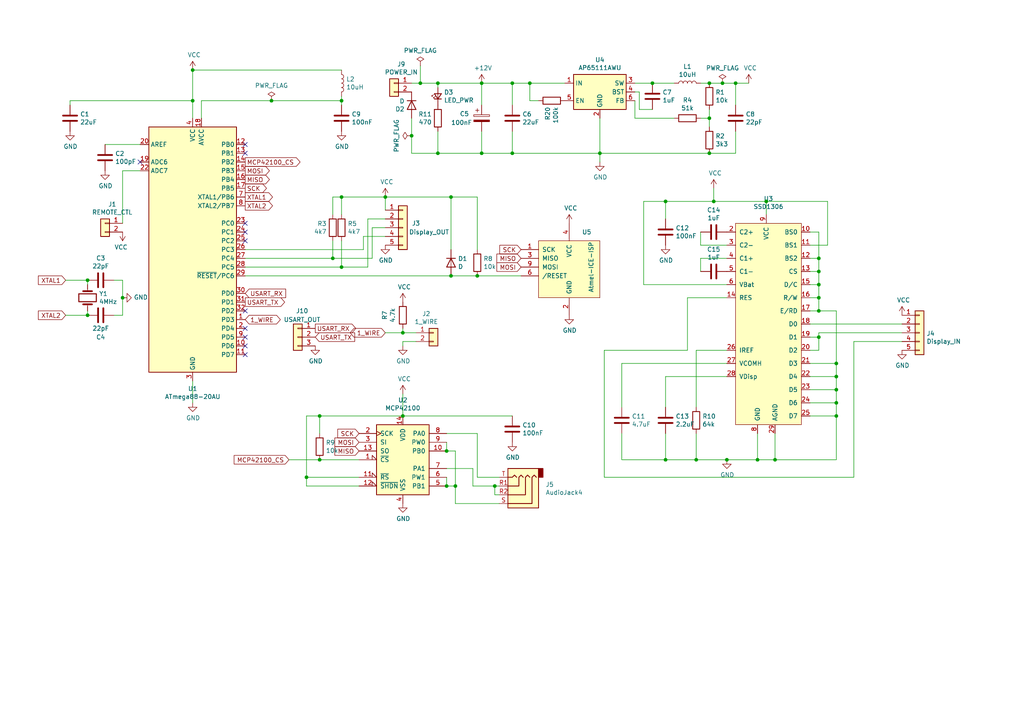
<source format=kicad_sch>
(kicad_sch (version 20230121) (generator eeschema)

  (uuid c152471a-f1b8-4797-b492-e3a7879a321b)

  (paper "A4")

  (title_block
    (title "Toyota Expansion Board")
    (date "2021-02-20")
    (rev "1.1")
    (company "Adrian Guzowski")
  )

  (lib_symbols
    (symbol "Connector_Generic:Conn_01x02" (pin_names (offset 1.016) hide) (in_bom yes) (on_board yes)
      (property "Reference" "J" (at 0 2.54 0)
        (effects (font (size 1.27 1.27)))
      )
      (property "Value" "Conn_01x02" (at 0 -5.08 0)
        (effects (font (size 1.27 1.27)))
      )
      (property "Footprint" "" (at 0 0 0)
        (effects (font (size 1.27 1.27)) hide)
      )
      (property "Datasheet" "~" (at 0 0 0)
        (effects (font (size 1.27 1.27)) hide)
      )
      (property "ki_keywords" "connector" (at 0 0 0)
        (effects (font (size 1.27 1.27)) hide)
      )
      (property "ki_description" "Generic connector, single row, 01x02, script generated (kicad-library-utils/schlib/autogen/connector/)" (at 0 0 0)
        (effects (font (size 1.27 1.27)) hide)
      )
      (property "ki_fp_filters" "Connector*:*_1x??_*" (at 0 0 0)
        (effects (font (size 1.27 1.27)) hide)
      )
      (symbol "Conn_01x02_1_1"
        (rectangle (start -1.27 -2.413) (end 0 -2.667)
          (stroke (width 0.1524) (type default))
          (fill (type none))
        )
        (rectangle (start -1.27 0.127) (end 0 -0.127)
          (stroke (width 0.1524) (type default))
          (fill (type none))
        )
        (rectangle (start -1.27 1.27) (end 1.27 -3.81)
          (stroke (width 0.254) (type default))
          (fill (type background))
        )
        (pin passive line (at -5.08 0 0) (length 3.81)
          (name "Pin_1" (effects (font (size 1.27 1.27))))
          (number "1" (effects (font (size 1.27 1.27))))
        )
        (pin passive line (at -5.08 -2.54 0) (length 3.81)
          (name "Pin_2" (effects (font (size 1.27 1.27))))
          (number "2" (effects (font (size 1.27 1.27))))
        )
      )
    )
    (symbol "Connector_Generic:Conn_01x03" (pin_names (offset 1.016) hide) (in_bom yes) (on_board yes)
      (property "Reference" "J" (at 0 5.08 0)
        (effects (font (size 1.27 1.27)))
      )
      (property "Value" "Conn_01x03" (at 0 -5.08 0)
        (effects (font (size 1.27 1.27)))
      )
      (property "Footprint" "" (at 0 0 0)
        (effects (font (size 1.27 1.27)) hide)
      )
      (property "Datasheet" "~" (at 0 0 0)
        (effects (font (size 1.27 1.27)) hide)
      )
      (property "ki_keywords" "connector" (at 0 0 0)
        (effects (font (size 1.27 1.27)) hide)
      )
      (property "ki_description" "Generic connector, single row, 01x03, script generated (kicad-library-utils/schlib/autogen/connector/)" (at 0 0 0)
        (effects (font (size 1.27 1.27)) hide)
      )
      (property "ki_fp_filters" "Connector*:*_1x??_*" (at 0 0 0)
        (effects (font (size 1.27 1.27)) hide)
      )
      (symbol "Conn_01x03_1_1"
        (rectangle (start -1.27 -2.413) (end 0 -2.667)
          (stroke (width 0.1524) (type default))
          (fill (type none))
        )
        (rectangle (start -1.27 0.127) (end 0 -0.127)
          (stroke (width 0.1524) (type default))
          (fill (type none))
        )
        (rectangle (start -1.27 2.667) (end 0 2.413)
          (stroke (width 0.1524) (type default))
          (fill (type none))
        )
        (rectangle (start -1.27 3.81) (end 1.27 -3.81)
          (stroke (width 0.254) (type default))
          (fill (type background))
        )
        (pin passive line (at -5.08 2.54 0) (length 3.81)
          (name "Pin_1" (effects (font (size 1.27 1.27))))
          (number "1" (effects (font (size 1.27 1.27))))
        )
        (pin passive line (at -5.08 0 0) (length 3.81)
          (name "Pin_2" (effects (font (size 1.27 1.27))))
          (number "2" (effects (font (size 1.27 1.27))))
        )
        (pin passive line (at -5.08 -2.54 0) (length 3.81)
          (name "Pin_3" (effects (font (size 1.27 1.27))))
          (number "3" (effects (font (size 1.27 1.27))))
        )
      )
    )
    (symbol "Connector_Generic:Conn_01x05" (pin_names (offset 1.016) hide) (in_bom yes) (on_board yes)
      (property "Reference" "J" (at 0 7.62 0)
        (effects (font (size 1.27 1.27)))
      )
      (property "Value" "Conn_01x05" (at 0 -7.62 0)
        (effects (font (size 1.27 1.27)))
      )
      (property "Footprint" "" (at 0 0 0)
        (effects (font (size 1.27 1.27)) hide)
      )
      (property "Datasheet" "~" (at 0 0 0)
        (effects (font (size 1.27 1.27)) hide)
      )
      (property "ki_keywords" "connector" (at 0 0 0)
        (effects (font (size 1.27 1.27)) hide)
      )
      (property "ki_description" "Generic connector, single row, 01x05, script generated (kicad-library-utils/schlib/autogen/connector/)" (at 0 0 0)
        (effects (font (size 1.27 1.27)) hide)
      )
      (property "ki_fp_filters" "Connector*:*_1x??_*" (at 0 0 0)
        (effects (font (size 1.27 1.27)) hide)
      )
      (symbol "Conn_01x05_1_1"
        (rectangle (start -1.27 -4.953) (end 0 -5.207)
          (stroke (width 0.1524) (type default))
          (fill (type none))
        )
        (rectangle (start -1.27 -2.413) (end 0 -2.667)
          (stroke (width 0.1524) (type default))
          (fill (type none))
        )
        (rectangle (start -1.27 0.127) (end 0 -0.127)
          (stroke (width 0.1524) (type default))
          (fill (type none))
        )
        (rectangle (start -1.27 2.667) (end 0 2.413)
          (stroke (width 0.1524) (type default))
          (fill (type none))
        )
        (rectangle (start -1.27 5.207) (end 0 4.953)
          (stroke (width 0.1524) (type default))
          (fill (type none))
        )
        (rectangle (start -1.27 6.35) (end 1.27 -6.35)
          (stroke (width 0.254) (type default))
          (fill (type background))
        )
        (pin passive line (at -5.08 5.08 0) (length 3.81)
          (name "Pin_1" (effects (font (size 1.27 1.27))))
          (number "1" (effects (font (size 1.27 1.27))))
        )
        (pin passive line (at -5.08 2.54 0) (length 3.81)
          (name "Pin_2" (effects (font (size 1.27 1.27))))
          (number "2" (effects (font (size 1.27 1.27))))
        )
        (pin passive line (at -5.08 0 0) (length 3.81)
          (name "Pin_3" (effects (font (size 1.27 1.27))))
          (number "3" (effects (font (size 1.27 1.27))))
        )
        (pin passive line (at -5.08 -2.54 0) (length 3.81)
          (name "Pin_4" (effects (font (size 1.27 1.27))))
          (number "4" (effects (font (size 1.27 1.27))))
        )
        (pin passive line (at -5.08 -5.08 0) (length 3.81)
          (name "Pin_5" (effects (font (size 1.27 1.27))))
          (number "5" (effects (font (size 1.27 1.27))))
        )
      )
    )
    (symbol "Device:C" (pin_numbers hide) (pin_names (offset 0.254)) (in_bom yes) (on_board yes)
      (property "Reference" "C" (at 0.635 2.54 0)
        (effects (font (size 1.27 1.27)) (justify left))
      )
      (property "Value" "C" (at 0.635 -2.54 0)
        (effects (font (size 1.27 1.27)) (justify left))
      )
      (property "Footprint" "" (at 0.9652 -3.81 0)
        (effects (font (size 1.27 1.27)) hide)
      )
      (property "Datasheet" "~" (at 0 0 0)
        (effects (font (size 1.27 1.27)) hide)
      )
      (property "ki_keywords" "cap capacitor" (at 0 0 0)
        (effects (font (size 1.27 1.27)) hide)
      )
      (property "ki_description" "Unpolarized capacitor" (at 0 0 0)
        (effects (font (size 1.27 1.27)) hide)
      )
      (property "ki_fp_filters" "C_*" (at 0 0 0)
        (effects (font (size 1.27 1.27)) hide)
      )
      (symbol "C_0_1"
        (polyline
          (pts
            (xy -2.032 -0.762)
            (xy 2.032 -0.762)
          )
          (stroke (width 0.508) (type default))
          (fill (type none))
        )
        (polyline
          (pts
            (xy -2.032 0.762)
            (xy 2.032 0.762)
          )
          (stroke (width 0.508) (type default))
          (fill (type none))
        )
      )
      (symbol "C_1_1"
        (pin passive line (at 0 3.81 270) (length 2.794)
          (name "~" (effects (font (size 1.27 1.27))))
          (number "1" (effects (font (size 1.27 1.27))))
        )
        (pin passive line (at 0 -3.81 90) (length 2.794)
          (name "~" (effects (font (size 1.27 1.27))))
          (number "2" (effects (font (size 1.27 1.27))))
        )
      )
    )
    (symbol "Device:Crystal" (pin_numbers hide) (pin_names (offset 1.016) hide) (in_bom yes) (on_board yes)
      (property "Reference" "Y" (at 0 3.81 0)
        (effects (font (size 1.27 1.27)))
      )
      (property "Value" "Crystal" (at 0 -3.81 0)
        (effects (font (size 1.27 1.27)))
      )
      (property "Footprint" "" (at 0 0 0)
        (effects (font (size 1.27 1.27)) hide)
      )
      (property "Datasheet" "~" (at 0 0 0)
        (effects (font (size 1.27 1.27)) hide)
      )
      (property "ki_keywords" "quartz ceramic resonator oscillator" (at 0 0 0)
        (effects (font (size 1.27 1.27)) hide)
      )
      (property "ki_description" "Two pin crystal" (at 0 0 0)
        (effects (font (size 1.27 1.27)) hide)
      )
      (property "ki_fp_filters" "Crystal*" (at 0 0 0)
        (effects (font (size 1.27 1.27)) hide)
      )
      (symbol "Crystal_0_1"
        (rectangle (start -1.143 2.54) (end 1.143 -2.54)
          (stroke (width 0.3048) (type default))
          (fill (type none))
        )
        (polyline
          (pts
            (xy -2.54 0)
            (xy -1.905 0)
          )
          (stroke (width 0) (type default))
          (fill (type none))
        )
        (polyline
          (pts
            (xy -1.905 -1.27)
            (xy -1.905 1.27)
          )
          (stroke (width 0.508) (type default))
          (fill (type none))
        )
        (polyline
          (pts
            (xy 1.905 -1.27)
            (xy 1.905 1.27)
          )
          (stroke (width 0.508) (type default))
          (fill (type none))
        )
        (polyline
          (pts
            (xy 2.54 0)
            (xy 1.905 0)
          )
          (stroke (width 0) (type default))
          (fill (type none))
        )
      )
      (symbol "Crystal_1_1"
        (pin passive line (at -3.81 0 0) (length 1.27)
          (name "1" (effects (font (size 1.27 1.27))))
          (number "1" (effects (font (size 1.27 1.27))))
        )
        (pin passive line (at 3.81 0 180) (length 1.27)
          (name "2" (effects (font (size 1.27 1.27))))
          (number "2" (effects (font (size 1.27 1.27))))
        )
      )
    )
    (symbol "Device:D" (pin_numbers hide) (pin_names (offset 1.016) hide) (in_bom yes) (on_board yes)
      (property "Reference" "D" (at 0 2.54 0)
        (effects (font (size 1.27 1.27)))
      )
      (property "Value" "D" (at 0 -2.54 0)
        (effects (font (size 1.27 1.27)))
      )
      (property "Footprint" "" (at 0 0 0)
        (effects (font (size 1.27 1.27)) hide)
      )
      (property "Datasheet" "~" (at 0 0 0)
        (effects (font (size 1.27 1.27)) hide)
      )
      (property "Sim.Device" "D" (at 0 0 0)
        (effects (font (size 1.27 1.27)) hide)
      )
      (property "Sim.Pins" "1=K 2=A" (at 0 0 0)
        (effects (font (size 1.27 1.27)) hide)
      )
      (property "ki_keywords" "diode" (at 0 0 0)
        (effects (font (size 1.27 1.27)) hide)
      )
      (property "ki_description" "Diode" (at 0 0 0)
        (effects (font (size 1.27 1.27)) hide)
      )
      (property "ki_fp_filters" "TO-???* *_Diode_* *SingleDiode* D_*" (at 0 0 0)
        (effects (font (size 1.27 1.27)) hide)
      )
      (symbol "D_0_1"
        (polyline
          (pts
            (xy -1.27 1.27)
            (xy -1.27 -1.27)
          )
          (stroke (width 0.254) (type default))
          (fill (type none))
        )
        (polyline
          (pts
            (xy 1.27 0)
            (xy -1.27 0)
          )
          (stroke (width 0) (type default))
          (fill (type none))
        )
        (polyline
          (pts
            (xy 1.27 1.27)
            (xy 1.27 -1.27)
            (xy -1.27 0)
            (xy 1.27 1.27)
          )
          (stroke (width 0.254) (type default))
          (fill (type none))
        )
      )
      (symbol "D_1_1"
        (pin passive line (at -3.81 0 0) (length 2.54)
          (name "K" (effects (font (size 1.27 1.27))))
          (number "1" (effects (font (size 1.27 1.27))))
        )
        (pin passive line (at 3.81 0 180) (length 2.54)
          (name "A" (effects (font (size 1.27 1.27))))
          (number "2" (effects (font (size 1.27 1.27))))
        )
      )
    )
    (symbol "Device:L" (pin_numbers hide) (pin_names (offset 1.016) hide) (in_bom yes) (on_board yes)
      (property "Reference" "L" (at -1.27 0 90)
        (effects (font (size 1.27 1.27)))
      )
      (property "Value" "L" (at 1.905 0 90)
        (effects (font (size 1.27 1.27)))
      )
      (property "Footprint" "" (at 0 0 0)
        (effects (font (size 1.27 1.27)) hide)
      )
      (property "Datasheet" "~" (at 0 0 0)
        (effects (font (size 1.27 1.27)) hide)
      )
      (property "ki_keywords" "inductor choke coil reactor magnetic" (at 0 0 0)
        (effects (font (size 1.27 1.27)) hide)
      )
      (property "ki_description" "Inductor" (at 0 0 0)
        (effects (font (size 1.27 1.27)) hide)
      )
      (property "ki_fp_filters" "Choke_* *Coil* Inductor_* L_*" (at 0 0 0)
        (effects (font (size 1.27 1.27)) hide)
      )
      (symbol "L_0_1"
        (arc (start 0 -2.54) (mid 0.6323 -1.905) (end 0 -1.27)
          (stroke (width 0) (type default))
          (fill (type none))
        )
        (arc (start 0 -1.27) (mid 0.6323 -0.635) (end 0 0)
          (stroke (width 0) (type default))
          (fill (type none))
        )
        (arc (start 0 0) (mid 0.6323 0.635) (end 0 1.27)
          (stroke (width 0) (type default))
          (fill (type none))
        )
        (arc (start 0 1.27) (mid 0.6323 1.905) (end 0 2.54)
          (stroke (width 0) (type default))
          (fill (type none))
        )
      )
      (symbol "L_1_1"
        (pin passive line (at 0 3.81 270) (length 1.27)
          (name "1" (effects (font (size 1.27 1.27))))
          (number "1" (effects (font (size 1.27 1.27))))
        )
        (pin passive line (at 0 -3.81 90) (length 1.27)
          (name "2" (effects (font (size 1.27 1.27))))
          (number "2" (effects (font (size 1.27 1.27))))
        )
      )
    )
    (symbol "Device:LED_Small" (pin_numbers hide) (pin_names (offset 0.254) hide) (in_bom yes) (on_board yes)
      (property "Reference" "D" (at -1.27 3.175 0)
        (effects (font (size 1.27 1.27)) (justify left))
      )
      (property "Value" "LED_Small" (at -4.445 -2.54 0)
        (effects (font (size 1.27 1.27)) (justify left))
      )
      (property "Footprint" "" (at 0 0 90)
        (effects (font (size 1.27 1.27)) hide)
      )
      (property "Datasheet" "~" (at 0 0 90)
        (effects (font (size 1.27 1.27)) hide)
      )
      (property "ki_keywords" "LED diode light-emitting-diode" (at 0 0 0)
        (effects (font (size 1.27 1.27)) hide)
      )
      (property "ki_description" "Light emitting diode, small symbol" (at 0 0 0)
        (effects (font (size 1.27 1.27)) hide)
      )
      (property "ki_fp_filters" "LED* LED_SMD:* LED_THT:*" (at 0 0 0)
        (effects (font (size 1.27 1.27)) hide)
      )
      (symbol "LED_Small_0_1"
        (polyline
          (pts
            (xy -0.762 -1.016)
            (xy -0.762 1.016)
          )
          (stroke (width 0.254) (type default))
          (fill (type none))
        )
        (polyline
          (pts
            (xy 1.016 0)
            (xy -0.762 0)
          )
          (stroke (width 0) (type default))
          (fill (type none))
        )
        (polyline
          (pts
            (xy 0.762 -1.016)
            (xy -0.762 0)
            (xy 0.762 1.016)
            (xy 0.762 -1.016)
          )
          (stroke (width 0.254) (type default))
          (fill (type none))
        )
        (polyline
          (pts
            (xy 0 0.762)
            (xy -0.508 1.27)
            (xy -0.254 1.27)
            (xy -0.508 1.27)
            (xy -0.508 1.016)
          )
          (stroke (width 0) (type default))
          (fill (type none))
        )
        (polyline
          (pts
            (xy 0.508 1.27)
            (xy 0 1.778)
            (xy 0.254 1.778)
            (xy 0 1.778)
            (xy 0 1.524)
          )
          (stroke (width 0) (type default))
          (fill (type none))
        )
      )
      (symbol "LED_Small_1_1"
        (pin passive line (at -2.54 0 0) (length 1.778)
          (name "K" (effects (font (size 1.27 1.27))))
          (number "1" (effects (font (size 1.27 1.27))))
        )
        (pin passive line (at 2.54 0 180) (length 1.778)
          (name "A" (effects (font (size 1.27 1.27))))
          (number "2" (effects (font (size 1.27 1.27))))
        )
      )
    )
    (symbol "Device:R" (pin_numbers hide) (pin_names (offset 0)) (in_bom yes) (on_board yes)
      (property "Reference" "R" (at 2.032 0 90)
        (effects (font (size 1.27 1.27)))
      )
      (property "Value" "R" (at 0 0 90)
        (effects (font (size 1.27 1.27)))
      )
      (property "Footprint" "" (at -1.778 0 90)
        (effects (font (size 1.27 1.27)) hide)
      )
      (property "Datasheet" "~" (at 0 0 0)
        (effects (font (size 1.27 1.27)) hide)
      )
      (property "ki_keywords" "R res resistor" (at 0 0 0)
        (effects (font (size 1.27 1.27)) hide)
      )
      (property "ki_description" "Resistor" (at 0 0 0)
        (effects (font (size 1.27 1.27)) hide)
      )
      (property "ki_fp_filters" "R_*" (at 0 0 0)
        (effects (font (size 1.27 1.27)) hide)
      )
      (symbol "R_0_1"
        (rectangle (start -1.016 -2.54) (end 1.016 2.54)
          (stroke (width 0.254) (type default))
          (fill (type none))
        )
      )
      (symbol "R_1_1"
        (pin passive line (at 0 3.81 270) (length 1.27)
          (name "~" (effects (font (size 1.27 1.27))))
          (number "1" (effects (font (size 1.27 1.27))))
        )
        (pin passive line (at 0 -3.81 90) (length 1.27)
          (name "~" (effects (font (size 1.27 1.27))))
          (number "2" (effects (font (size 1.27 1.27))))
        )
      )
    )
    (symbol "Potentiometer_Digital:MCP42100" (pin_names (offset 1.016)) (in_bom yes) (on_board yes)
      (property "Reference" "U" (at -7.62 11.43 0)
        (effects (font (size 1.27 1.27)) (justify left))
      )
      (property "Value" "MCP42100" (at 2.54 11.43 0)
        (effects (font (size 1.27 1.27)) (justify left))
      )
      (property "Footprint" "" (at 0 2.54 0)
        (effects (font (size 1.27 1.27)) hide)
      )
      (property "Datasheet" "http://ww1.microchip.com/downloads/en/DeviceDoc/11195c.pdf" (at 0 2.54 0)
        (effects (font (size 1.27 1.27)) hide)
      )
      (property "ki_keywords" "R POT" (at 0 0 0)
        (effects (font (size 1.27 1.27)) hide)
      )
      (property "ki_description" "Dual Digital Potentiometer, SPI interface, 256 taps, 100 kohm" (at 0 0 0)
        (effects (font (size 1.27 1.27)) hide)
      )
      (property "ki_fp_filters" "DIP*W7.62mm* SOIC*3.9x8.7mm*P1.27mm* TSSOP*4.4x5mm*P0.65mm*" (at 0 0 0)
        (effects (font (size 1.27 1.27)) hide)
      )
      (symbol "MCP42100_0_1"
        (rectangle (start -7.62 10.16) (end 7.62 -10.16)
          (stroke (width 0.254) (type default))
          (fill (type background))
        )
      )
      (symbol "MCP42100_1_1"
        (pin input input_low (at -12.7 0 0) (length 5.08)
          (name "~{CS}" (effects (font (size 1.27 1.27))))
          (number "1" (effects (font (size 1.27 1.27))))
        )
        (pin passive line (at 12.7 2.54 180) (length 5.08)
          (name "PB0" (effects (font (size 1.27 1.27))))
          (number "10" (effects (font (size 1.27 1.27))))
        )
        (pin input input_low (at -12.7 -5.08 0) (length 5.08)
          (name "~{RS}" (effects (font (size 1.27 1.27))))
          (number "11" (effects (font (size 1.27 1.27))))
        )
        (pin input input_low (at -12.7 -7.62 0) (length 5.08)
          (name "~{SHDN}" (effects (font (size 1.27 1.27))))
          (number "12" (effects (font (size 1.27 1.27))))
        )
        (pin output line (at -12.7 2.54 0) (length 5.08)
          (name "SO" (effects (font (size 1.27 1.27))))
          (number "13" (effects (font (size 1.27 1.27))))
        )
        (pin power_in line (at 0 12.7 270) (length 2.54)
          (name "VDD" (effects (font (size 1.27 1.27))))
          (number "14" (effects (font (size 1.27 1.27))))
        )
        (pin input clock (at -12.7 7.62 0) (length 5.08)
          (name "SCK" (effects (font (size 1.27 1.27))))
          (number "2" (effects (font (size 1.27 1.27))))
        )
        (pin input line (at -12.7 5.08 0) (length 5.08)
          (name "SI" (effects (font (size 1.27 1.27))))
          (number "3" (effects (font (size 1.27 1.27))))
        )
        (pin power_in line (at 0 -12.7 90) (length 2.54)
          (name "VSS" (effects (font (size 1.27 1.27))))
          (number "4" (effects (font (size 1.27 1.27))))
        )
        (pin passive line (at 12.7 -7.62 180) (length 5.08)
          (name "PB1" (effects (font (size 1.27 1.27))))
          (number "5" (effects (font (size 1.27 1.27))))
        )
        (pin passive line (at 12.7 -5.08 180) (length 5.08)
          (name "PW1" (effects (font (size 1.27 1.27))))
          (number "6" (effects (font (size 1.27 1.27))))
        )
        (pin passive line (at 12.7 -2.54 180) (length 5.08)
          (name "PA1" (effects (font (size 1.27 1.27))))
          (number "7" (effects (font (size 1.27 1.27))))
        )
        (pin passive line (at 12.7 7.62 180) (length 5.08)
          (name "PA0" (effects (font (size 1.27 1.27))))
          (number "8" (effects (font (size 1.27 1.27))))
        )
        (pin passive line (at 12.7 5.08 180) (length 5.08)
          (name "PW0" (effects (font (size 1.27 1.27))))
          (number "9" (effects (font (size 1.27 1.27))))
        )
      )
    )
    (symbol "Regulator_Switching:AP65111AWU" (in_bom yes) (on_board yes)
      (property "Reference" "U" (at -7.62 6.35 0)
        (effects (font (size 1.27 1.27)))
      )
      (property "Value" "AP65111AWU" (at 2.54 6.35 0)
        (effects (font (size 1.27 1.27)))
      )
      (property "Footprint" "Package_TO_SOT_SMD:TSOT-23-6" (at 0 -22.86 0)
        (effects (font (size 1.27 1.27)) hide)
      )
      (property "Datasheet" "https://www.diodes.com/assets/Datasheets/AP65111A.pdf" (at 0 0 0)
        (effects (font (size 1.27 1.27)) hide)
      )
      (property "ki_keywords" "1.5A 500kHz PWM Buck DC/DC" (at 0 0 0)
        (effects (font (size 1.27 1.27)) hide)
      )
      (property "ki_description" "1.5A, 500kHz Buck DC/DC Converter, adjustable output voltage, TSOT-23-6" (at 0 0 0)
        (effects (font (size 1.27 1.27)) hide)
      )
      (property "ki_fp_filters" "TSOT?23*" (at 0 0 0)
        (effects (font (size 1.27 1.27)) hide)
      )
      (symbol "AP65111AWU_0_1"
        (rectangle (start -7.62 5.08) (end 7.62 -5.08)
          (stroke (width 0.254) (type default))
          (fill (type background))
        )
      )
      (symbol "AP65111AWU_1_1"
        (pin power_in line (at -10.16 2.54 0) (length 2.54)
          (name "IN" (effects (font (size 1.27 1.27))))
          (number "1" (effects (font (size 1.27 1.27))))
        )
        (pin power_in line (at 0 -7.62 90) (length 2.54)
          (name "GND" (effects (font (size 1.27 1.27))))
          (number "2" (effects (font (size 1.27 1.27))))
        )
        (pin output line (at 10.16 2.54 180) (length 2.54)
          (name "SW" (effects (font (size 1.27 1.27))))
          (number "3" (effects (font (size 1.27 1.27))))
        )
        (pin passive line (at 10.16 0 180) (length 2.54)
          (name "BST" (effects (font (size 1.27 1.27))))
          (number "4" (effects (font (size 1.27 1.27))))
        )
        (pin input line (at -10.16 -2.54 0) (length 2.54)
          (name "EN" (effects (font (size 1.27 1.27))))
          (number "5" (effects (font (size 1.27 1.27))))
        )
        (pin input line (at 10.16 -2.54 180) (length 2.54)
          (name "FB" (effects (font (size 1.27 1.27))))
          (number "6" (effects (font (size 1.27 1.27))))
        )
      )
    )
    (symbol "power:+12V" (power) (pin_names (offset 0)) (in_bom yes) (on_board yes)
      (property "Reference" "#PWR" (at 0 -3.81 0)
        (effects (font (size 1.27 1.27)) hide)
      )
      (property "Value" "+12V" (at 0 3.556 0)
        (effects (font (size 1.27 1.27)))
      )
      (property "Footprint" "" (at 0 0 0)
        (effects (font (size 1.27 1.27)) hide)
      )
      (property "Datasheet" "" (at 0 0 0)
        (effects (font (size 1.27 1.27)) hide)
      )
      (property "ki_keywords" "global power" (at 0 0 0)
        (effects (font (size 1.27 1.27)) hide)
      )
      (property "ki_description" "Power symbol creates a global label with name \"+12V\"" (at 0 0 0)
        (effects (font (size 1.27 1.27)) hide)
      )
      (symbol "+12V_0_1"
        (polyline
          (pts
            (xy -0.762 1.27)
            (xy 0 2.54)
          )
          (stroke (width 0) (type default))
          (fill (type none))
        )
        (polyline
          (pts
            (xy 0 0)
            (xy 0 2.54)
          )
          (stroke (width 0) (type default))
          (fill (type none))
        )
        (polyline
          (pts
            (xy 0 2.54)
            (xy 0.762 1.27)
          )
          (stroke (width 0) (type default))
          (fill (type none))
        )
      )
      (symbol "+12V_1_1"
        (pin power_in line (at 0 0 90) (length 0) hide
          (name "+12V" (effects (font (size 1.27 1.27))))
          (number "1" (effects (font (size 1.27 1.27))))
        )
      )
    )
    (symbol "power:GND" (power) (pin_names (offset 0)) (in_bom yes) (on_board yes)
      (property "Reference" "#PWR" (at 0 -6.35 0)
        (effects (font (size 1.27 1.27)) hide)
      )
      (property "Value" "GND" (at 0 -3.81 0)
        (effects (font (size 1.27 1.27)))
      )
      (property "Footprint" "" (at 0 0 0)
        (effects (font (size 1.27 1.27)) hide)
      )
      (property "Datasheet" "" (at 0 0 0)
        (effects (font (size 1.27 1.27)) hide)
      )
      (property "ki_keywords" "global power" (at 0 0 0)
        (effects (font (size 1.27 1.27)) hide)
      )
      (property "ki_description" "Power symbol creates a global label with name \"GND\" , ground" (at 0 0 0)
        (effects (font (size 1.27 1.27)) hide)
      )
      (symbol "GND_0_1"
        (polyline
          (pts
            (xy 0 0)
            (xy 0 -1.27)
            (xy 1.27 -1.27)
            (xy 0 -2.54)
            (xy -1.27 -1.27)
            (xy 0 -1.27)
          )
          (stroke (width 0) (type default))
          (fill (type none))
        )
      )
      (symbol "GND_1_1"
        (pin power_in line (at 0 0 270) (length 0) hide
          (name "GND" (effects (font (size 1.27 1.27))))
          (number "1" (effects (font (size 1.27 1.27))))
        )
      )
    )
    (symbol "power:PWR_FLAG" (power) (pin_numbers hide) (pin_names (offset 0) hide) (in_bom yes) (on_board yes)
      (property "Reference" "#FLG" (at 0 1.905 0)
        (effects (font (size 1.27 1.27)) hide)
      )
      (property "Value" "PWR_FLAG" (at 0 3.81 0)
        (effects (font (size 1.27 1.27)))
      )
      (property "Footprint" "" (at 0 0 0)
        (effects (font (size 1.27 1.27)) hide)
      )
      (property "Datasheet" "~" (at 0 0 0)
        (effects (font (size 1.27 1.27)) hide)
      )
      (property "ki_keywords" "flag power" (at 0 0 0)
        (effects (font (size 1.27 1.27)) hide)
      )
      (property "ki_description" "Special symbol for telling ERC where power comes from" (at 0 0 0)
        (effects (font (size 1.27 1.27)) hide)
      )
      (symbol "PWR_FLAG_0_0"
        (pin power_out line (at 0 0 90) (length 0)
          (name "pwr" (effects (font (size 1.27 1.27))))
          (number "1" (effects (font (size 1.27 1.27))))
        )
      )
      (symbol "PWR_FLAG_0_1"
        (polyline
          (pts
            (xy 0 0)
            (xy 0 1.27)
            (xy -1.016 1.905)
            (xy 0 2.54)
            (xy 1.016 1.905)
            (xy 0 1.27)
          )
          (stroke (width 0) (type default))
          (fill (type none))
        )
      )
    )
    (symbol "power:VCC" (power) (pin_names (offset 0)) (in_bom yes) (on_board yes)
      (property "Reference" "#PWR" (at 0 -3.81 0)
        (effects (font (size 1.27 1.27)) hide)
      )
      (property "Value" "VCC" (at 0 3.81 0)
        (effects (font (size 1.27 1.27)))
      )
      (property "Footprint" "" (at 0 0 0)
        (effects (font (size 1.27 1.27)) hide)
      )
      (property "Datasheet" "" (at 0 0 0)
        (effects (font (size 1.27 1.27)) hide)
      )
      (property "ki_keywords" "global power" (at 0 0 0)
        (effects (font (size 1.27 1.27)) hide)
      )
      (property "ki_description" "Power symbol creates a global label with name \"VCC\"" (at 0 0 0)
        (effects (font (size 1.27 1.27)) hide)
      )
      (symbol "VCC_0_1"
        (polyline
          (pts
            (xy -0.762 1.27)
            (xy 0 2.54)
          )
          (stroke (width 0) (type default))
          (fill (type none))
        )
        (polyline
          (pts
            (xy 0 0)
            (xy 0 2.54)
          )
          (stroke (width 0) (type default))
          (fill (type none))
        )
        (polyline
          (pts
            (xy 0 2.54)
            (xy 0.762 1.27)
          )
          (stroke (width 0) (type default))
          (fill (type none))
        )
      )
      (symbol "VCC_1_1"
        (pin power_in line (at 0 0 90) (length 0) hide
          (name "VCC" (effects (font (size 1.27 1.27))))
          (number "1" (effects (font (size 1.27 1.27))))
        )
      )
    )
    (symbol "toyota-expansion-board-rescue:ATmega88-20AU-MCU_Microchip_ATmega" (in_bom yes) (on_board yes)
      (property "Reference" "U" (at -12.7 36.83 0)
        (effects (font (size 1.27 1.27)) (justify left bottom))
      )
      (property "Value" "MCU_Microchip_ATmega_ATmega88-20AU" (at 2.54 -36.83 0)
        (effects (font (size 1.27 1.27)) (justify left top))
      )
      (property "Footprint" "Package_QFP:TQFP-32_7x7mm_P0.8mm" (at 0 0 0)
        (effects (font (size 1.27 1.27) italic) hide)
      )
      (property "Datasheet" "" (at 0 0 0)
        (effects (font (size 1.27 1.27)) hide)
      )
      (property "ki_fp_filters" "TQFP*7x7mm*P0.8mm*" (at 0 0 0)
        (effects (font (size 1.27 1.27)) hide)
      )
      (symbol "ATmega88-20AU-MCU_Microchip_ATmega_0_1"
        (rectangle (start -12.7 -35.56) (end 12.7 35.56)
          (stroke (width 0.254) (type solid))
          (fill (type background))
        )
      )
      (symbol "ATmega88-20AU-MCU_Microchip_ATmega_1_1"
        (pin bidirectional line (at 15.24 -20.32 180) (length 2.54)
          (name "PD3" (effects (font (size 1.27 1.27))))
          (number "1" (effects (font (size 1.27 1.27))))
        )
        (pin bidirectional line (at 15.24 -27.94 180) (length 2.54)
          (name "PD6" (effects (font (size 1.27 1.27))))
          (number "10" (effects (font (size 1.27 1.27))))
        )
        (pin bidirectional line (at 15.24 -30.48 180) (length 2.54)
          (name "PD7" (effects (font (size 1.27 1.27))))
          (number "11" (effects (font (size 1.27 1.27))))
        )
        (pin bidirectional line (at 15.24 30.48 180) (length 2.54)
          (name "PB0" (effects (font (size 1.27 1.27))))
          (number "12" (effects (font (size 1.27 1.27))))
        )
        (pin bidirectional line (at 15.24 27.94 180) (length 2.54)
          (name "PB1" (effects (font (size 1.27 1.27))))
          (number "13" (effects (font (size 1.27 1.27))))
        )
        (pin bidirectional line (at 15.24 25.4 180) (length 2.54)
          (name "PB2" (effects (font (size 1.27 1.27))))
          (number "14" (effects (font (size 1.27 1.27))))
        )
        (pin bidirectional line (at 15.24 22.86 180) (length 2.54)
          (name "PB3" (effects (font (size 1.27 1.27))))
          (number "15" (effects (font (size 1.27 1.27))))
        )
        (pin bidirectional line (at 15.24 20.32 180) (length 2.54)
          (name "PB4" (effects (font (size 1.27 1.27))))
          (number "16" (effects (font (size 1.27 1.27))))
        )
        (pin bidirectional line (at 15.24 17.78 180) (length 2.54)
          (name "PB5" (effects (font (size 1.27 1.27))))
          (number "17" (effects (font (size 1.27 1.27))))
        )
        (pin power_in line (at 2.54 38.1 270) (length 2.54)
          (name "AVCC" (effects (font (size 1.27 1.27))))
          (number "18" (effects (font (size 1.27 1.27))))
        )
        (pin input line (at -15.24 25.4 0) (length 2.54)
          (name "ADC6" (effects (font (size 1.27 1.27))))
          (number "19" (effects (font (size 1.27 1.27))))
        )
        (pin bidirectional line (at 15.24 -22.86 180) (length 2.54)
          (name "PD4" (effects (font (size 1.27 1.27))))
          (number "2" (effects (font (size 1.27 1.27))))
        )
        (pin passive line (at -15.24 30.48 0) (length 2.54)
          (name "AREF" (effects (font (size 1.27 1.27))))
          (number "20" (effects (font (size 1.27 1.27))))
        )
        (pin passive line (at 0 -38.1 90) (length 2.54) hide
          (name "GND" (effects (font (size 1.27 1.27))))
          (number "21" (effects (font (size 1.27 1.27))))
        )
        (pin input line (at -15.24 22.86 0) (length 2.54)
          (name "ADC7" (effects (font (size 1.27 1.27))))
          (number "22" (effects (font (size 1.27 1.27))))
        )
        (pin bidirectional line (at 15.24 7.62 180) (length 2.54)
          (name "PC0" (effects (font (size 1.27 1.27))))
          (number "23" (effects (font (size 1.27 1.27))))
        )
        (pin bidirectional line (at 15.24 5.08 180) (length 2.54)
          (name "PC1" (effects (font (size 1.27 1.27))))
          (number "24" (effects (font (size 1.27 1.27))))
        )
        (pin bidirectional line (at 15.24 2.54 180) (length 2.54)
          (name "PC2" (effects (font (size 1.27 1.27))))
          (number "25" (effects (font (size 1.27 1.27))))
        )
        (pin bidirectional line (at 15.24 0 180) (length 2.54)
          (name "PC3" (effects (font (size 1.27 1.27))))
          (number "26" (effects (font (size 1.27 1.27))))
        )
        (pin bidirectional line (at 15.24 -2.54 180) (length 2.54)
          (name "PC4" (effects (font (size 1.27 1.27))))
          (number "27" (effects (font (size 1.27 1.27))))
        )
        (pin bidirectional line (at 15.24 -5.08 180) (length 2.54)
          (name "PC5" (effects (font (size 1.27 1.27))))
          (number "28" (effects (font (size 1.27 1.27))))
        )
        (pin bidirectional line (at 15.24 -7.62 180) (length 2.54)
          (name "~{RESET}/PC6" (effects (font (size 1.27 1.27))))
          (number "29" (effects (font (size 1.27 1.27))))
        )
        (pin power_in line (at 0 -38.1 90) (length 2.54)
          (name "GND" (effects (font (size 1.27 1.27))))
          (number "3" (effects (font (size 1.27 1.27))))
        )
        (pin bidirectional line (at 15.24 -12.7 180) (length 2.54)
          (name "PD0" (effects (font (size 1.27 1.27))))
          (number "30" (effects (font (size 1.27 1.27))))
        )
        (pin bidirectional line (at 15.24 -15.24 180) (length 2.54)
          (name "PD1" (effects (font (size 1.27 1.27))))
          (number "31" (effects (font (size 1.27 1.27))))
        )
        (pin bidirectional line (at 15.24 -17.78 180) (length 2.54)
          (name "PD2" (effects (font (size 1.27 1.27))))
          (number "32" (effects (font (size 1.27 1.27))))
        )
        (pin power_in line (at 0 38.1 270) (length 2.54)
          (name "VCC" (effects (font (size 1.27 1.27))))
          (number "4" (effects (font (size 1.27 1.27))))
        )
        (pin passive line (at 0 -38.1 90) (length 2.54) hide
          (name "GND" (effects (font (size 1.27 1.27))))
          (number "5" (effects (font (size 1.27 1.27))))
        )
        (pin passive line (at 0 38.1 270) (length 2.54) hide
          (name "VCC" (effects (font (size 1.27 1.27))))
          (number "6" (effects (font (size 1.27 1.27))))
        )
        (pin bidirectional line (at 15.24 15.24 180) (length 2.54)
          (name "XTAL1/PB6" (effects (font (size 1.27 1.27))))
          (number "7" (effects (font (size 1.27 1.27))))
        )
        (pin bidirectional line (at 15.24 12.7 180) (length 2.54)
          (name "XTAL2/PB7" (effects (font (size 1.27 1.27))))
          (number "8" (effects (font (size 1.27 1.27))))
        )
        (pin bidirectional line (at 15.24 -25.4 180) (length 2.54)
          (name "PD5" (effects (font (size 1.27 1.27))))
          (number "9" (effects (font (size 1.27 1.27))))
        )
      )
    )
    (symbol "toyota-expansion-board-rescue:Atmel-ICE-ISP-components" (pin_names (offset 1.016)) (in_bom yes) (on_board yes)
      (property "Reference" "U" (at 5.08 16.51 0)
        (effects (font (size 1.27 1.27)))
      )
      (property "Value" "components_Atmel-ICE-ISP" (at 6.35 5.08 90)
        (effects (font (size 1.27 1.27)))
      )
      (property "Footprint" "footprints:Atmel-ICE_IDC_2x05_P1.27mm_Vertical" (at 26.67 31.75 0)
        (effects (font (size 1.27 1.27)) hide)
      )
      (property "Datasheet" "" (at 0 13.97 0)
        (effects (font (size 1.27 1.27)) hide)
      )
      (symbol "Atmel-ICE-ISP-components_0_1"
        (rectangle (start -8.89 12.7) (end 8.89 -3.81)
          (stroke (width 0) (type solid))
          (fill (type background))
        )
      )
      (symbol "Atmel-ICE-ISP-components_1_1"
        (pin input line (at -13.97 10.16 0) (length 5.08)
          (name "SCK" (effects (font (size 1.27 1.27))))
          (number "1" (effects (font (size 1.27 1.27))))
        )
        (pin no_connect line (at 13.97 2.54 180) (length 5.08) hide
          (name "~" (effects (font (size 1.27 1.27))))
          (number "10" (effects (font (size 1.27 1.27))))
        )
        (pin power_in line (at 0 -8.89 90) (length 5.08)
          (name "GND" (effects (font (size 1.27 1.27))))
          (number "2" (effects (font (size 1.27 1.27))))
        )
        (pin input line (at -13.97 7.62 0) (length 5.08)
          (name "MISO" (effects (font (size 1.27 1.27))))
          (number "3" (effects (font (size 1.27 1.27))))
        )
        (pin power_in line (at 0 17.78 270) (length 5.08)
          (name "VCC" (effects (font (size 1.27 1.27))))
          (number "4" (effects (font (size 1.27 1.27))))
        )
        (pin no_connect line (at 13.97 10.16 180) (length 5.08) hide
          (name "~" (effects (font (size 1.27 1.27))))
          (number "5" (effects (font (size 1.27 1.27))))
        )
        (pin input line (at -13.97 2.54 0) (length 5.08)
          (name "/RESET" (effects (font (size 1.27 1.27))))
          (number "6" (effects (font (size 1.27 1.27))))
        )
        (pin no_connect line (at 13.97 7.62 180) (length 5.08) hide
          (name "~" (effects (font (size 1.27 1.27))))
          (number "7" (effects (font (size 1.27 1.27))))
        )
        (pin no_connect line (at 13.97 5.08 180) (length 5.08) hide
          (name "~" (effects (font (size 1.27 1.27))))
          (number "8" (effects (font (size 1.27 1.27))))
        )
        (pin input line (at -13.97 5.08 0) (length 5.08)
          (name "MOSI" (effects (font (size 1.27 1.27))))
          (number "9" (effects (font (size 1.27 1.27))))
        )
      )
    )
    (symbol "toyota-expansion-board-rescue:AudioJack4-Connector" (in_bom yes) (on_board yes)
      (property "Reference" "J" (at 0 8.89 0)
        (effects (font (size 1.27 1.27)))
      )
      (property "Value" "Connector_AudioJack4" (at 0 6.35 0)
        (effects (font (size 1.27 1.27)))
      )
      (property "Footprint" "" (at 0 0 0)
        (effects (font (size 1.27 1.27)) hide)
      )
      (property "Datasheet" "" (at 0 0 0)
        (effects (font (size 1.27 1.27)) hide)
      )
      (property "ki_fp_filters" "Jack*" (at 0 0 0)
        (effects (font (size 1.27 1.27)) hide)
      )
      (symbol "AudioJack4-Connector_0_1"
        (rectangle (start -6.35 -5.08) (end -7.62 -7.62)
          (stroke (width 0.254) (type solid))
          (fill (type outline))
        )
        (polyline
          (pts
            (xy 0 -5.08)
            (xy 0.635 -5.715)
            (xy 1.27 -5.08)
            (xy 2.54 -5.08)
          )
          (stroke (width 0.254) (type solid))
          (fill (type none))
        )
        (polyline
          (pts
            (xy -5.715 -5.08)
            (xy -5.08 -5.715)
            (xy -4.445 -5.08)
            (xy -4.445 2.54)
            (xy 2.54 2.54)
          )
          (stroke (width 0.254) (type solid))
          (fill (type none))
        )
        (polyline
          (pts
            (xy -1.905 -5.08)
            (xy -1.27 -5.715)
            (xy -0.635 -5.08)
            (xy -0.635 -2.54)
            (xy 2.54 -2.54)
          )
          (stroke (width 0.254) (type solid))
          (fill (type none))
        )
        (polyline
          (pts
            (xy 2.54 0)
            (xy -2.54 0)
            (xy -2.54 -5.08)
            (xy -3.175 -5.715)
            (xy -3.81 -5.08)
          )
          (stroke (width 0.254) (type solid))
          (fill (type none))
        )
        (rectangle (start 2.54 3.81) (end -6.35 -7.62)
          (stroke (width 0.254) (type solid))
          (fill (type background))
        )
      )
      (symbol "AudioJack4-Connector_1_1"
        (pin passive line (at 5.08 -2.54 180) (length 2.54)
          (name "~" (effects (font (size 1.27 1.27))))
          (number "R1" (effects (font (size 1.27 1.27))))
        )
        (pin passive line (at 5.08 0 180) (length 2.54)
          (name "~" (effects (font (size 1.27 1.27))))
          (number "R2" (effects (font (size 1.27 1.27))))
        )
        (pin passive line (at 5.08 2.54 180) (length 2.54)
          (name "~" (effects (font (size 1.27 1.27))))
          (number "S" (effects (font (size 1.27 1.27))))
        )
        (pin passive line (at 5.08 -5.08 180) (length 2.54)
          (name "~" (effects (font (size 1.27 1.27))))
          (number "T" (effects (font (size 1.27 1.27))))
        )
      )
    )
    (symbol "toyota-expansion-board-rescue:CP-Device" (pin_numbers hide) (pin_names (offset 0.254)) (in_bom yes) (on_board yes)
      (property "Reference" "C" (at 0.635 2.54 0)
        (effects (font (size 1.27 1.27)) (justify left))
      )
      (property "Value" "Device_CP" (at 0.635 -2.54 0)
        (effects (font (size 1.27 1.27)) (justify left))
      )
      (property "Footprint" "" (at 0.9652 -3.81 0)
        (effects (font (size 1.27 1.27)) hide)
      )
      (property "Datasheet" "" (at 0 0 0)
        (effects (font (size 1.27 1.27)) hide)
      )
      (property "ki_fp_filters" "CP_*" (at 0 0 0)
        (effects (font (size 1.27 1.27)) hide)
      )
      (symbol "CP-Device_0_1"
        (rectangle (start -2.286 0.508) (end 2.286 1.016)
          (stroke (width 0) (type solid))
          (fill (type none))
        )
        (polyline
          (pts
            (xy -1.778 2.286)
            (xy -0.762 2.286)
          )
          (stroke (width 0) (type solid))
          (fill (type none))
        )
        (polyline
          (pts
            (xy -1.27 2.794)
            (xy -1.27 1.778)
          )
          (stroke (width 0) (type solid))
          (fill (type none))
        )
        (rectangle (start 2.286 -0.508) (end -2.286 -1.016)
          (stroke (width 0) (type solid))
          (fill (type outline))
        )
      )
      (symbol "CP-Device_1_1"
        (pin passive line (at 0 3.81 270) (length 2.794)
          (name "~" (effects (font (size 1.27 1.27))))
          (number "1" (effects (font (size 1.27 1.27))))
        )
        (pin passive line (at 0 -3.81 90) (length 2.794)
          (name "~" (effects (font (size 1.27 1.27))))
          (number "2" (effects (font (size 1.27 1.27))))
        )
      )
    )
    (symbol "toyota-expansion-board-rescue:SSD1306-components" (pin_names (offset 1.016)) (in_bom yes) (on_board yes)
      (property "Reference" "U" (at 6.35 33.02 0)
        (effects (font (size 1.27 1.27)))
      )
      (property "Value" "components_SSD1306" (at 0 0 0)
        (effects (font (size 1.27 1.27)))
      )
      (property "Footprint" "" (at 0 13.97 0)
        (effects (font (size 1.27 1.27)) hide)
      )
      (property "Datasheet" "" (at 0 13.97 0)
        (effects (font (size 1.27 1.27)) hide)
      )
      (symbol "SSD1306-components_0_1"
        (rectangle (start -8.89 30.48) (end 10.16 -27.94)
          (stroke (width 0) (type solid))
          (fill (type background))
        )
      )
      (symbol "SSD1306-components_1_1"
        (pin no_connect line (at -11.43 -21.59 0) (length 2.54) hide
          (name "NC" (effects (font (size 1.27 1.27))))
          (number "1" (effects (font (size 1.27 1.27))))
        )
        (pin input line (at 12.7 27.94 180) (length 2.54)
          (name "BS0" (effects (font (size 1.27 1.27))))
          (number "10" (effects (font (size 1.27 1.27))))
        )
        (pin input line (at 12.7 24.13 180) (length 2.54)
          (name "BS1" (effects (font (size 1.27 1.27))))
          (number "11" (effects (font (size 1.27 1.27))))
        )
        (pin input line (at 12.7 20.32 180) (length 2.54)
          (name "BS2" (effects (font (size 1.27 1.27))))
          (number "12" (effects (font (size 1.27 1.27))))
        )
        (pin input line (at 12.7 16.51 180) (length 2.54)
          (name "CS" (effects (font (size 1.27 1.27))))
          (number "13" (effects (font (size 1.27 1.27))))
        )
        (pin input line (at -11.43 8.89 0) (length 2.54)
          (name "RES" (effects (font (size 1.27 1.27))))
          (number "14" (effects (font (size 1.27 1.27))))
        )
        (pin input line (at 12.7 12.7 180) (length 2.54)
          (name "D/C" (effects (font (size 1.27 1.27))))
          (number "15" (effects (font (size 1.27 1.27))))
        )
        (pin input line (at 12.7 8.89 180) (length 2.54)
          (name "R/W" (effects (font (size 1.27 1.27))))
          (number "16" (effects (font (size 1.27 1.27))))
        )
        (pin input line (at 12.7 5.08 180) (length 2.54)
          (name "E/RD" (effects (font (size 1.27 1.27))))
          (number "17" (effects (font (size 1.27 1.27))))
        )
        (pin input line (at 12.7 1.27 180) (length 2.54)
          (name "D0" (effects (font (size 1.27 1.27))))
          (number "18" (effects (font (size 1.27 1.27))))
        )
        (pin input line (at 12.7 -2.54 180) (length 2.54)
          (name "D1" (effects (font (size 1.27 1.27))))
          (number "19" (effects (font (size 1.27 1.27))))
        )
        (pin input line (at -11.43 27.94 0) (length 2.54)
          (name "C2+" (effects (font (size 1.27 1.27))))
          (number "2" (effects (font (size 1.27 1.27))))
        )
        (pin input line (at 12.7 -6.35 180) (length 2.54)
          (name "D2" (effects (font (size 1.27 1.27))))
          (number "20" (effects (font (size 1.27 1.27))))
        )
        (pin input line (at 12.7 -10.16 180) (length 2.54)
          (name "D3" (effects (font (size 1.27 1.27))))
          (number "21" (effects (font (size 1.27 1.27))))
        )
        (pin input line (at 12.7 -13.97 180) (length 2.54)
          (name "D4" (effects (font (size 1.27 1.27))))
          (number "22" (effects (font (size 1.27 1.27))))
        )
        (pin input line (at 12.7 -17.78 180) (length 2.54)
          (name "D5" (effects (font (size 1.27 1.27))))
          (number "23" (effects (font (size 1.27 1.27))))
        )
        (pin input line (at 12.7 -21.59 180) (length 2.54)
          (name "D6" (effects (font (size 1.27 1.27))))
          (number "24" (effects (font (size 1.27 1.27))))
        )
        (pin input line (at 12.7 -25.4 180) (length 2.54)
          (name "D7" (effects (font (size 1.27 1.27))))
          (number "25" (effects (font (size 1.27 1.27))))
        )
        (pin input line (at -11.43 -6.35 0) (length 2.54)
          (name "IREF" (effects (font (size 1.27 1.27))))
          (number "26" (effects (font (size 1.27 1.27))))
        )
        (pin input line (at -11.43 -10.16 0) (length 2.54)
          (name "VCOMH" (effects (font (size 1.27 1.27))))
          (number "27" (effects (font (size 1.27 1.27))))
        )
        (pin input line (at -11.43 -13.97 0) (length 2.54)
          (name "VDisp" (effects (font (size 1.27 1.27))))
          (number "28" (effects (font (size 1.27 1.27))))
        )
        (pin power_in line (at 2.54 -30.48 90) (length 2.54)
          (name "AGND" (effects (font (size 1.27 1.27))))
          (number "29" (effects (font (size 1.27 1.27))))
        )
        (pin input line (at -11.43 24.13 0) (length 2.54)
          (name "C2-" (effects (font (size 1.27 1.27))))
          (number "3" (effects (font (size 1.27 1.27))))
        )
        (pin no_connect line (at -11.43 -17.78 0) (length 2.54) hide
          (name "NC" (effects (font (size 1.27 1.27))))
          (number "30" (effects (font (size 1.27 1.27))))
        )
        (pin input line (at -11.43 20.32 0) (length 2.54)
          (name "C1+" (effects (font (size 1.27 1.27))))
          (number "4" (effects (font (size 1.27 1.27))))
        )
        (pin input line (at -11.43 16.51 0) (length 2.54)
          (name "C1-" (effects (font (size 1.27 1.27))))
          (number "5" (effects (font (size 1.27 1.27))))
        )
        (pin input line (at -11.43 12.7 0) (length 2.54)
          (name "VBat" (effects (font (size 1.27 1.27))))
          (number "6" (effects (font (size 1.27 1.27))))
        )
        (pin no_connect line (at -11.43 -25.4 0) (length 2.54) hide
          (name "NC" (effects (font (size 1.27 1.27))))
          (number "7" (effects (font (size 1.27 1.27))))
        )
        (pin power_in line (at -2.54 -30.48 90) (length 2.54)
          (name "GND" (effects (font (size 1.27 1.27))))
          (number "8" (effects (font (size 1.27 1.27))))
        )
        (pin power_in line (at 0 33.02 270) (length 2.54)
          (name "VCC" (effects (font (size 1.27 1.27))))
          (number "9" (effects (font (size 1.27 1.27))))
        )
      )
    )
  )

  (junction (at 237.49 97.79) (diameter 0) (color 0 0 0 0)
    (uuid 003a3620-0027-46be-8214-ed0c8f15b824)
  )
  (junction (at 205.74 24.13) (diameter 0) (color 0 0 0 0)
    (uuid 03d46a3b-2377-4e8c-850b-ae44310c3821)
  )
  (junction (at 116.84 120.65) (diameter 0) (color 0 0 0 0)
    (uuid 04015727-4ac9-4901-a91b-347fee355a2a)
  )
  (junction (at 148.59 24.13) (diameter 0) (color 0 0 0 0)
    (uuid 053a13ff-1cea-4845-b35a-cbb6ac1481fb)
  )
  (junction (at 189.23 24.13) (diameter 0) (color 0 0 0 0)
    (uuid 05560b27-b961-4e1d-b8c7-dc3949a169ca)
  )
  (junction (at 219.71 133.35) (diameter 0) (color 0 0 0 0)
    (uuid 0f58fc5c-80a4-4570-9467-65c67be4ac83)
  )
  (junction (at 242.57 120.65) (diameter 0) (color 0 0 0 0)
    (uuid 0fb2c747-4f10-469a-b78d-cbc4d37f1bc8)
  )
  (junction (at 35.56 86.36) (diameter 0) (color 0 0 0 0)
    (uuid 113736cb-e503-4f43-86f5-e24e95cad4d6)
  )
  (junction (at 213.36 24.13) (diameter 0) (color 0 0 0 0)
    (uuid 18600917-a7fd-45ea-b3aa-38eec7c474da)
  )
  (junction (at 237.49 78.74) (diameter 0) (color 0 0 0 0)
    (uuid 1a812d3b-5394-457b-80b6-0a9b7c81cee3)
  )
  (junction (at 121.92 24.13) (diameter 0) (color 0 0 0 0)
    (uuid 1ec700e6-ab73-4b5d-ba5f-e5e696e2f406)
  )
  (junction (at 99.06 57.15) (diameter 0) (color 0 0 0 0)
    (uuid 23be5fd5-3a25-4d05-b1cc-f2356be0c441)
  )
  (junction (at 237.49 82.55) (diameter 0) (color 0 0 0 0)
    (uuid 27584f2c-cb20-4af5-a406-c1f3be12abc8)
  )
  (junction (at 92.71 133.35) (diameter 0) (color 0 0 0 0)
    (uuid 3a3d2f82-bda0-4d75-bcc2-af325e4bfe44)
  )
  (junction (at 210.82 133.35) (diameter 0) (color 0 0 0 0)
    (uuid 47d9b47a-e51b-48e2-b1d7-7bd677bc7ff9)
  )
  (junction (at 129.54 140.97) (diameter 0) (color 0 0 0 0)
    (uuid 4d5d98c7-2d64-4f48-8ddf-1639c6d97300)
  )
  (junction (at 129.54 130.81) (diameter 0) (color 0 0 0 0)
    (uuid 5400cdf9-be88-4928-9aae-8878c372a2fb)
  )
  (junction (at 116.84 96.52) (diameter 0) (color 0 0 0 0)
    (uuid 592369eb-73d4-4bcf-a05d-1488c96c1cc3)
  )
  (junction (at 138.43 80.01) (diameter 0) (color 0 0 0 0)
    (uuid 5a2b4b71-3f54-42b5-8ed4-eae8ef344ce7)
  )
  (junction (at 237.49 74.93) (diameter 0) (color 0 0 0 0)
    (uuid 5c962737-a8a8-4b8f-80fe-6ddd829e3b91)
  )
  (junction (at 242.57 116.84) (diameter 0) (color 0 0 0 0)
    (uuid 60792be1-81ca-4234-b216-9a05be04540b)
  )
  (junction (at 205.74 44.45) (diameter 0) (color 0 0 0 0)
    (uuid 62524bfd-ec2f-4991-92a6-6a89299ec919)
  )
  (junction (at 127 24.13) (diameter 0) (color 0 0 0 0)
    (uuid 62bf3c9f-2cdb-4628-a975-2815dd3aa7bb)
  )
  (junction (at 96.52 74.93) (diameter 0) (color 0 0 0 0)
    (uuid 6dee2c31-c98a-403e-b6e6-5b74caaf68f0)
  )
  (junction (at 242.57 105.41) (diameter 0) (color 0 0 0 0)
    (uuid 6f4f6cf8-dac9-421a-8510-8faea942a085)
  )
  (junction (at 242.57 109.22) (diameter 0) (color 0 0 0 0)
    (uuid 75e6dd76-699f-4c29-9c4e-41a8f9f2fd74)
  )
  (junction (at 148.59 44.45) (diameter 0) (color 0 0 0 0)
    (uuid 763c23cb-45cd-4fd7-a386-b04905925d96)
  )
  (junction (at 139.7 24.13) (diameter 0) (color 0 0 0 0)
    (uuid 768f86a1-8c5a-4e13-bf59-53404907a277)
  )
  (junction (at 193.04 133.35) (diameter 0) (color 0 0 0 0)
    (uuid 79a820ad-fb38-4488-9e62-2f4f4ca034f9)
  )
  (junction (at 153.67 24.13) (diameter 0) (color 0 0 0 0)
    (uuid 7a7af078-8915-4883-aa00-591df5f9650a)
  )
  (junction (at 209.55 24.13) (diameter 0) (color 0 0 0 0)
    (uuid 7d6ed50b-1079-4626-86b1-680e5eb13a87)
  )
  (junction (at 130.81 57.15) (diameter 0) (color 0 0 0 0)
    (uuid 81a6fa36-3c11-4b06-9e45-c40c17a6d291)
  )
  (junction (at 119.38 39.37) (diameter 0) (color 0 0 0 0)
    (uuid 86084b9b-5aac-4c7f-8099-f3074d4c73fc)
  )
  (junction (at 127 44.45) (diameter 0) (color 0 0 0 0)
    (uuid 9d95e747-7819-4f71-8bad-b30cf7271156)
  )
  (junction (at 242.57 113.03) (diameter 0) (color 0 0 0 0)
    (uuid a0feae58-244a-4e56-983d-4bad223a474f)
  )
  (junction (at 55.88 20.32) (diameter 0) (color 0 0 0 0)
    (uuid a479fe11-7f9d-4611-8f97-2cc015956444)
  )
  (junction (at 143.51 140.97) (diameter 0) (color 0 0 0 0)
    (uuid a9510242-5cc3-44c5-b49f-ff30606e4580)
  )
  (junction (at 237.49 90.17) (diameter 0) (color 0 0 0 0)
    (uuid ac9dbe40-366a-465d-8b6f-14006f783b37)
  )
  (junction (at 237.49 86.36) (diameter 0) (color 0 0 0 0)
    (uuid ae0b2e93-c807-4471-a262-2a93ed5db544)
  )
  (junction (at 99.06 77.47) (diameter 0) (color 0 0 0 0)
    (uuid ae460180-c09d-4fb6-8e4e-932c7b27b01d)
  )
  (junction (at 132.08 140.97) (diameter 0) (color 0 0 0 0)
    (uuid afcd8a02-af1a-43db-bb39-ddee3434b61d)
  )
  (junction (at 25.4 91.44) (diameter 0) (color 0 0 0 0)
    (uuid b099e6bc-843b-4ef3-8b1c-b735f15e03c8)
  )
  (junction (at 88.9 138.43) (diameter 0) (color 0 0 0 0)
    (uuid b819a2b2-6eaa-4c7b-87d3-5acf60d43964)
  )
  (junction (at 207.01 58.42) (diameter 0) (color 0 0 0 0)
    (uuid b8acf561-6faf-4ed3-a53a-9a8b2a3eb514)
  )
  (junction (at 78.74 29.21) (diameter 0) (color 0 0 0 0)
    (uuid c08cf6d3-8479-4909-987b-c3407481a6b3)
  )
  (junction (at 222.25 58.42) (diameter 0) (color 0 0 0 0)
    (uuid c26a4cb1-8fb2-442f-b1fc-227b75198201)
  )
  (junction (at 139.7 44.45) (diameter 0) (color 0 0 0 0)
    (uuid c3f1d205-0fc6-4e60-ae27-20490e41037c)
  )
  (junction (at 25.4 81.28) (diameter 0) (color 0 0 0 0)
    (uuid ce711324-e509-4825-ac13-f3abbd4452b1)
  )
  (junction (at 201.93 133.35) (diameter 0) (color 0 0 0 0)
    (uuid d06a20cb-a771-4c7b-a45d-c78018e3f546)
  )
  (junction (at 130.81 80.01) (diameter 0) (color 0 0 0 0)
    (uuid d4d098d5-d16f-449a-979c-eb6a7a4f2079)
  )
  (junction (at 193.04 58.42) (diameter 0) (color 0 0 0 0)
    (uuid d6edab98-2a8b-4d00-a68d-5d9c057c624a)
  )
  (junction (at 205.74 34.29) (diameter 0) (color 0 0 0 0)
    (uuid e25a767a-7896-4bb2-977b-6405eca704c3)
  )
  (junction (at 173.99 44.45) (diameter 0) (color 0 0 0 0)
    (uuid ead2a41f-fd35-453f-8589-8eeea58f9c39)
  )
  (junction (at 92.71 120.65) (diameter 0) (color 0 0 0 0)
    (uuid f0eed2f5-196a-4955-bb8e-c2e01e635125)
  )
  (junction (at 55.88 29.21) (diameter 0) (color 0 0 0 0)
    (uuid f4335938-952b-470e-acd7-48c89cbd8321)
  )
  (junction (at 111.76 57.15) (diameter 0) (color 0 0 0 0)
    (uuid f93ad891-e1c5-4f63-8cc7-317422945231)
  )
  (junction (at 224.79 133.35) (diameter 0) (color 0 0 0 0)
    (uuid fbe99351-6766-4ad9-a6c0-48c74bec64dc)
  )
  (junction (at 99.06 29.21) (diameter 0) (color 0 0 0 0)
    (uuid fc73218b-dc9e-4401-b092-4b0683d74b3d)
  )

  (no_connect (at 71.12 100.33) (uuid 13dd5390-167a-436e-bac1-a516b1a70cdd))
  (no_connect (at 71.12 67.31) (uuid 17d64706-2558-42c0-b41c-d414d3504039))
  (no_connect (at 71.12 90.17) (uuid 19e0f9ff-3910-4edf-aa9f-007fbe7ac496))
  (no_connect (at 71.12 64.77) (uuid 1c2882d5-1a29-4003-a106-bb4c06a26b05))
  (no_connect (at 71.12 102.87) (uuid 365f2e05-0e59-4c29-8bb3-5f76beda522f))
  (no_connect (at 71.12 97.79) (uuid 4aed2a41-1c88-4a27-b3b2-4d711101b056))
  (no_connect (at 40.64 46.99) (uuid 4fa33343-cee0-4515-8c3e-119532a8bdfb))
  (no_connect (at 71.12 95.25) (uuid 79616fb3-3a62-42e9-977f-b0a395757af8))
  (no_connect (at 71.12 44.45) (uuid 7ca0e62d-d83c-42d7-9f40-df34cb9e554f))
  (no_connect (at 71.12 69.85) (uuid d7f2bf39-10f3-4f88-a528-afbcfa8d79c0))
  (no_connect (at 71.12 41.91) (uuid fcc88f02-cd67-4990-ad38-5a27cef9fbd2))

  (wire (pts (xy 222.25 58.42) (xy 207.01 58.42))
    (stroke (width 0) (type default))
    (uuid 00098ace-3ec5-4b88-97ac-29c078e8d91e)
  )
  (wire (pts (xy 213.36 44.45) (xy 213.36 38.1))
    (stroke (width 0) (type default))
    (uuid 024efe90-055e-4163-ac2d-ae44e5d2a8b8)
  )
  (wire (pts (xy 104.14 140.97) (xy 88.9 140.97))
    (stroke (width 0) (type default))
    (uuid 04d206f8-1f80-40f7-89a4-8b5f2d018d3b)
  )
  (wire (pts (xy 207.01 54.61) (xy 207.01 58.42))
    (stroke (width 0) (type default))
    (uuid 058d06b5-159a-4044-b465-8265ad15d3b8)
  )
  (wire (pts (xy 195.58 34.29) (xy 184.15 34.29))
    (stroke (width 0) (type default))
    (uuid 05d1a009-9516-498a-8c13-4a2c0dcd9696)
  )
  (wire (pts (xy 210.82 71.12) (xy 203.2 71.12))
    (stroke (width 0) (type default))
    (uuid 0648c2f0-54aa-4d98-a719-1b375adbcdfd)
  )
  (wire (pts (xy 96.52 74.93) (xy 71.12 74.93))
    (stroke (width 0) (type default))
    (uuid 0a7c9e2e-bd2b-49e8-9384-d3535d5794d0)
  )
  (wire (pts (xy 138.43 57.15) (xy 138.43 72.39))
    (stroke (width 0) (type default))
    (uuid 0bd8f3b1-08f1-494c-8e94-1b95ad12813e)
  )
  (wire (pts (xy 234.95 93.98) (xy 261.62 93.98))
    (stroke (width 0) (type default))
    (uuid 0d046999-53f8-4f09-ba6b-b61793b4db22)
  )
  (wire (pts (xy 175.26 101.6) (xy 175.26 138.43))
    (stroke (width 0) (type default))
    (uuid 0d807e21-5fe6-4354-b874-4217a4798506)
  )
  (wire (pts (xy 222.25 62.23) (xy 222.25 58.42))
    (stroke (width 0) (type default))
    (uuid 0f9121a3-2ddb-47fa-b0e2-9406fc162ec3)
  )
  (wire (pts (xy 96.52 69.85) (xy 96.52 74.93))
    (stroke (width 0) (type default))
    (uuid 104b9a2b-90ec-416a-90a6-f7c4f522cc39)
  )
  (wire (pts (xy 199.39 86.36) (xy 199.39 101.6))
    (stroke (width 0) (type default))
    (uuid 11146af2-aa58-4dd7-9888-83eedeb380df)
  )
  (wire (pts (xy 40.64 41.91) (xy 30.48 41.91))
    (stroke (width 0) (type default))
    (uuid 112ce278-a361-4f3a-b5a1-54542b6e0529)
  )
  (wire (pts (xy 193.04 125.73) (xy 193.04 133.35))
    (stroke (width 0) (type default))
    (uuid 1324b693-d875-4087-900a-b69e548af1f1)
  )
  (wire (pts (xy 88.9 140.97) (xy 88.9 138.43))
    (stroke (width 0) (type default))
    (uuid 16746c99-3a3d-43e3-b4ac-aea99a93ec93)
  )
  (wire (pts (xy 107.95 66.04) (xy 111.76 66.04))
    (stroke (width 0) (type default))
    (uuid 1697e850-8aea-43fa-b4e3-d9ef2c3913dd)
  )
  (wire (pts (xy 203.2 34.29) (xy 205.74 34.29))
    (stroke (width 0) (type default))
    (uuid 19647dc7-5672-4a3a-a6ea-d06a38bf6fbe)
  )
  (wire (pts (xy 234.95 86.36) (xy 237.49 86.36))
    (stroke (width 0) (type default))
    (uuid 1b280f56-1eaa-40f5-87a0-62fe7e5405a5)
  )
  (wire (pts (xy 242.57 109.22) (xy 242.57 105.41))
    (stroke (width 0) (type default))
    (uuid 1b7aa3e2-bd20-45be-9865-900ae92f5f44)
  )
  (wire (pts (xy 234.95 113.03) (xy 242.57 113.03))
    (stroke (width 0) (type default))
    (uuid 1b9a60de-a4d5-46d5-a5a9-6fa2d27460ad)
  )
  (wire (pts (xy 173.99 44.45) (xy 205.74 44.45))
    (stroke (width 0) (type default))
    (uuid 1c45ee1f-8d10-4b6d-89bd-f89d32139ca9)
  )
  (wire (pts (xy 193.04 109.22) (xy 193.04 118.11))
    (stroke (width 0) (type default))
    (uuid 1d48f9e6-207b-4ad5-9de4-fd101c0b60c6)
  )
  (wire (pts (xy 88.9 120.65) (xy 88.9 138.43))
    (stroke (width 0) (type default))
    (uuid 1d6e9298-f1d0-429d-97e2-ff0592233a28)
  )
  (wire (pts (xy 242.57 133.35) (xy 242.57 120.65))
    (stroke (width 0) (type default))
    (uuid 2029da78-611e-4d45-ad03-d6d6521c0ad7)
  )
  (wire (pts (xy 111.76 68.58) (xy 105.41 68.58))
    (stroke (width 0) (type default))
    (uuid 2295ce1b-bf6a-4590-87a1-4d6c27832e28)
  )
  (wire (pts (xy 237.49 74.93) (xy 237.49 78.74))
    (stroke (width 0) (type default))
    (uuid 24495262-df56-4274-abe7-aa5a1736e42f)
  )
  (wire (pts (xy 201.93 125.73) (xy 201.93 133.35))
    (stroke (width 0) (type default))
    (uuid 26d7b832-2e9d-422a-baff-6d63ef0b6999)
  )
  (wire (pts (xy 242.57 90.17) (xy 237.49 90.17))
    (stroke (width 0) (type default))
    (uuid 27cc0f6b-6226-4fa9-ba61-8515a9bdcf04)
  )
  (wire (pts (xy 107.95 66.04) (xy 107.95 74.93))
    (stroke (width 0) (type default))
    (uuid 2912b197-9e65-439a-8e98-b6d860c2279b)
  )
  (wire (pts (xy 19.05 81.28) (xy 25.4 81.28))
    (stroke (width 0) (type default))
    (uuid 2a3741c6-f704-4299-ab65-496e7bc8cd3b)
  )
  (wire (pts (xy 119.38 39.37) (xy 119.38 44.45))
    (stroke (width 0) (type default))
    (uuid 2a809f39-3185-441b-a573-b1b1435c29e0)
  )
  (wire (pts (xy 148.59 44.45) (xy 173.99 44.45))
    (stroke (width 0) (type default))
    (uuid 2e64e2b6-e658-4d5c-bb63-20c548bbd241)
  )
  (wire (pts (xy 104.14 133.35) (xy 92.71 133.35))
    (stroke (width 0) (type default))
    (uuid 2eb5998e-7b1c-49b8-a675-88d82f76eedf)
  )
  (wire (pts (xy 201.93 101.6) (xy 201.93 118.11))
    (stroke (width 0) (type default))
    (uuid 31b4cd78-459b-4719-b11c-7968a0975be7)
  )
  (wire (pts (xy 99.06 29.21) (xy 99.06 27.94))
    (stroke (width 0) (type default))
    (uuid 337bb1d1-32a6-4e89-ac69-708e0d77cea7)
  )
  (wire (pts (xy 234.95 120.65) (xy 242.57 120.65))
    (stroke (width 0) (type default))
    (uuid 33d58ca1-5d8b-4a7c-9cd7-77e2fe79acce)
  )
  (wire (pts (xy 120.65 99.06) (xy 116.84 99.06))
    (stroke (width 0) (type default))
    (uuid 366d7197-c373-4084-be7d-d4c756637966)
  )
  (wire (pts (xy 185.42 31.75) (xy 189.23 31.75))
    (stroke (width 0) (type default))
    (uuid 38768bfd-6a77-4658-b16d-5b326da1947b)
  )
  (wire (pts (xy 210.82 133.35) (xy 219.71 133.35))
    (stroke (width 0) (type default))
    (uuid 393870f0-a3d2-4789-a729-4b00fb9ce26f)
  )
  (wire (pts (xy 132.08 130.81) (xy 129.54 130.81))
    (stroke (width 0) (type default))
    (uuid 3b9e01f0-92ec-4cdc-ab1f-b5c38e54ba20)
  )
  (wire (pts (xy 92.71 120.65) (xy 92.71 125.73))
    (stroke (width 0) (type default))
    (uuid 3ce595e1-29cf-47f0-b16f-c7a80b15768f)
  )
  (wire (pts (xy 92.71 120.65) (xy 88.9 120.65))
    (stroke (width 0) (type default))
    (uuid 3d14ed5e-1beb-4f37-8ba2-506791e29757)
  )
  (wire (pts (xy 129.54 125.73) (xy 138.43 125.73))
    (stroke (width 0) (type default))
    (uuid 3dc6e6e3-12a2-4771-ae83-31ddcb4d7b74)
  )
  (wire (pts (xy 242.57 113.03) (xy 242.57 109.22))
    (stroke (width 0) (type default))
    (uuid 419b60ac-09ff-429b-a205-270124bdffb1)
  )
  (wire (pts (xy 127 38.1) (xy 127 44.45))
    (stroke (width 0) (type default))
    (uuid 43a408fd-05db-4140-90cf-3395583a21ef)
  )
  (wire (pts (xy 173.99 34.29) (xy 173.99 44.45))
    (stroke (width 0) (type default))
    (uuid 46a6026f-c1da-491c-9c7a-d51bb818f4ee)
  )
  (wire (pts (xy 96.52 62.23) (xy 96.52 57.15))
    (stroke (width 0) (type default))
    (uuid 48e81284-c6e9-4e8d-bd77-159bd057b0ac)
  )
  (wire (pts (xy 35.56 86.36) (xy 35.56 91.44))
    (stroke (width 0) (type default))
    (uuid 49071996-738c-489f-b2f5-79eec86751a0)
  )
  (wire (pts (xy 55.88 29.21) (xy 55.88 20.32))
    (stroke (width 0) (type default))
    (uuid 493a4635-de90-431e-aa1b-b85679c9819f)
  )
  (wire (pts (xy 219.71 133.35) (xy 224.79 133.35))
    (stroke (width 0) (type default))
    (uuid 4a042e71-9205-44e4-9d67-314583f178db)
  )
  (wire (pts (xy 139.7 24.13) (xy 148.59 24.13))
    (stroke (width 0) (type default))
    (uuid 4b117135-787f-4235-9f05-879022a0fdc9)
  )
  (wire (pts (xy 111.76 96.52) (xy 116.84 96.52))
    (stroke (width 0) (type default))
    (uuid 4bc2ad1c-4a95-4b6c-85f7-832700b53b74)
  )
  (wire (pts (xy 148.59 44.45) (xy 139.7 44.45))
    (stroke (width 0) (type default))
    (uuid 4bcc78e1-8341-4187-9fe1-527c7a9ee98b)
  )
  (wire (pts (xy 130.81 57.15) (xy 138.43 57.15))
    (stroke (width 0) (type default))
    (uuid 4c1692a7-0963-4188-b3b3-36952324497b)
  )
  (wire (pts (xy 193.04 133.35) (xy 201.93 133.35))
    (stroke (width 0) (type default))
    (uuid 4cc7d3e1-1cc0-423c-a39b-945d9c1f07a3)
  )
  (wire (pts (xy 242.57 120.65) (xy 242.57 116.84))
    (stroke (width 0) (type default))
    (uuid 4d012589-a469-4fa1-8c9b-432883cb95c7)
  )
  (wire (pts (xy 130.81 57.15) (xy 130.81 72.39))
    (stroke (width 0) (type default))
    (uuid 4dba51bc-fc8a-45d4-88fd-c548c376c407)
  )
  (wire (pts (xy 88.9 138.43) (xy 104.14 138.43))
    (stroke (width 0) (type default))
    (uuid 4e3606e1-94e3-427b-bad4-a8bbacb76ffb)
  )
  (wire (pts (xy 210.82 74.93) (xy 203.2 74.93))
    (stroke (width 0) (type default))
    (uuid 4eaf406a-6470-49ce-b448-f05a624aa7cd)
  )
  (wire (pts (xy 210.82 86.36) (xy 199.39 86.36))
    (stroke (width 0) (type default))
    (uuid 509720b6-9453-4432-b8a9-cd81769383bc)
  )
  (wire (pts (xy 237.49 78.74) (xy 237.49 82.55))
    (stroke (width 0) (type default))
    (uuid 53704ffd-2d87-4937-a90d-204a7e8e86e0)
  )
  (wire (pts (xy 224.79 133.35) (xy 242.57 133.35))
    (stroke (width 0) (type default))
    (uuid 55cd3f81-7501-40d4-8888-36637e8bf243)
  )
  (wire (pts (xy 148.59 30.48) (xy 148.59 24.13))
    (stroke (width 0) (type default))
    (uuid 579551b4-959d-417b-be5a-a15ef0234088)
  )
  (wire (pts (xy 55.88 34.29) (xy 55.88 29.21))
    (stroke (width 0) (type default))
    (uuid 5891098a-f6d3-431d-a99c-465b862e3024)
  )
  (wire (pts (xy 237.49 82.55) (xy 237.49 86.36))
    (stroke (width 0) (type default))
    (uuid 5c1ce5bd-4767-4795-b73d-076e3c328ed1)
  )
  (wire (pts (xy 210.82 101.6) (xy 201.93 101.6))
    (stroke (width 0) (type default))
    (uuid 5d3e2d24-0c24-4fbc-9095-2fa717b1e837)
  )
  (wire (pts (xy 99.06 29.21) (xy 78.74 29.21))
    (stroke (width 0) (type default))
    (uuid 5d7a9175-9d7a-49da-9464-eff7ce398780)
  )
  (wire (pts (xy 234.95 67.31) (xy 237.49 67.31))
    (stroke (width 0) (type default))
    (uuid 62a24ae6-9bd2-4392-ad55-fea3b4ceeba7)
  )
  (wire (pts (xy 189.23 24.13) (xy 195.58 24.13))
    (stroke (width 0) (type default))
    (uuid 634eaf38-90da-4e26-9cd4-3782ed385b03)
  )
  (wire (pts (xy 193.04 58.42) (xy 186.69 58.42))
    (stroke (width 0) (type default))
    (uuid 65cc9252-2a6f-4e41-bed8-a4dde2c89eda)
  )
  (wire (pts (xy 180.34 105.41) (xy 180.34 118.11))
    (stroke (width 0) (type default))
    (uuid 66335ca5-79ce-45c5-bdeb-c63eb6f39fa7)
  )
  (wire (pts (xy 213.36 24.13) (xy 217.17 24.13))
    (stroke (width 0) (type default))
    (uuid 669d8e1f-f012-43ab-9016-346d3b2b046f)
  )
  (wire (pts (xy 105.41 72.39) (xy 105.41 68.58))
    (stroke (width 0) (type default))
    (uuid 68604184-67e8-4a39-b379-dee6cbdda370)
  )
  (wire (pts (xy 25.4 90.17) (xy 25.4 91.44))
    (stroke (width 0) (type default))
    (uuid 698b8dd1-e122-43cf-91ac-0ee7a1ac5e1f)
  )
  (wire (pts (xy 237.49 86.36) (xy 237.49 90.17))
    (stroke (width 0) (type default))
    (uuid 6c4828be-5f8c-495e-8f0b-8b2ca6f4790e)
  )
  (wire (pts (xy 111.76 57.15) (xy 130.81 57.15))
    (stroke (width 0) (type default))
    (uuid 6d4a1990-4d9e-4879-8064-c8906d925b88)
  )
  (wire (pts (xy 92.71 133.35) (xy 83.82 133.35))
    (stroke (width 0) (type default))
    (uuid 6dc62561-60d4-4f58-aed3-79682bbd98eb)
  )
  (wire (pts (xy 127 44.45) (xy 139.7 44.45))
    (stroke (width 0) (type default))
    (uuid 6e2bdbd3-5c14-4f2d-b94b-f345d0c3c3b4)
  )
  (wire (pts (xy 153.67 24.13) (xy 163.83 24.13))
    (stroke (width 0) (type default))
    (uuid 6e6f4a81-2ee7-4301-8d1d-fc42d63f8d8b)
  )
  (wire (pts (xy 119.38 34.29) (xy 119.38 39.37))
    (stroke (width 0) (type default))
    (uuid 75263283-e52e-4288-91cb-f4dd307a2636)
  )
  (wire (pts (xy 143.51 143.51) (xy 143.51 140.97))
    (stroke (width 0) (type default))
    (uuid 7672d499-d420-435d-afba-5891d8261a39)
  )
  (wire (pts (xy 205.74 34.29) (xy 205.74 36.83))
    (stroke (width 0) (type default))
    (uuid 7882390b-aecb-4c0f-9de4-0ed8b689fb06)
  )
  (wire (pts (xy 237.49 96.52) (xy 261.62 96.52))
    (stroke (width 0) (type default))
    (uuid 7888d17e-a3cf-4f7b-822f-67ff63ce1491)
  )
  (wire (pts (xy 71.12 77.47) (xy 99.06 77.47))
    (stroke (width 0) (type default))
    (uuid 79acf386-c995-4a68-9f32-a87a5a3af2f6)
  )
  (wire (pts (xy 242.57 116.84) (xy 242.57 113.03))
    (stroke (width 0) (type default))
    (uuid 79b93dfb-7aeb-4360-92a3-5f6f569518fe)
  )
  (wire (pts (xy 99.06 62.23) (xy 99.06 57.15))
    (stroke (width 0) (type default))
    (uuid 7ab46a38-ff53-498f-ad35-0295120c160f)
  )
  (wire (pts (xy 96.52 57.15) (xy 99.06 57.15))
    (stroke (width 0) (type default))
    (uuid 7ad6f845-3ff0-42c6-aaac-da51ff828a43)
  )
  (wire (pts (xy 180.34 125.73) (xy 180.34 133.35))
    (stroke (width 0) (type default))
    (uuid 7c1b4d4e-b682-4f95-9794-4915c9ca9803)
  )
  (wire (pts (xy 116.84 96.52) (xy 120.65 96.52))
    (stroke (width 0) (type default))
    (uuid 7d1aff05-3108-4dc6-908c-8e7a3d85d8d3)
  )
  (wire (pts (xy 148.59 38.1) (xy 148.59 44.45))
    (stroke (width 0) (type default))
    (uuid 7f3f01fe-1a33-4f23-9bcd-3acddcb69db0)
  )
  (wire (pts (xy 180.34 133.35) (xy 193.04 133.35))
    (stroke (width 0) (type default))
    (uuid 7fb7b992-6f05-4339-8cba-0da58c6d340b)
  )
  (wire (pts (xy 20.32 30.48) (xy 20.32 29.21))
    (stroke (width 0) (type default))
    (uuid 81e40ed6-d931-410e-ab11-8b02ce4ffda7)
  )
  (wire (pts (xy 151.13 80.01) (xy 138.43 80.01))
    (stroke (width 0) (type default))
    (uuid 858a95d8-0586-477b-aa7c-bb4a4d342b7b)
  )
  (wire (pts (xy 138.43 125.73) (xy 138.43 138.43))
    (stroke (width 0) (type default))
    (uuid 861b46c5-3295-4467-9ab0-ff4a8e9a4944)
  )
  (wire (pts (xy 203.2 24.13) (xy 205.74 24.13))
    (stroke (width 0) (type default))
    (uuid 86fcde41-73a4-4fa1-90bd-8b1dfd12cff7)
  )
  (wire (pts (xy 99.06 30.48) (xy 99.06 29.21))
    (stroke (width 0) (type default))
    (uuid 87ece826-c1eb-4ef1-98f1-e9107eae4b17)
  )
  (wire (pts (xy 207.01 58.42) (xy 193.04 58.42))
    (stroke (width 0) (type default))
    (uuid 88268c36-4bca-43ab-80f4-b1b71d72a44d)
  )
  (wire (pts (xy 116.84 120.65) (xy 148.59 120.65))
    (stroke (width 0) (type default))
    (uuid 89351fcc-06ff-49a4-aea7-72c6f691986b)
  )
  (wire (pts (xy 121.92 19.05) (xy 121.92 24.13))
    (stroke (width 0) (type default))
    (uuid 893c52fb-5fdb-49c1-92cd-24eb6bb9126a)
  )
  (wire (pts (xy 137.16 135.89) (xy 137.16 140.97))
    (stroke (width 0) (type default))
    (uuid 8cf585b0-71d0-493f-919d-96b7344a69bc)
  )
  (wire (pts (xy 127 25.4) (xy 127 24.13))
    (stroke (width 0) (type default))
    (uuid 8ee2ab46-ba7d-4f6d-a41b-772d7d0cc600)
  )
  (wire (pts (xy 106.68 63.5) (xy 111.76 63.5))
    (stroke (width 0) (type default))
    (uuid 8ef0b874-5a5a-4fb9-883e-7efc4c204697)
  )
  (wire (pts (xy 138.43 138.43) (xy 144.78 138.43))
    (stroke (width 0) (type default))
    (uuid 8f2998c0-8003-4b0c-9be8-2a4fc2b6353f)
  )
  (wire (pts (xy 144.78 146.05) (xy 132.08 146.05))
    (stroke (width 0) (type default))
    (uuid 8f32c779-3dbc-446f-b6e2-75de836af650)
  )
  (wire (pts (xy 116.84 99.06) (xy 116.84 100.33))
    (stroke (width 0) (type default))
    (uuid 8f6f0f53-d965-4d05-8b43-4c29de8c2544)
  )
  (wire (pts (xy 205.74 44.45) (xy 213.36 44.45))
    (stroke (width 0) (type default))
    (uuid 9098297c-11fb-4a7f-8823-db358e0b6b1e)
  )
  (wire (pts (xy 148.59 24.13) (xy 153.67 24.13))
    (stroke (width 0) (type default))
    (uuid 92f36bb2-7f03-4cd7-a1eb-2aea5af56d01)
  )
  (wire (pts (xy 234.95 74.93) (xy 237.49 74.93))
    (stroke (width 0) (type default))
    (uuid 93916dc6-cc01-4483-869e-211ba59fca9f)
  )
  (wire (pts (xy 237.49 101.6) (xy 237.49 97.79))
    (stroke (width 0) (type default))
    (uuid 95d5a296-85ea-4e15-8ee0-63dc87f4289d)
  )
  (wire (pts (xy 173.99 44.45) (xy 173.99 46.99))
    (stroke (width 0) (type default))
    (uuid 97cd1376-987b-4cba-acf8-5327e7d8f9e0)
  )
  (wire (pts (xy 130.81 80.01) (xy 138.43 80.01))
    (stroke (width 0) (type default))
    (uuid 9965f1c1-f3bb-4cd5-a278-76c16680e720)
  )
  (wire (pts (xy 40.64 49.53) (xy 35.56 49.53))
    (stroke (width 0) (type default))
    (uuid 9db5c65d-0d4e-4caf-af2e-86ed929d939d)
  )
  (wire (pts (xy 261.62 99.06) (xy 247.65 99.06))
    (stroke (width 0) (type default))
    (uuid 9e11a31b-aae8-45ba-b10a-b630231b88d9)
  )
  (wire (pts (xy 144.78 143.51) (xy 143.51 143.51))
    (stroke (width 0) (type default))
    (uuid 9e605a61-4af7-4965-8ee4-6aacf382cacb)
  )
  (wire (pts (xy 184.15 34.29) (xy 184.15 29.21))
    (stroke (width 0) (type default))
    (uuid 9e6d19a3-e673-47ab-9495-516f659c9af0)
  )
  (wire (pts (xy 186.69 82.55) (xy 210.82 82.55))
    (stroke (width 0) (type default))
    (uuid 9eac80cd-dca8-4e2b-84b3-760a56b850f7)
  )
  (wire (pts (xy 153.67 29.21) (xy 153.67 24.13))
    (stroke (width 0) (type default))
    (uuid 9f8fa188-8de4-4469-a4d8-36545d73bfdf)
  )
  (wire (pts (xy 139.7 44.45) (xy 139.7 38.1))
    (stroke (width 0) (type default))
    (uuid a0d2c1d9-0d71-419a-8881-79d6a7de6008)
  )
  (wire (pts (xy 213.36 24.13) (xy 209.55 24.13))
    (stroke (width 0) (type default))
    (uuid a3ec0538-0fc9-4380-842f-f7409cdaec68)
  )
  (wire (pts (xy 242.57 105.41) (xy 242.57 90.17))
    (stroke (width 0) (type default))
    (uuid a3f6afb8-8bf1-4333-af05-651be94052b4)
  )
  (wire (pts (xy 234.95 109.22) (xy 242.57 109.22))
    (stroke (width 0) (type default))
    (uuid a4975c8f-196a-4b9a-a359-a3f504f259fd)
  )
  (wire (pts (xy 137.16 140.97) (xy 143.51 140.97))
    (stroke (width 0) (type default))
    (uuid a773e7bd-9d81-488f-ac29-c54e1b6a7af0)
  )
  (wire (pts (xy 184.15 26.67) (xy 185.42 26.67))
    (stroke (width 0) (type default))
    (uuid a9400958-94db-440b-b121-48a2c8b9987d)
  )
  (wire (pts (xy 55.88 110.49) (xy 55.88 116.84))
    (stroke (width 0) (type default))
    (uuid a9a0b80d-1cb8-42d8-8fe2-1ab40757564f)
  )
  (wire (pts (xy 193.04 58.42) (xy 193.04 63.5))
    (stroke (width 0) (type default))
    (uuid ac8f7ffb-e453-4a16-b00f-2acdc818b3e5)
  )
  (wire (pts (xy 237.49 67.31) (xy 237.49 74.93))
    (stroke (width 0) (type default))
    (uuid ae44cdbc-5769-48e7-988b-24a3620a6940)
  )
  (wire (pts (xy 242.57 105.41) (xy 234.95 105.41))
    (stroke (width 0) (type default))
    (uuid ae5c41ba-a52d-49be-a516-3a9d9be53aaa)
  )
  (wire (pts (xy 234.95 116.84) (xy 242.57 116.84))
    (stroke (width 0) (type default))
    (uuid af4ee5d0-58a8-4796-98cb-0dc335d8567f)
  )
  (wire (pts (xy 139.7 30.48) (xy 139.7 24.13))
    (stroke (width 0) (type default))
    (uuid af4fb232-69d5-48e5-9078-aa7ca07f079b)
  )
  (wire (pts (xy 240.03 71.12) (xy 240.03 58.42))
    (stroke (width 0) (type default))
    (uuid affd1711-d8fb-434b-9670-6fb01724bb74)
  )
  (wire (pts (xy 203.2 74.93) (xy 203.2 78.74))
    (stroke (width 0) (type default))
    (uuid b0fe8ed7-b088-4525-bacf-d727078a9a03)
  )
  (wire (pts (xy 175.26 138.43) (xy 247.65 138.43))
    (stroke (width 0) (type default))
    (uuid b3416abd-05fe-4b88-9ca7-c3fd6775ed62)
  )
  (wire (pts (xy 111.76 60.96) (xy 111.76 57.15))
    (stroke (width 0) (type default))
    (uuid b42cbf0f-d8d6-44ff-9217-4d34e83b4190)
  )
  (wire (pts (xy 106.68 63.5) (xy 106.68 77.47))
    (stroke (width 0) (type default))
    (uuid b4cb3a15-6c6f-4997-bacb-055851cc9d70)
  )
  (wire (pts (xy 119.38 24.13) (xy 121.92 24.13))
    (stroke (width 0) (type default))
    (uuid b56300ac-f074-4ecc-84af-7bbeea74c646)
  )
  (wire (pts (xy 58.42 29.21) (xy 58.42 34.29))
    (stroke (width 0) (type default))
    (uuid b716a8ae-e917-41e1-b9fd-c481c7d03871)
  )
  (wire (pts (xy 116.84 120.65) (xy 92.71 120.65))
    (stroke (width 0) (type default))
    (uuid b7d3b4cb-026b-4c1b-a0e5-18e3f94e63dc)
  )
  (wire (pts (xy 99.06 69.85) (xy 99.06 77.47))
    (stroke (width 0) (type default))
    (uuid b871ceb7-bd84-4009-b6bd-025e797a3d4c)
  )
  (wire (pts (xy 129.54 138.43) (xy 129.54 140.97))
    (stroke (width 0) (type default))
    (uuid b883e9f1-9545-4c6e-998f-0b90b8cb30b9)
  )
  (wire (pts (xy 132.08 140.97) (xy 132.08 130.81))
    (stroke (width 0) (type default))
    (uuid b8a9e211-5a14-4c24-a478-0c81ac51697a)
  )
  (wire (pts (xy 234.95 101.6) (xy 237.49 101.6))
    (stroke (width 0) (type default))
    (uuid b999534f-d6c0-4bc1-958c-c076195330e6)
  )
  (wire (pts (xy 213.36 30.48) (xy 213.36 24.13))
    (stroke (width 0) (type default))
    (uuid bc898eff-cb99-4ed1-b8d9-8b228ac98f3b)
  )
  (wire (pts (xy 119.38 44.45) (xy 127 44.45))
    (stroke (width 0) (type default))
    (uuid c0332b77-4ff6-408d-873f-f10f9f588c92)
  )
  (wire (pts (xy 130.81 80.01) (xy 71.12 80.01))
    (stroke (width 0) (type default))
    (uuid c0f05a63-717f-4afb-8373-ed49f5607c29)
  )
  (wire (pts (xy 210.82 105.41) (xy 180.34 105.41))
    (stroke (width 0) (type default))
    (uuid c4f95ba4-eec0-45d4-850c-be6d4dc94cd7)
  )
  (wire (pts (xy 35.56 49.53) (xy 35.56 64.77))
    (stroke (width 0) (type default))
    (uuid c8108098-0beb-4a0e-8484-a5c349dc54be)
  )
  (wire (pts (xy 96.52 74.93) (xy 107.95 74.93))
    (stroke (width 0) (type default))
    (uuid c8870a60-ae8e-4dc0-8ddd-f0be301c592f)
  )
  (wire (pts (xy 201.93 133.35) (xy 210.82 133.35))
    (stroke (width 0) (type default))
    (uuid cae146ba-9cf1-4b9b-87ca-101f361e3320)
  )
  (wire (pts (xy 99.06 57.15) (xy 111.76 57.15))
    (stroke (width 0) (type default))
    (uuid cc830283-c0cf-4d0b-8bad-5f8ded6d36ae)
  )
  (wire (pts (xy 234.95 78.74) (xy 237.49 78.74))
    (stroke (width 0) (type default))
    (uuid cd56d18f-a5fc-438d-9899-9c22a7fdd3f0)
  )
  (wire (pts (xy 121.92 24.13) (xy 127 24.13))
    (stroke (width 0) (type default))
    (uuid cda6095d-7bcc-4220-98db-d1aacd2f47ba)
  )
  (wire (pts (xy 99.06 77.47) (xy 106.68 77.47))
    (stroke (width 0) (type default))
    (uuid d35cd8a2-4345-41bc-a440-96796e0899dc)
  )
  (wire (pts (xy 35.56 91.44) (xy 33.02 91.44))
    (stroke (width 0) (type default))
    (uuid d3eff575-7a14-47f5-9368-2588fdd64095)
  )
  (wire (pts (xy 25.4 82.55) (xy 25.4 81.28))
    (stroke (width 0) (type default))
    (uuid d4dfa084-2ec6-4f57-b8f9-ea3473dacd15)
  )
  (wire (pts (xy 237.49 96.52) (xy 237.49 97.79))
    (stroke (width 0) (type default))
    (uuid d769b9dd-157d-483e-8021-13c4f4a6cf86)
  )
  (wire (pts (xy 186.69 58.42) (xy 186.69 82.55))
    (stroke (width 0) (type default))
    (uuid d805d443-56ec-475b-8334-f0f020670bae)
  )
  (wire (pts (xy 132.08 140.97) (xy 132.08 146.05))
    (stroke (width 0) (type default))
    (uuid d86f0d92-f229-4ec3-be64-98b10bea7f5c)
  )
  (wire (pts (xy 116.84 114.3) (xy 116.84 120.65))
    (stroke (width 0) (type default))
    (uuid d971078c-f472-484b-ace3-32c97a74540e)
  )
  (wire (pts (xy 199.39 101.6) (xy 175.26 101.6))
    (stroke (width 0) (type default))
    (uuid d9944c5d-d933-4d9f-8fc7-99f0876a47cf)
  )
  (wire (pts (xy 19.05 91.44) (xy 25.4 91.44))
    (stroke (width 0) (type default))
    (uuid da13beed-1a20-48d5-9779-47caa8092cf6)
  )
  (wire (pts (xy 237.49 90.17) (xy 234.95 90.17))
    (stroke (width 0) (type default))
    (uuid dafa2ebf-f155-4316-8c50-87e49ed35f4d)
  )
  (wire (pts (xy 209.55 24.13) (xy 205.74 24.13))
    (stroke (width 0) (type default))
    (uuid dafc90f9-4fb3-4abc-b535-06c9ff520295)
  )
  (wire (pts (xy 33.02 81.28) (xy 35.56 81.28))
    (stroke (width 0) (type default))
    (uuid dba48f24-3b8e-4e4b-83e3-c51c6b6a5ada)
  )
  (wire (pts (xy 205.74 31.75) (xy 205.74 34.29))
    (stroke (width 0) (type default))
    (uuid dd8c1f4f-a4ce-48e0-995a-c0eb4153cc1d)
  )
  (wire (pts (xy 156.21 29.21) (xy 153.67 29.21))
    (stroke (width 0) (type default))
    (uuid ddec542b-513f-4bb2-9828-116391b44a1f)
  )
  (wire (pts (xy 234.95 82.55) (xy 237.49 82.55))
    (stroke (width 0) (type default))
    (uuid e11d2be3-a8e2-4111-9c9d-568b6e46cf90)
  )
  (wire (pts (xy 143.51 140.97) (xy 144.78 140.97))
    (stroke (width 0) (type default))
    (uuid e22c2ae8-1167-4892-a2c6-774258d01b0d)
  )
  (wire (pts (xy 224.79 125.73) (xy 224.79 133.35))
    (stroke (width 0) (type default))
    (uuid e4d8183d-b9ef-4be1-b90f-55e28ca186ab)
  )
  (wire (pts (xy 127 24.13) (xy 139.7 24.13))
    (stroke (width 0) (type default))
    (uuid e7e96569-6039-40fa-af2b-26915503a968)
  )
  (wire (pts (xy 116.84 95.25) (xy 116.84 96.52))
    (stroke (width 0) (type default))
    (uuid e96fe4c9-5ee2-4a39-a72f-30e95f770735)
  )
  (wire (pts (xy 237.49 97.79) (xy 234.95 97.79))
    (stroke (width 0) (type default))
    (uuid ea67d4e4-d77e-42ac-a369-6bd1b78c520f)
  )
  (wire (pts (xy 240.03 58.42) (xy 222.25 58.42))
    (stroke (width 0) (type default))
    (uuid ea69a6db-930a-44ea-a4b2-b94b444d857b)
  )
  (wire (pts (xy 185.42 26.67) (xy 185.42 31.75))
    (stroke (width 0) (type default))
    (uuid eab9137a-5b1d-4e1f-af9c-0250de93a8d4)
  )
  (wire (pts (xy 129.54 128.27) (xy 129.54 130.81))
    (stroke (width 0) (type default))
    (uuid ec665fce-33ce-4308-ab8f-e57a1ed27425)
  )
  (wire (pts (xy 234.95 71.12) (xy 240.03 71.12))
    (stroke (width 0) (type default))
    (uuid ecfe440b-09c6-47cf-9b12-66851e02db23)
  )
  (wire (pts (xy 78.74 29.21) (xy 58.42 29.21))
    (stroke (width 0) (type default))
    (uuid ee48bcac-4457-4769-bb6f-5c0f0dcb6884)
  )
  (wire (pts (xy 129.54 135.89) (xy 137.16 135.89))
    (stroke (width 0) (type default))
    (uuid f313f67c-f69a-4a05-ad83-4f069e852dcb)
  )
  (wire (pts (xy 210.82 109.22) (xy 193.04 109.22))
    (stroke (width 0) (type default))
    (uuid f358601a-d423-4ae4-9585-0b5189ae441d)
  )
  (wire (pts (xy 71.12 72.39) (xy 105.41 72.39))
    (stroke (width 0) (type default))
    (uuid f50b081e-3450-4760-85cc-301ec8554467)
  )
  (wire (pts (xy 99.06 20.32) (xy 55.88 20.32))
    (stroke (width 0) (type default))
    (uuid f5d69ee4-2ecf-43a7-a1df-cfee9f81905c)
  )
  (wire (pts (xy 203.2 71.12) (xy 203.2 67.31))
    (stroke (width 0) (type default))
    (uuid f733143a-57a2-456b-a0dd-80c8c4832fa5)
  )
  (wire (pts (xy 247.65 138.43) (xy 247.65 99.06))
    (stroke (width 0) (type default))
    (uuid f89c326b-07d5-4b2d-bc9f-39e0e853611b)
  )
  (wire (pts (xy 20.32 29.21) (xy 55.88 29.21))
    (stroke (width 0) (type default))
    (uuid fa6f5127-8ec7-41d2-a88c-60adc99e968e)
  )
  (wire (pts (xy 35.56 81.28) (xy 35.56 86.36))
    (stroke (width 0) (type default))
    (uuid fbb28892-3397-400a-a213-7fb7d22b67c1)
  )
  (wire (pts (xy 184.15 24.13) (xy 189.23 24.13))
    (stroke (width 0) (type default))
    (uuid fd6657af-08ba-4f79-a297-cb3e840be139)
  )
  (wire (pts (xy 129.54 140.97) (xy 132.08 140.97))
    (stroke (width 0) (type default))
    (uuid fee6ce30-8cf5-4106-a86e-86a19131cc26)
  )
  (wire (pts (xy 219.71 125.73) (xy 219.71 133.35))
    (stroke (width 0) (type default))
    (uuid ff0247c1-6234-4865-8c7b-e2dce604706d)
  )

  (global_label "SCK" (shape input) (at 151.13 72.39 180)
    (effects (font (size 1.27 1.27)) (justify right))
    (uuid 0716f600-63d1-4da8-86f4-5ef560be631b)
    (property "Intersheetrefs" "${INTERSHEET_REFS}" (at 151.13 72.39 0)
      (effects (font (size 1.27 1.27)) hide)
    )
  )
  (global_label "XTAL1" (shape input) (at 19.05 81.28 180)
    (effects (font (size 1.27 1.27)) (justify right))
    (uuid 0e0fc8c1-4233-472f-a76f-f2e0099f6452)
    (property "Intersheetrefs" "${INTERSHEET_REFS}" (at 19.05 81.28 0)
      (effects (font (size 1.27 1.27)) hide)
    )
  )
  (global_label "1_WIRE" (shape bidirectional) (at 71.12 92.71 0)
    (effects (font (size 1.27 1.27)) (justify left))
    (uuid 17bbf0a1-d007-4878-b6b8-de8a879db551)
    (property "Intersheetrefs" "${INTERSHEET_REFS}" (at 71.12 92.71 0)
      (effects (font (size 1.27 1.27)) hide)
    )
  )
  (global_label "SCK" (shape output) (at 71.12 54.61 0)
    (effects (font (size 1.27 1.27)) (justify left))
    (uuid 2066f929-128e-47e4-91c2-77dbd2df3d19)
    (property "Intersheetrefs" "${INTERSHEET_REFS}" (at 71.12 54.61 0)
      (effects (font (size 1.27 1.27)) hide)
    )
  )
  (global_label "USART_TX" (shape input) (at 91.44 97.79 0)
    (effects (font (size 1.27 1.27)) (justify left))
    (uuid 36d5935f-8b56-4d06-9b5a-5eb8c0d59b79)
    (property "Intersheetrefs" "${INTERSHEET_REFS}" (at 91.44 97.79 0)
      (effects (font (size 1.27 1.27)) hide)
    )
  )
  (global_label "MISO" (shape output) (at 71.12 52.07 0)
    (effects (font (size 1.27 1.27)) (justify left))
    (uuid 4a6280fd-31e6-4a27-b8f2-fcc3e83c63c1)
    (property "Intersheetrefs" "${INTERSHEET_REFS}" (at 71.12 52.07 0)
      (effects (font (size 1.27 1.27)) hide)
    )
  )
  (global_label "MCP42100_CS" (shape output) (at 71.12 46.99 0)
    (effects (font (size 1.27 1.27)) (justify left))
    (uuid 4b904a52-1529-4c6e-a548-417332b564f2)
    (property "Intersheetrefs" "${INTERSHEET_REFS}" (at 71.12 46.99 0)
      (effects (font (size 1.27 1.27)) hide)
    )
  )
  (global_label "MOSI" (shape input) (at 104.14 128.27 180)
    (effects (font (size 1.27 1.27)) (justify right))
    (uuid 5482f478-b496-4ecb-8425-f890e77bfe5f)
    (property "Intersheetrefs" "${INTERSHEET_REFS}" (at 104.14 128.27 0)
      (effects (font (size 1.27 1.27)) hide)
    )
  )
  (global_label "XTAL1" (shape output) (at 71.12 57.15 0)
    (effects (font (size 1.27 1.27)) (justify left))
    (uuid 6af26a03-57dd-45fa-9e28-6f71b82b7cea)
    (property "Intersheetrefs" "${INTERSHEET_REFS}" (at 71.12 57.15 0)
      (effects (font (size 1.27 1.27)) hide)
    )
  )
  (global_label "XTAL2" (shape input) (at 19.05 91.44 180)
    (effects (font (size 1.27 1.27)) (justify right))
    (uuid 7137d56a-a7fd-4172-a586-a7642fee82d9)
    (property "Intersheetrefs" "${INTERSHEET_REFS}" (at 19.05 91.44 0)
      (effects (font (size 1.27 1.27)) hide)
    )
  )
  (global_label "MOSI" (shape output) (at 71.12 49.53 0)
    (effects (font (size 1.27 1.27)) (justify left))
    (uuid 78a2e1cc-b38c-4bd6-8003-91d6be13d3f4)
    (property "Intersheetrefs" "${INTERSHEET_REFS}" (at 71.12 49.53 0)
      (effects (font (size 1.27 1.27)) hide)
    )
  )
  (global_label "USART_TX" (shape output) (at 71.12 87.63 0)
    (effects (font (size 1.27 1.27)) (justify left))
    (uuid 81f92671-8d55-422a-b503-48238822ef0f)
    (property "Intersheetrefs" "${INTERSHEET_REFS}" (at 71.12 87.63 0)
      (effects (font (size 1.27 1.27)) hide)
    )
  )
  (global_label "USART_RX" (shape input) (at 71.12 85.09 0)
    (effects (font (size 1.27 1.27)) (justify left))
    (uuid 82995b42-1ed4-4330-8800-0c794a9b2782)
    (property "Intersheetrefs" "${INTERSHEET_REFS}" (at 71.12 85.09 0)
      (effects (font (size 1.27 1.27)) hide)
    )
  )
  (global_label "MOSI" (shape input) (at 151.13 77.47 180)
    (effects (font (size 1.27 1.27)) (justify right))
    (uuid 8f88f662-6d0d-4108-aea6-72d6e872507f)
    (property "Intersheetrefs" "${INTERSHEET_REFS}" (at 151.13 77.47 0)
      (effects (font (size 1.27 1.27)) hide)
    )
  )
  (global_label "USART_RX" (shape output) (at 91.44 95.25 0)
    (effects (font (size 1.27 1.27)) (justify left))
    (uuid a22198f3-6282-4639-8454-f8febb6715ea)
    (property "Intersheetrefs" "${INTERSHEET_REFS}" (at 91.44 95.25 0)
      (effects (font (size 1.27 1.27)) hide)
    )
  )
  (global_label "SCK" (shape input) (at 104.14 125.73 180)
    (effects (font (size 1.27 1.27)) (justify right))
    (uuid b27e3591-c4c7-4648-9293-bf971df748d4)
    (property "Intersheetrefs" "${INTERSHEET_REFS}" (at 104.14 125.73 0)
      (effects (font (size 1.27 1.27)) hide)
    )
  )
  (global_label "MISO" (shape input) (at 104.14 130.81 180)
    (effects (font (size 1.27 1.27)) (justify right))
    (uuid b3c46105-0ba3-4716-a382-84574489e7fa)
    (property "Intersheetrefs" "${INTERSHEET_REFS}" (at 104.14 130.81 0)
      (effects (font (size 1.27 1.27)) hide)
    )
  )
  (global_label "MISO" (shape input) (at 151.13 74.93 180)
    (effects (font (size 1.27 1.27)) (justify right))
    (uuid bedc73b6-5d62-4245-acf1-05471baea003)
    (property "Intersheetrefs" "${INTERSHEET_REFS}" (at 151.13 74.93 0)
      (effects (font (size 1.27 1.27)) hide)
    )
  )
  (global_label "XTAL2" (shape output) (at 71.12 59.69 0)
    (effects (font (size 1.27 1.27)) (justify left))
    (uuid c742944b-9c9d-4a7a-9adf-528dbab21e73)
    (property "Intersheetrefs" "${INTERSHEET_REFS}" (at 71.12 59.69 0)
      (effects (font (size 1.27 1.27)) hide)
    )
  )
  (global_label "1_WIRE" (shape bidirectional) (at 111.76 96.52 180)
    (effects (font (size 1.27 1.27)) (justify right))
    (uuid e4a51a34-5018-4441-b03a-d1cd71acea6b)
    (property "Intersheetrefs" "${INTERSHEET_REFS}" (at 111.76 96.52 0)
      (effects (font (size 1.27 1.27)) hide)
    )
  )
  (global_label "MCP42100_CS" (shape input) (at 83.82 133.35 180)
    (effects (font (size 1.27 1.27)) (justify right))
    (uuid ec3ac5eb-d114-45ea-9741-9ae03acf59f9)
    (property "Intersheetrefs" "${INTERSHEET_REFS}" (at 83.82 133.35 0)
      (effects (font (size 1.27 1.27)) hide)
    )
  )

  (symbol (lib_id "Connector_Generic:Conn_01x02") (at 30.48 64.77 0) (mirror y) (unit 1)
    (in_bom yes) (on_board yes) (dnp no)
    (uuid 00000000-0000-0000-0000-00005f8c498f)
    (property "Reference" "J1" (at 32.5628 59.2582 0)
      (effects (font (size 1.27 1.27)))
    )
    (property "Value" "REMOTE_CTL" (at 32.5628 61.5696 0)
      (effects (font (size 1.27 1.27)))
    )
    (property "Footprint" "TerminalBlock:TerminalBlock_bornier-2_P5.08mm" (at 30.48 64.77 0)
      (effects (font (size 1.27 1.27)) hide)
    )
    (property "Datasheet" "~" (at 30.48 64.77 0)
      (effects (font (size 1.27 1.27)) hide)
    )
    (pin "1" (uuid 896ca1e0-1221-4ad0-b620-addc9c36950a))
    (pin "2" (uuid 72cc5696-a8f8-463e-af14-0e486f8289e7))
    (instances
      (project "toyota-expansion-board"
        (path "/c152471a-f1b8-4797-b492-e3a7879a321b"
          (reference "J1") (unit 1)
        )
      )
    )
  )

  (symbol (lib_id "Device:Crystal") (at 25.4 86.36 90) (mirror x) (unit 1)
    (in_bom yes) (on_board yes) (dnp no)
    (uuid 00000000-0000-0000-0000-00005f8c778a)
    (property "Reference" "Y1" (at 28.7274 85.1916 90)
      (effects (font (size 1.27 1.27)) (justify right))
    )
    (property "Value" "4MHz" (at 28.7274 87.503 90)
      (effects (font (size 1.27 1.27)) (justify right))
    )
    (property "Footprint" "Crystal:Crystal_HC18-U_Vertical" (at 25.4 86.36 0)
      (effects (font (size 1.27 1.27)) hide)
    )
    (property "Datasheet" "~" (at 25.4 86.36 0)
      (effects (font (size 1.27 1.27)) hide)
    )
    (pin "1" (uuid 400cc4df-a3d6-4818-93a6-61f16eaaabe3))
    (pin "2" (uuid 4238ea6a-6641-4fbe-b3b2-ad286dfbf1a6))
    (instances
      (project "toyota-expansion-board"
        (path "/c152471a-f1b8-4797-b492-e3a7879a321b"
          (reference "Y1") (unit 1)
        )
      )
    )
  )

  (symbol (lib_id "toyota-expansion-board-rescue:ATmega88-20AU-MCU_Microchip_ATmega") (at 55.88 72.39 0) (unit 1)
    (in_bom yes) (on_board yes) (dnp no)
    (uuid 00000000-0000-0000-0000-00005f8c9b8b)
    (property "Reference" "U1" (at 55.88 112.7506 0)
      (effects (font (size 1.27 1.27)))
    )
    (property "Value" "ATmega88-20AU" (at 55.88 115.062 0)
      (effects (font (size 1.27 1.27)))
    )
    (property "Footprint" "Package_QFP:TQFP-32_7x7mm_P0.8mm" (at 55.88 72.39 0)
      (effects (font (size 1.27 1.27) italic) hide)
    )
    (property "Datasheet" "http://ww1.microchip.com/downloads/en/DeviceDoc/Atmel-2545-8-bit-AVR-Microcontroller-ATmega48-88-168_Datasheet.pdf" (at 55.88 72.39 0)
      (effects (font (size 1.27 1.27)) hide)
    )
    (pin "1" (uuid e275ff78-2632-47dd-b7e5-f4feac291589))
    (pin "10" (uuid 991dd2b3-4135-4edf-bcff-5b9c52f02016))
    (pin "11" (uuid 4441af7c-912d-496f-8ed1-4db357cc2e88))
    (pin "12" (uuid bc0dcb9e-9424-474a-b78f-a8309aa268b6))
    (pin "13" (uuid ab6492a9-ca8c-4644-83ff-9c89cd3f34ed))
    (pin "14" (uuid 4f58f1c9-6937-4e4f-94fa-ce20c4b70e35))
    (pin "15" (uuid 6f2d3655-6725-4b26-98c2-fb6afe3f94a7))
    (pin "16" (uuid b5309d51-616b-48b9-8ef4-f03c25282214))
    (pin "17" (uuid 4ce4559c-4469-48ce-b7f9-a797031aabd8))
    (pin "18" (uuid 776f7a01-b64b-48ef-9a75-42681ab7755a))
    (pin "19" (uuid 09f65e14-d516-4f56-97d4-fa0d42826eb9))
    (pin "2" (uuid 4b75a4ab-1292-4d4b-b817-89769995bfa8))
    (pin "20" (uuid 184a6233-dc5c-45a0-809d-b4b351ec3da2))
    (pin "21" (uuid 42df9a09-337c-4c56-80b0-2a67fc275258))
    (pin "22" (uuid eaf0e294-8a28-4e87-8f73-a17140c2370a))
    (pin "23" (uuid 5044c419-e41e-4c3b-8548-3be7c6ffd81e))
    (pin "24" (uuid 161ff587-12dc-4dd6-8ac8-947f030816e2))
    (pin "25" (uuid bba89ae7-0bfd-4c8e-820d-b80bce59f089))
    (pin "26" (uuid 56f58a4d-3984-45ed-9cf2-a8481cee64a7))
    (pin "27" (uuid 75fa1f87-faa6-433b-b6a0-b427cf0483f5))
    (pin "28" (uuid ae47b1af-4640-450a-a78c-e2f6ec7e4148))
    (pin "29" (uuid d5537d37-86de-4dc7-a7aa-bec05f34867e))
    (pin "3" (uuid 6056c1a2-c97a-4941-b57b-538aca8b27b2))
    (pin "30" (uuid bc99d864-001c-4e92-9bae-19395d998238))
    (pin "31" (uuid 9bc79676-82f9-4b8a-bafa-a17b7defa641))
    (pin "32" (uuid b5298000-68ee-4a87-88dc-04d1b0234e94))
    (pin "4" (uuid 626e37ae-0c26-4908-9e94-df94fa072e16))
    (pin "5" (uuid bcae14fe-ce06-493f-bad6-aabc41034b79))
    (pin "6" (uuid 0fa995a5-3c05-453f-80ed-6b2807ebfb1a))
    (pin "7" (uuid c6331668-c9b8-45fc-b68e-eb4341790346))
    (pin "8" (uuid 7ba279d0-7ad4-4c8d-8e07-24ea75ea2293))
    (pin "9" (uuid d06d210c-c9a2-4521-adbe-a54b489bcc71))
    (instances
      (project "toyota-expansion-board"
        (path "/c152471a-f1b8-4797-b492-e3a7879a321b"
          (reference "U1") (unit 1)
        )
      )
    )
  )

  (symbol (lib_id "power:GND") (at 35.56 86.36 90) (unit 1)
    (in_bom yes) (on_board yes) (dnp no)
    (uuid 00000000-0000-0000-0000-00005f8cf4cd)
    (property "Reference" "#PWR08" (at 41.91 86.36 0)
      (effects (font (size 1.27 1.27)) hide)
    )
    (property "Value" "GND" (at 38.8112 86.233 90)
      (effects (font (size 1.27 1.27)) (justify right))
    )
    (property "Footprint" "" (at 35.56 86.36 0)
      (effects (font (size 1.27 1.27)) hide)
    )
    (property "Datasheet" "" (at 35.56 86.36 0)
      (effects (font (size 1.27 1.27)) hide)
    )
    (pin "1" (uuid 2691de67-0e36-47ff-b8c2-2fbdcc2c80e2))
    (instances
      (project "toyota-expansion-board"
        (path "/c152471a-f1b8-4797-b492-e3a7879a321b"
          (reference "#PWR08") (unit 1)
        )
      )
    )
  )

  (symbol (lib_id "Device:C") (at 29.21 81.28 270) (unit 1)
    (in_bom yes) (on_board yes) (dnp no)
    (uuid 00000000-0000-0000-0000-00005f8d1d40)
    (property "Reference" "C3" (at 29.21 74.8792 90)
      (effects (font (size 1.27 1.27)))
    )
    (property "Value" "22pF" (at 29.21 77.1906 90)
      (effects (font (size 1.27 1.27)))
    )
    (property "Footprint" "Capacitor_SMD:C_1206_3216Metric_Pad1.33x1.80mm_HandSolder" (at 25.4 82.2452 0)
      (effects (font (size 1.27 1.27)) hide)
    )
    (property "Datasheet" "~" (at 29.21 81.28 0)
      (effects (font (size 1.27 1.27)) hide)
    )
    (pin "1" (uuid bd2a1d0d-a66f-4b5e-83d4-1f2ec21c8080))
    (pin "2" (uuid 2b999c1e-9fc7-4c51-a41c-fe077479df69))
    (instances
      (project "toyota-expansion-board"
        (path "/c152471a-f1b8-4797-b492-e3a7879a321b"
          (reference "C3") (unit 1)
        )
      )
    )
  )

  (symbol (lib_id "Device:C") (at 29.21 91.44 90) (mirror x) (unit 1)
    (in_bom yes) (on_board yes) (dnp no)
    (uuid 00000000-0000-0000-0000-00005f8d2e8d)
    (property "Reference" "C4" (at 29.21 97.79 90)
      (effects (font (size 1.27 1.27)))
    )
    (property "Value" "22pF" (at 29.21 95.25 90)
      (effects (font (size 1.27 1.27)))
    )
    (property "Footprint" "Capacitor_SMD:C_1206_3216Metric_Pad1.33x1.80mm_HandSolder" (at 33.02 92.4052 0)
      (effects (font (size 1.27 1.27)) hide)
    )
    (property "Datasheet" "~" (at 29.21 91.44 0)
      (effects (font (size 1.27 1.27)) hide)
    )
    (pin "1" (uuid 214819e9-a7fd-42b1-a8ca-d2debe4bd088))
    (pin "2" (uuid 921ce754-b175-47f8-b460-4f27dbadce7d))
    (instances
      (project "toyota-expansion-board"
        (path "/c152471a-f1b8-4797-b492-e3a7879a321b"
          (reference "C4") (unit 1)
        )
      )
    )
  )

  (symbol (lib_id "power:GND") (at 165.1 91.44 0) (unit 1)
    (in_bom yes) (on_board yes) (dnp no)
    (uuid 00000000-0000-0000-0000-00005f8da760)
    (property "Reference" "#PWR016" (at 165.1 97.79 0)
      (effects (font (size 1.27 1.27)) hide)
    )
    (property "Value" "GND" (at 165.227 95.8342 0)
      (effects (font (size 1.27 1.27)))
    )
    (property "Footprint" "" (at 165.1 91.44 0)
      (effects (font (size 1.27 1.27)) hide)
    )
    (property "Datasheet" "" (at 165.1 91.44 0)
      (effects (font (size 1.27 1.27)) hide)
    )
    (pin "1" (uuid d27797e2-9e24-4f11-894a-db64748447a9))
    (instances
      (project "toyota-expansion-board"
        (path "/c152471a-f1b8-4797-b492-e3a7879a321b"
          (reference "#PWR016") (unit 1)
        )
      )
    )
  )

  (symbol (lib_id "power:VCC") (at 111.76 57.15 0) (unit 1)
    (in_bom yes) (on_board yes) (dnp no)
    (uuid 00000000-0000-0000-0000-00005f8dae29)
    (property "Reference" "#PWR015" (at 111.76 60.96 0)
      (effects (font (size 1.27 1.27)) hide)
    )
    (property "Value" "VCC" (at 112.1918 52.7558 0)
      (effects (font (size 1.27 1.27)))
    )
    (property "Footprint" "" (at 111.76 57.15 0)
      (effects (font (size 1.27 1.27)) hide)
    )
    (property "Datasheet" "" (at 111.76 57.15 0)
      (effects (font (size 1.27 1.27)) hide)
    )
    (pin "1" (uuid a3ca70a0-eaaa-4089-a71b-e9da38bfd53c))
    (instances
      (project "toyota-expansion-board"
        (path "/c152471a-f1b8-4797-b492-e3a7879a321b"
          (reference "#PWR015") (unit 1)
        )
      )
    )
  )

  (symbol (lib_id "Device:R") (at 138.43 76.2 0) (unit 1)
    (in_bom yes) (on_board yes) (dnp no)
    (uuid 00000000-0000-0000-0000-00005f8e15c6)
    (property "Reference" "R8" (at 140.208 75.0316 0)
      (effects (font (size 1.27 1.27)) (justify left))
    )
    (property "Value" "10k" (at 140.208 77.343 0)
      (effects (font (size 1.27 1.27)) (justify left))
    )
    (property "Footprint" "Resistor_SMD:R_1206_3216Metric_Pad1.30x1.75mm_HandSolder" (at 136.652 76.2 90)
      (effects (font (size 1.27 1.27)) hide)
    )
    (property "Datasheet" "~" (at 138.43 76.2 0)
      (effects (font (size 1.27 1.27)) hide)
    )
    (pin "1" (uuid ce5da029-30d5-43c9-be30-1004d19f84f5))
    (pin "2" (uuid 9ac1eda9-bb5c-4738-abd2-af7e99beece6))
    (instances
      (project "toyota-expansion-board"
        (path "/c152471a-f1b8-4797-b492-e3a7879a321b"
          (reference "R8") (unit 1)
        )
      )
    )
  )

  (symbol (lib_id "Potentiometer_Digital:MCP42100") (at 116.84 133.35 0) (unit 1)
    (in_bom yes) (on_board yes) (dnp no)
    (uuid 00000000-0000-0000-0000-00005f8e6061)
    (property "Reference" "U2" (at 116.84 116.0526 0)
      (effects (font (size 1.27 1.27)))
    )
    (property "Value" "MCP42100" (at 116.84 118.364 0)
      (effects (font (size 1.27 1.27)))
    )
    (property "Footprint" "Package_SO:SOIC-14_3.9x8.7mm_P1.27mm" (at 116.84 130.81 0)
      (effects (font (size 1.27 1.27)) hide)
    )
    (property "Datasheet" "http://ww1.microchip.com/downloads/en/DeviceDoc/11195c.pdf" (at 116.84 130.81 0)
      (effects (font (size 1.27 1.27)) hide)
    )
    (pin "1" (uuid a3cd74c9-a2c7-4edb-a7d7-117e52dcbd94))
    (pin "10" (uuid 5adb3070-34d9-4ae2-bae4-7e30108583ea))
    (pin "11" (uuid e71975e9-9fb0-42b2-833c-403aaf9e113a))
    (pin "12" (uuid 2bf8b548-f17c-45dc-9a7d-d7e10a9cd2fa))
    (pin "13" (uuid fe29c281-d5a6-4fe3-8b03-bee03eafef0e))
    (pin "14" (uuid 248e7fac-077b-43aa-9aa0-5097a20f08c6))
    (pin "2" (uuid 29c859ca-3b2d-4d45-a525-a451fd5c8d57))
    (pin "3" (uuid f7d57ac6-04cb-4e6a-b0ff-0437ccba4814))
    (pin "4" (uuid ed1028d2-f704-45d4-ae0d-325dfcf8860c))
    (pin "5" (uuid 1bab59e4-6b5b-4f5d-a994-d86858355e2a))
    (pin "6" (uuid dba633bc-285c-4cae-9f15-89dac6aef979))
    (pin "7" (uuid e65ac511-87b5-47cf-aef4-53956d0ae41f))
    (pin "8" (uuid ef24d86d-97d3-468d-b107-86d6c9e4bf02))
    (pin "9" (uuid 44da28c8-cded-41a6-8c68-30f15e37e386))
    (instances
      (project "toyota-expansion-board"
        (path "/c152471a-f1b8-4797-b492-e3a7879a321b"
          (reference "U2") (unit 1)
        )
      )
    )
  )

  (symbol (lib_id "Regulator_Switching:AP65111AWU") (at 173.99 26.67 0) (unit 1)
    (in_bom yes) (on_board yes) (dnp no)
    (uuid 00000000-0000-0000-0000-00005f8e6d5d)
    (property "Reference" "U4" (at 173.99 17.3482 0)
      (effects (font (size 1.27 1.27)))
    )
    (property "Value" "AP65111AWU" (at 173.99 19.6596 0)
      (effects (font (size 1.27 1.27)))
    )
    (property "Footprint" "Package_TO_SOT_SMD:TSOT-23-6" (at 173.99 49.53 0)
      (effects (font (size 1.27 1.27)) hide)
    )
    (property "Datasheet" "https://www.diodes.com/assets/Datasheets/AP65111A.pdf" (at 173.99 26.67 0)
      (effects (font (size 1.27 1.27)) hide)
    )
    (pin "1" (uuid 6fd84cba-09cb-4181-bb60-43a50b0d2d6a))
    (pin "2" (uuid 9b5d182f-cfd8-4b05-89b0-7bcabc593b4a))
    (pin "3" (uuid bd61d43b-1e01-4ea3-bb5d-c065ebaab014))
    (pin "4" (uuid 1c2ef4f8-807e-4559-9faf-fd74409d9170))
    (pin "5" (uuid af20c2a1-4a09-4f9a-8a18-0b2d617b8696))
    (pin "6" (uuid 5ebebcb8-7ecd-4dac-9b61-7cc0492d5114))
    (instances
      (project "toyota-expansion-board"
        (path "/c152471a-f1b8-4797-b492-e3a7879a321b"
          (reference "U4") (unit 1)
        )
      )
    )
  )

  (symbol (lib_id "Device:C") (at 20.32 34.29 0) (unit 1)
    (in_bom yes) (on_board yes) (dnp no)
    (uuid 00000000-0000-0000-0000-00005f8e8b2b)
    (property "Reference" "C1" (at 23.241 33.1216 0)
      (effects (font (size 1.27 1.27)) (justify left))
    )
    (property "Value" "22uF" (at 23.241 35.433 0)
      (effects (font (size 1.27 1.27)) (justify left))
    )
    (property "Footprint" "Capacitor_SMD:CP_Elec_6.3x5.4" (at 21.2852 38.1 0)
      (effects (font (size 1.27 1.27)) hide)
    )
    (property "Datasheet" "~" (at 20.32 34.29 0)
      (effects (font (size 1.27 1.27)) hide)
    )
    (pin "1" (uuid 9d792f0a-00fb-4192-bfe6-362b930ffc8d))
    (pin "2" (uuid f469cc79-8baf-4b9e-b98d-676e7d2fb610))
    (instances
      (project "toyota-expansion-board"
        (path "/c152471a-f1b8-4797-b492-e3a7879a321b"
          (reference "C1") (unit 1)
        )
      )
    )
  )

  (symbol (lib_id "power:VCC") (at 35.56 67.31 180) (unit 1)
    (in_bom yes) (on_board yes) (dnp no)
    (uuid 00000000-0000-0000-0000-00005f8e8fc7)
    (property "Reference" "#PWR04" (at 35.56 63.5 0)
      (effects (font (size 1.27 1.27)) hide)
    )
    (property "Value" "VCC" (at 35.1028 71.7042 0)
      (effects (font (size 1.27 1.27)))
    )
    (property "Footprint" "" (at 35.56 67.31 0)
      (effects (font (size 1.27 1.27)) hide)
    )
    (property "Datasheet" "" (at 35.56 67.31 0)
      (effects (font (size 1.27 1.27)) hide)
    )
    (pin "1" (uuid 3139e5c5-08d6-48c1-91d2-7ab1db22f903))
    (instances
      (project "toyota-expansion-board"
        (path "/c152471a-f1b8-4797-b492-e3a7879a321b"
          (reference "#PWR04") (unit 1)
        )
      )
    )
  )

  (symbol (lib_id "power:VCC") (at 55.88 20.32 0) (unit 1)
    (in_bom yes) (on_board yes) (dnp no)
    (uuid 00000000-0000-0000-0000-00005f8e9fd4)
    (property "Reference" "#PWR09" (at 55.88 24.13 0)
      (effects (font (size 1.27 1.27)) hide)
    )
    (property "Value" "VCC" (at 56.3118 15.9258 0)
      (effects (font (size 1.27 1.27)))
    )
    (property "Footprint" "" (at 55.88 20.32 0)
      (effects (font (size 1.27 1.27)) hide)
    )
    (property "Datasheet" "" (at 55.88 20.32 0)
      (effects (font (size 1.27 1.27)) hide)
    )
    (pin "1" (uuid d00fe5b3-9d82-4db2-b483-5b06bd6af46e))
    (instances
      (project "toyota-expansion-board"
        (path "/c152471a-f1b8-4797-b492-e3a7879a321b"
          (reference "#PWR09") (unit 1)
        )
      )
    )
  )

  (symbol (lib_id "Device:L") (at 99.06 24.13 0) (unit 1)
    (in_bom yes) (on_board yes) (dnp no)
    (uuid 00000000-0000-0000-0000-00005f8eab44)
    (property "Reference" "L2" (at 100.4062 22.9616 0)
      (effects (font (size 1.27 1.27)) (justify left))
    )
    (property "Value" "10uH" (at 100.4062 25.273 0)
      (effects (font (size 1.27 1.27)) (justify left))
    )
    (property "Footprint" "footprints:DLG-0705_HandSolder" (at 99.06 24.13 0)
      (effects (font (size 1.27 1.27)) hide)
    )
    (property "Datasheet" "~" (at 99.06 24.13 0)
      (effects (font (size 1.27 1.27)) hide)
    )
    (pin "1" (uuid 086664f7-d284-4361-9702-dfc8a09816b0))
    (pin "2" (uuid 59eef32c-d834-4365-a7b1-207141f38cd6))
    (instances
      (project "toyota-expansion-board"
        (path "/c152471a-f1b8-4797-b492-e3a7879a321b"
          (reference "L2") (unit 1)
        )
      )
    )
  )

  (symbol (lib_id "Device:C") (at 99.06 34.29 0) (unit 1)
    (in_bom yes) (on_board yes) (dnp no)
    (uuid 00000000-0000-0000-0000-00005f8ec52d)
    (property "Reference" "C9" (at 101.981 33.1216 0)
      (effects (font (size 1.27 1.27)) (justify left))
    )
    (property "Value" "100nF" (at 101.981 35.433 0)
      (effects (font (size 1.27 1.27)) (justify left))
    )
    (property "Footprint" "Capacitor_SMD:C_1206_3216Metric_Pad1.33x1.80mm_HandSolder" (at 100.0252 38.1 0)
      (effects (font (size 1.27 1.27)) hide)
    )
    (property "Datasheet" "~" (at 99.06 34.29 0)
      (effects (font (size 1.27 1.27)) hide)
    )
    (pin "1" (uuid c4ceae4e-8587-448e-92e4-5086dcae570c))
    (pin "2" (uuid 258b78a5-bd06-4767-bab4-2454006925e0))
    (instances
      (project "toyota-expansion-board"
        (path "/c152471a-f1b8-4797-b492-e3a7879a321b"
          (reference "C9") (unit 1)
        )
      )
    )
  )

  (symbol (lib_id "power:GND") (at 99.06 38.1 0) (unit 1)
    (in_bom yes) (on_board yes) (dnp no)
    (uuid 00000000-0000-0000-0000-00005f8ec87d)
    (property "Reference" "#PWR013" (at 99.06 44.45 0)
      (effects (font (size 1.27 1.27)) hide)
    )
    (property "Value" "GND" (at 99.187 42.4942 0)
      (effects (font (size 1.27 1.27)))
    )
    (property "Footprint" "" (at 99.06 38.1 0)
      (effects (font (size 1.27 1.27)) hide)
    )
    (property "Datasheet" "" (at 99.06 38.1 0)
      (effects (font (size 1.27 1.27)) hide)
    )
    (pin "1" (uuid 34f4ef30-69d6-45b1-a0fc-67480b610d1d))
    (instances
      (project "toyota-expansion-board"
        (path "/c152471a-f1b8-4797-b492-e3a7879a321b"
          (reference "#PWR013") (unit 1)
        )
      )
    )
  )

  (symbol (lib_id "Device:C") (at 30.48 45.72 0) (unit 1)
    (in_bom yes) (on_board yes) (dnp no)
    (uuid 00000000-0000-0000-0000-00005f8ededc)
    (property "Reference" "C2" (at 33.401 44.5516 0)
      (effects (font (size 1.27 1.27)) (justify left))
    )
    (property "Value" "100pF" (at 33.401 46.863 0)
      (effects (font (size 1.27 1.27)) (justify left))
    )
    (property "Footprint" "Capacitor_SMD:C_1206_3216Metric_Pad1.33x1.80mm_HandSolder" (at 31.4452 49.53 0)
      (effects (font (size 1.27 1.27)) hide)
    )
    (property "Datasheet" "~" (at 30.48 45.72 0)
      (effects (font (size 1.27 1.27)) hide)
    )
    (pin "1" (uuid 2f3160a1-32b4-4350-a1e6-acbe5a9af3b8))
    (pin "2" (uuid a4310983-2180-4e20-82c8-810022783521))
    (instances
      (project "toyota-expansion-board"
        (path "/c152471a-f1b8-4797-b492-e3a7879a321b"
          (reference "C2") (unit 1)
        )
      )
    )
  )

  (symbol (lib_id "power:GND") (at 20.32 38.1 0) (unit 1)
    (in_bom yes) (on_board yes) (dnp no)
    (uuid 00000000-0000-0000-0000-00005f8ee73b)
    (property "Reference" "#PWR01" (at 20.32 44.45 0)
      (effects (font (size 1.27 1.27)) hide)
    )
    (property "Value" "GND" (at 20.447 42.4942 0)
      (effects (font (size 1.27 1.27)))
    )
    (property "Footprint" "" (at 20.32 38.1 0)
      (effects (font (size 1.27 1.27)) hide)
    )
    (property "Datasheet" "" (at 20.32 38.1 0)
      (effects (font (size 1.27 1.27)) hide)
    )
    (pin "1" (uuid 09475dbe-6e6b-4441-91d5-706541ef7159))
    (instances
      (project "toyota-expansion-board"
        (path "/c152471a-f1b8-4797-b492-e3a7879a321b"
          (reference "#PWR01") (unit 1)
        )
      )
    )
  )

  (symbol (lib_id "power:GND") (at 30.48 49.53 0) (unit 1)
    (in_bom yes) (on_board yes) (dnp no)
    (uuid 00000000-0000-0000-0000-00005f8f0058)
    (property "Reference" "#PWR05" (at 30.48 55.88 0)
      (effects (font (size 1.27 1.27)) hide)
    )
    (property "Value" "GND" (at 30.607 53.9242 0)
      (effects (font (size 1.27 1.27)))
    )
    (property "Footprint" "" (at 30.48 49.53 0)
      (effects (font (size 1.27 1.27)) hide)
    )
    (property "Datasheet" "" (at 30.48 49.53 0)
      (effects (font (size 1.27 1.27)) hide)
    )
    (pin "1" (uuid 9d8c847d-d39c-4035-b943-e08b096a0c02))
    (instances
      (project "toyota-expansion-board"
        (path "/c152471a-f1b8-4797-b492-e3a7879a321b"
          (reference "#PWR05") (unit 1)
        )
      )
    )
  )

  (symbol (lib_id "power:+12V") (at 139.7 24.13 0) (unit 1)
    (in_bom yes) (on_board yes) (dnp no)
    (uuid 00000000-0000-0000-0000-00005f8f3584)
    (property "Reference" "#PWR024" (at 139.7 27.94 0)
      (effects (font (size 1.27 1.27)) hide)
    )
    (property "Value" "+12V" (at 140.081 19.7358 0)
      (effects (font (size 1.27 1.27)))
    )
    (property "Footprint" "" (at 139.7 24.13 0)
      (effects (font (size 1.27 1.27)) hide)
    )
    (property "Datasheet" "" (at 139.7 24.13 0)
      (effects (font (size 1.27 1.27)) hide)
    )
    (pin "1" (uuid ad60c522-46cc-42c3-a7be-13b50f6f2c8e))
    (instances
      (project "toyota-expansion-board"
        (path "/c152471a-f1b8-4797-b492-e3a7879a321b"
          (reference "#PWR024") (unit 1)
        )
      )
    )
  )

  (symbol (lib_id "power:GND") (at 55.88 116.84 0) (unit 1)
    (in_bom yes) (on_board yes) (dnp no)
    (uuid 00000000-0000-0000-0000-00005f8f638a)
    (property "Reference" "#PWR010" (at 55.88 123.19 0)
      (effects (font (size 1.27 1.27)) hide)
    )
    (property "Value" "GND" (at 56.007 121.2342 0)
      (effects (font (size 1.27 1.27)))
    )
    (property "Footprint" "" (at 55.88 116.84 0)
      (effects (font (size 1.27 1.27)) hide)
    )
    (property "Datasheet" "" (at 55.88 116.84 0)
      (effects (font (size 1.27 1.27)) hide)
    )
    (pin "1" (uuid 4ad26ef1-6296-45c1-ad2e-a339f6e7dcca))
    (instances
      (project "toyota-expansion-board"
        (path "/c152471a-f1b8-4797-b492-e3a7879a321b"
          (reference "#PWR010") (unit 1)
        )
      )
    )
  )

  (symbol (lib_id "Device:R") (at 160.02 29.21 270) (mirror x) (unit 1)
    (in_bom yes) (on_board yes) (dnp no)
    (uuid 00000000-0000-0000-0000-00005f8ff409)
    (property "Reference" "R20" (at 158.8516 30.988 0)
      (effects (font (size 1.27 1.27)) (justify right))
    )
    (property "Value" "100k" (at 161.163 30.988 0)
      (effects (font (size 1.27 1.27)) (justify right))
    )
    (property "Footprint" "Resistor_SMD:R_1206_3216Metric_Pad1.30x1.75mm_HandSolder" (at 160.02 30.988 90)
      (effects (font (size 1.27 1.27)) hide)
    )
    (property "Datasheet" "~" (at 160.02 29.21 0)
      (effects (font (size 1.27 1.27)) hide)
    )
    (pin "1" (uuid 86b6d76d-b0ad-47d7-828b-968e6f7763fc))
    (pin "2" (uuid 1f433003-8484-476e-82b2-5f5a3312b98a))
    (instances
      (project "toyota-expansion-board"
        (path "/c152471a-f1b8-4797-b492-e3a7879a321b"
          (reference "R20") (unit 1)
        )
      )
    )
  )

  (symbol (lib_id "power:GND") (at 173.99 46.99 0) (unit 1)
    (in_bom yes) (on_board yes) (dnp no)
    (uuid 00000000-0000-0000-0000-00005f900990)
    (property "Reference" "#PWR025" (at 173.99 53.34 0)
      (effects (font (size 1.27 1.27)) hide)
    )
    (property "Value" "GND" (at 174.117 51.3842 0)
      (effects (font (size 1.27 1.27)))
    )
    (property "Footprint" "" (at 173.99 46.99 0)
      (effects (font (size 1.27 1.27)) hide)
    )
    (property "Datasheet" "" (at 173.99 46.99 0)
      (effects (font (size 1.27 1.27)) hide)
    )
    (pin "1" (uuid 05b63610-ea46-4fd8-bb5f-0e49d96ec3f2))
    (instances
      (project "toyota-expansion-board"
        (path "/c152471a-f1b8-4797-b492-e3a7879a321b"
          (reference "#PWR025") (unit 1)
        )
      )
    )
  )

  (symbol (lib_id "Device:L") (at 199.39 24.13 90) (unit 1)
    (in_bom yes) (on_board yes) (dnp no)
    (uuid 00000000-0000-0000-0000-00005f9020a6)
    (property "Reference" "L1" (at 199.39 19.304 90)
      (effects (font (size 1.27 1.27)))
    )
    (property "Value" "10uH" (at 199.39 21.6154 90)
      (effects (font (size 1.27 1.27)))
    )
    (property "Footprint" "footprints:DLG-0705_HandSolder" (at 199.39 24.13 0)
      (effects (font (size 1.27 1.27)) hide)
    )
    (property "Datasheet" "~" (at 199.39 24.13 0)
      (effects (font (size 1.27 1.27)) hide)
    )
    (pin "1" (uuid f6c7c734-b357-4ab9-a394-094a8b0b8fe8))
    (pin "2" (uuid a234b191-cea2-4a19-8b11-a591ec107d09))
    (instances
      (project "toyota-expansion-board"
        (path "/c152471a-f1b8-4797-b492-e3a7879a321b"
          (reference "L1") (unit 1)
        )
      )
    )
  )

  (symbol (lib_id "Device:R") (at 205.74 27.94 0) (unit 1)
    (in_bom yes) (on_board yes) (dnp no)
    (uuid 00000000-0000-0000-0000-00005f90291e)
    (property "Reference" "R1" (at 207.518 26.7716 0)
      (effects (font (size 1.27 1.27)) (justify left))
    )
    (property "Value" "10k" (at 207.518 29.083 0)
      (effects (font (size 1.27 1.27)) (justify left))
    )
    (property "Footprint" "Resistor_SMD:R_1206_3216Metric_Pad1.30x1.75mm_HandSolder" (at 203.962 27.94 90)
      (effects (font (size 1.27 1.27)) hide)
    )
    (property "Datasheet" "~" (at 205.74 27.94 0)
      (effects (font (size 1.27 1.27)) hide)
    )
    (pin "1" (uuid f38e81fd-045d-423d-95cd-8d271616ac78))
    (pin "2" (uuid 91c8e1be-7efc-4b9a-93ad-e6918737111a))
    (instances
      (project "toyota-expansion-board"
        (path "/c152471a-f1b8-4797-b492-e3a7879a321b"
          (reference "R1") (unit 1)
        )
      )
    )
  )

  (symbol (lib_id "Device:C") (at 213.36 34.29 0) (unit 1)
    (in_bom yes) (on_board yes) (dnp no)
    (uuid 00000000-0000-0000-0000-00005f902af3)
    (property "Reference" "C8" (at 216.281 33.1216 0)
      (effects (font (size 1.27 1.27)) (justify left))
    )
    (property "Value" "22pF" (at 216.281 35.433 0)
      (effects (font (size 1.27 1.27)) (justify left))
    )
    (property "Footprint" "Capacitor_SMD:C_1206_3216Metric_Pad1.33x1.80mm_HandSolder" (at 214.3252 38.1 0)
      (effects (font (size 1.27 1.27)) hide)
    )
    (property "Datasheet" "~" (at 213.36 34.29 0)
      (effects (font (size 1.27 1.27)) hide)
    )
    (pin "1" (uuid f917a02e-a4f3-40f9-a934-8efe07012fa4))
    (pin "2" (uuid 5fa0685c-729a-49c3-b6ff-797b45f2bb4f))
    (instances
      (project "toyota-expansion-board"
        (path "/c152471a-f1b8-4797-b492-e3a7879a321b"
          (reference "C8") (unit 1)
        )
      )
    )
  )

  (symbol (lib_id "Device:R") (at 205.74 40.64 0) (unit 1)
    (in_bom yes) (on_board yes) (dnp no)
    (uuid 00000000-0000-0000-0000-00005f902fbe)
    (property "Reference" "R2" (at 207.518 39.4716 0)
      (effects (font (size 1.27 1.27)) (justify left))
    )
    (property "Value" "3k3" (at 207.518 41.783 0)
      (effects (font (size 1.27 1.27)) (justify left))
    )
    (property "Footprint" "Resistor_SMD:R_1206_3216Metric_Pad1.30x1.75mm_HandSolder" (at 203.962 40.64 90)
      (effects (font (size 1.27 1.27)) hide)
    )
    (property "Datasheet" "~" (at 205.74 40.64 0)
      (effects (font (size 1.27 1.27)) hide)
    )
    (pin "1" (uuid cb697cf4-5959-48b5-9339-a024a46b56a2))
    (pin "2" (uuid 539b938d-14e2-47cc-9a64-e944cbcb9a59))
    (instances
      (project "toyota-expansion-board"
        (path "/c152471a-f1b8-4797-b492-e3a7879a321b"
          (reference "R2") (unit 1)
        )
      )
    )
  )

  (symbol (lib_id "Device:R") (at 199.39 34.29 270) (unit 1)
    (in_bom yes) (on_board yes) (dnp no)
    (uuid 00000000-0000-0000-0000-00005f903193)
    (property "Reference" "R4" (at 199.39 29.0322 90)
      (effects (font (size 1.27 1.27)))
    )
    (property "Value" "51k" (at 199.39 31.3436 90)
      (effects (font (size 1.27 1.27)))
    )
    (property "Footprint" "Resistor_SMD:R_1206_3216Metric_Pad1.30x1.75mm_HandSolder" (at 199.39 32.512 90)
      (effects (font (size 1.27 1.27)) hide)
    )
    (property "Datasheet" "~" (at 199.39 34.29 0)
      (effects (font (size 1.27 1.27)) hide)
    )
    (pin "1" (uuid 8e4db3a6-cef3-4ae8-a2d2-0c7494c58c92))
    (pin "2" (uuid 56497751-f480-420b-a8aa-bb75f35aefcc))
    (instances
      (project "toyota-expansion-board"
        (path "/c152471a-f1b8-4797-b492-e3a7879a321b"
          (reference "R4") (unit 1)
        )
      )
    )
  )

  (symbol (lib_id "Device:C") (at 189.23 27.94 0) (unit 1)
    (in_bom yes) (on_board yes) (dnp no)
    (uuid 00000000-0000-0000-0000-00005f9033fd)
    (property "Reference" "C7" (at 192.151 26.7716 0)
      (effects (font (size 1.27 1.27)) (justify left))
    )
    (property "Value" "1uF" (at 192.151 29.083 0)
      (effects (font (size 1.27 1.27)) (justify left))
    )
    (property "Footprint" "Capacitor_SMD:CP_Elec_4x5.4" (at 190.1952 31.75 0)
      (effects (font (size 1.27 1.27)) hide)
    )
    (property "Datasheet" "~" (at 189.23 27.94 0)
      (effects (font (size 1.27 1.27)) hide)
    )
    (pin "1" (uuid c326c9ca-e6ca-436a-af4f-f62cd9c56c46))
    (pin "2" (uuid 8e0e230d-35e4-4d32-bc1f-af26e438907a))
    (instances
      (project "toyota-expansion-board"
        (path "/c152471a-f1b8-4797-b492-e3a7879a321b"
          (reference "C7") (unit 1)
        )
      )
    )
  )

  (symbol (lib_id "power:VCC") (at 116.84 114.3 0) (unit 1)
    (in_bom yes) (on_board yes) (dnp no)
    (uuid 00000000-0000-0000-0000-00005f90eeb3)
    (property "Reference" "#PWR018" (at 116.84 118.11 0)
      (effects (font (size 1.27 1.27)) hide)
    )
    (property "Value" "VCC" (at 117.2718 109.9058 0)
      (effects (font (size 1.27 1.27)))
    )
    (property "Footprint" "" (at 116.84 114.3 0)
      (effects (font (size 1.27 1.27)) hide)
    )
    (property "Datasheet" "" (at 116.84 114.3 0)
      (effects (font (size 1.27 1.27)) hide)
    )
    (pin "1" (uuid 6cf85eb7-95f2-468f-ab2d-3b0b2cb6dcb6))
    (instances
      (project "toyota-expansion-board"
        (path "/c152471a-f1b8-4797-b492-e3a7879a321b"
          (reference "#PWR018") (unit 1)
        )
      )
    )
  )

  (symbol (lib_id "power:GND") (at 116.84 146.05 0) (unit 1)
    (in_bom yes) (on_board yes) (dnp no)
    (uuid 00000000-0000-0000-0000-00005f90f580)
    (property "Reference" "#PWR019" (at 116.84 152.4 0)
      (effects (font (size 1.27 1.27)) hide)
    )
    (property "Value" "GND" (at 116.967 150.4442 0)
      (effects (font (size 1.27 1.27)))
    )
    (property "Footprint" "" (at 116.84 146.05 0)
      (effects (font (size 1.27 1.27)) hide)
    )
    (property "Datasheet" "" (at 116.84 146.05 0)
      (effects (font (size 1.27 1.27)) hide)
    )
    (pin "1" (uuid a322e070-d7ad-4b86-bd9c-232ad1d88d82))
    (instances
      (project "toyota-expansion-board"
        (path "/c152471a-f1b8-4797-b492-e3a7879a321b"
          (reference "#PWR019") (unit 1)
        )
      )
    )
  )

  (symbol (lib_id "power:VCC") (at 217.17 24.13 0) (unit 1)
    (in_bom yes) (on_board yes) (dnp no)
    (uuid 00000000-0000-0000-0000-00005f91284d)
    (property "Reference" "#PWR031" (at 217.17 27.94 0)
      (effects (font (size 1.27 1.27)) hide)
    )
    (property "Value" "VCC" (at 217.6018 19.7358 0)
      (effects (font (size 1.27 1.27)))
    )
    (property "Footprint" "" (at 217.17 24.13 0)
      (effects (font (size 1.27 1.27)) hide)
    )
    (property "Datasheet" "" (at 217.17 24.13 0)
      (effects (font (size 1.27 1.27)) hide)
    )
    (pin "1" (uuid d1834d24-7356-412d-89d7-3abca0646f09))
    (instances
      (project "toyota-expansion-board"
        (path "/c152471a-f1b8-4797-b492-e3a7879a321b"
          (reference "#PWR031") (unit 1)
        )
      )
    )
  )

  (symbol (lib_id "toyota-expansion-board-rescue:CP-Device") (at 139.7 34.29 0) (unit 1)
    (in_bom yes) (on_board yes) (dnp no)
    (uuid 00000000-0000-0000-0000-00005f9163fb)
    (property "Reference" "C5" (at 133.35 33.02 0)
      (effects (font (size 1.27 1.27)) (justify left))
    )
    (property "Value" "100nF" (at 130.81 35.56 0)
      (effects (font (size 1.27 1.27)) (justify left))
    )
    (property "Footprint" "Capacitor_SMD:C_1206_3216Metric_Pad1.33x1.80mm_HandSolder" (at 140.6652 38.1 0)
      (effects (font (size 1.27 1.27)) hide)
    )
    (property "Datasheet" "~" (at 139.7 34.29 0)
      (effects (font (size 1.27 1.27)) hide)
    )
    (pin "1" (uuid b873a581-a6b1-4837-a1b3-ace3de994c5a))
    (pin "2" (uuid 6c9d92ee-374a-414d-ac97-7f73c771bbde))
    (instances
      (project "toyota-expansion-board"
        (path "/c152471a-f1b8-4797-b492-e3a7879a321b"
          (reference "C5") (unit 1)
        )
      )
    )
  )

  (symbol (lib_id "Device:C") (at 148.59 34.29 0) (unit 1)
    (in_bom yes) (on_board yes) (dnp no)
    (uuid 00000000-0000-0000-0000-00005f91a311)
    (property "Reference" "C6" (at 151.511 33.1216 0)
      (effects (font (size 1.27 1.27)) (justify left))
    )
    (property "Value" "22uF" (at 151.511 35.433 0)
      (effects (font (size 1.27 1.27)) (justify left))
    )
    (property "Footprint" "Capacitor_SMD:CP_Elec_6.3x5.4" (at 149.5552 38.1 0)
      (effects (font (size 1.27 1.27)) hide)
    )
    (property "Datasheet" "~" (at 148.59 34.29 0)
      (effects (font (size 1.27 1.27)) hide)
    )
    (pin "1" (uuid b7961021-9ae1-4ab8-adc5-72b0568c8c9c))
    (pin "2" (uuid a13d00c0-bfa7-4b27-99a4-35784e6863cd))
    (instances
      (project "toyota-expansion-board"
        (path "/c152471a-f1b8-4797-b492-e3a7879a321b"
          (reference "C6") (unit 1)
        )
      )
    )
  )

  (symbol (lib_id "Device:R") (at 116.84 91.44 0) (unit 1)
    (in_bom yes) (on_board yes) (dnp no)
    (uuid 00000000-0000-0000-0000-00005f91c405)
    (property "Reference" "R7" (at 111.5822 91.44 90)
      (effects (font (size 1.27 1.27)))
    )
    (property "Value" "4.7k" (at 113.8936 91.44 90)
      (effects (font (size 1.27 1.27)))
    )
    (property "Footprint" "Resistor_SMD:R_1206_3216Metric_Pad1.30x1.75mm_HandSolder" (at 115.062 91.44 90)
      (effects (font (size 1.27 1.27)) hide)
    )
    (property "Datasheet" "~" (at 116.84 91.44 0)
      (effects (font (size 1.27 1.27)) hide)
    )
    (pin "1" (uuid fd5d2684-6048-4181-b3d8-6cce8b8a8608))
    (pin "2" (uuid a2fa713c-9778-4fe8-a12b-57f60ecf8fcc))
    (instances
      (project "toyota-expansion-board"
        (path "/c152471a-f1b8-4797-b492-e3a7879a321b"
          (reference "R7") (unit 1)
        )
      )
    )
  )

  (symbol (lib_id "Device:R") (at 92.71 129.54 0) (unit 1)
    (in_bom yes) (on_board yes) (dnp no)
    (uuid 00000000-0000-0000-0000-00005f943029)
    (property "Reference" "R9" (at 94.488 128.3716 0)
      (effects (font (size 1.27 1.27)) (justify left))
    )
    (property "Value" "10k" (at 94.488 130.683 0)
      (effects (font (size 1.27 1.27)) (justify left))
    )
    (property "Footprint" "Resistor_SMD:R_1206_3216Metric_Pad1.30x1.75mm_HandSolder" (at 90.932 129.54 90)
      (effects (font (size 1.27 1.27)) hide)
    )
    (property "Datasheet" "~" (at 92.71 129.54 0)
      (effects (font (size 1.27 1.27)) hide)
    )
    (pin "1" (uuid ca2b2b65-94f7-474c-970f-8b5758bdab2b))
    (pin "2" (uuid d44f1ac6-e54a-402a-864c-2063a5679a7d))
    (instances
      (project "toyota-expansion-board"
        (path "/c152471a-f1b8-4797-b492-e3a7879a321b"
          (reference "R9") (unit 1)
        )
      )
    )
  )

  (symbol (lib_id "Device:D") (at 130.81 76.2 270) (unit 1)
    (in_bom yes) (on_board yes) (dnp no)
    (uuid 00000000-0000-0000-0000-00005faa063e)
    (property "Reference" "D1" (at 132.842 75.0316 90)
      (effects (font (size 1.27 1.27)) (justify left))
    )
    (property "Value" "D" (at 132.842 77.343 90)
      (effects (font (size 1.27 1.27)) (justify left))
    )
    (property "Footprint" "Diode_THT:D_DO-15_P5.08mm_Vertical_AnodeUp" (at 130.81 76.2 0)
      (effects (font (size 1.27 1.27)) hide)
    )
    (property "Datasheet" "~" (at 130.81 76.2 0)
      (effects (font (size 1.27 1.27)) hide)
    )
    (pin "1" (uuid 4cebc010-6cc8-4475-a3ab-971240047a0e))
    (pin "2" (uuid 1278038c-513b-4f98-a974-2cbac7875e68))
    (instances
      (project "toyota-expansion-board"
        (path "/c152471a-f1b8-4797-b492-e3a7879a321b"
          (reference "D1") (unit 1)
        )
      )
    )
  )

  (symbol (lib_id "Device:C") (at 148.59 124.46 0) (unit 1)
    (in_bom yes) (on_board yes) (dnp no)
    (uuid 00000000-0000-0000-0000-00005faad03d)
    (property "Reference" "C10" (at 151.511 123.2916 0)
      (effects (font (size 1.27 1.27)) (justify left))
    )
    (property "Value" "100nF" (at 151.511 125.603 0)
      (effects (font (size 1.27 1.27)) (justify left))
    )
    (property "Footprint" "Capacitor_SMD:C_1206_3216Metric_Pad1.33x1.80mm_HandSolder" (at 149.5552 128.27 0)
      (effects (font (size 1.27 1.27)) hide)
    )
    (property "Datasheet" "~" (at 148.59 124.46 0)
      (effects (font (size 1.27 1.27)) hide)
    )
    (pin "1" (uuid cc4ac322-1d95-46fb-a0dc-52a63dac8dc3))
    (pin "2" (uuid b0b6dfcd-a968-4f18-950e-c43c62de01ed))
    (instances
      (project "toyota-expansion-board"
        (path "/c152471a-f1b8-4797-b492-e3a7879a321b"
          (reference "C10") (unit 1)
        )
      )
    )
  )

  (symbol (lib_id "power:GND") (at 148.59 128.27 0) (unit 1)
    (in_bom yes) (on_board yes) (dnp no)
    (uuid 00000000-0000-0000-0000-00005faad45d)
    (property "Reference" "#PWR022" (at 148.59 134.62 0)
      (effects (font (size 1.27 1.27)) hide)
    )
    (property "Value" "GND" (at 148.717 132.6642 0)
      (effects (font (size 1.27 1.27)))
    )
    (property "Footprint" "" (at 148.59 128.27 0)
      (effects (font (size 1.27 1.27)) hide)
    )
    (property "Datasheet" "" (at 148.59 128.27 0)
      (effects (font (size 1.27 1.27)) hide)
    )
    (pin "1" (uuid b62c8d95-8ef5-428c-90a4-3a656303dcbc))
    (instances
      (project "toyota-expansion-board"
        (path "/c152471a-f1b8-4797-b492-e3a7879a321b"
          (reference "#PWR022") (unit 1)
        )
      )
    )
  )

  (symbol (lib_id "Connector_Generic:Conn_01x02") (at 114.3 24.13 0) (mirror y) (unit 1)
    (in_bom yes) (on_board yes) (dnp no)
    (uuid 00000000-0000-0000-0000-00005fab9c92)
    (property "Reference" "J9" (at 116.3828 18.6182 0)
      (effects (font (size 1.27 1.27)))
    )
    (property "Value" "POWER_IN" (at 116.3828 20.9296 0)
      (effects (font (size 1.27 1.27)))
    )
    (property "Footprint" "TerminalBlock:TerminalBlock_bornier-2_P5.08mm" (at 114.3 24.13 0)
      (effects (font (size 1.27 1.27)) hide)
    )
    (property "Datasheet" "~" (at 114.3 24.13 0)
      (effects (font (size 1.27 1.27)) hide)
    )
    (pin "1" (uuid 17ae9496-ec95-48c5-97a2-df353c1b543f))
    (pin "2" (uuid a88d5104-8400-4872-87b6-fec702451159))
    (instances
      (project "toyota-expansion-board"
        (path "/c152471a-f1b8-4797-b492-e3a7879a321b"
          (reference "J9") (unit 1)
        )
      )
    )
  )

  (symbol (lib_id "Connector_Generic:Conn_01x02") (at 125.73 96.52 0) (unit 1)
    (in_bom yes) (on_board yes) (dnp no)
    (uuid 00000000-0000-0000-0000-00005facf935)
    (property "Reference" "J2" (at 123.6472 91.0082 0)
      (effects (font (size 1.27 1.27)))
    )
    (property "Value" "1_WIRE" (at 123.6472 93.3196 0)
      (effects (font (size 1.27 1.27)))
    )
    (property "Footprint" "TerminalBlock:TerminalBlock_bornier-2_P5.08mm" (at 125.73 96.52 0)
      (effects (font (size 1.27 1.27)) hide)
    )
    (property "Datasheet" "~" (at 125.73 96.52 0)
      (effects (font (size 1.27 1.27)) hide)
    )
    (pin "1" (uuid cd7f719b-f6ac-41c1-879e-741afe988437))
    (pin "2" (uuid cc0a86a0-79a2-4537-84dc-e68b819f462b))
    (instances
      (project "toyota-expansion-board"
        (path "/c152471a-f1b8-4797-b492-e3a7879a321b"
          (reference "J2") (unit 1)
        )
      )
    )
  )

  (symbol (lib_id "power:GND") (at 116.84 100.33 0) (unit 1)
    (in_bom yes) (on_board yes) (dnp no)
    (uuid 00000000-0000-0000-0000-00005fad0c21)
    (property "Reference" "#PWR07" (at 116.84 106.68 0)
      (effects (font (size 1.27 1.27)) hide)
    )
    (property "Value" "GND" (at 116.967 104.7242 0)
      (effects (font (size 1.27 1.27)))
    )
    (property "Footprint" "" (at 116.84 100.33 0)
      (effects (font (size 1.27 1.27)) hide)
    )
    (property "Datasheet" "" (at 116.84 100.33 0)
      (effects (font (size 1.27 1.27)) hide)
    )
    (pin "1" (uuid df1254b8-aec8-4c2d-850b-4532a0aed622))
    (instances
      (project "toyota-expansion-board"
        (path "/c152471a-f1b8-4797-b492-e3a7879a321b"
          (reference "#PWR07") (unit 1)
        )
      )
    )
  )

  (symbol (lib_id "power:VCC") (at 116.84 87.63 0) (unit 1)
    (in_bom yes) (on_board yes) (dnp no)
    (uuid 00000000-0000-0000-0000-00005fad46f2)
    (property "Reference" "#PWR06" (at 116.84 91.44 0)
      (effects (font (size 1.27 1.27)) hide)
    )
    (property "Value" "VCC" (at 117.2718 83.2358 0)
      (effects (font (size 1.27 1.27)))
    )
    (property "Footprint" "" (at 116.84 87.63 0)
      (effects (font (size 1.27 1.27)) hide)
    )
    (property "Datasheet" "" (at 116.84 87.63 0)
      (effects (font (size 1.27 1.27)) hide)
    )
    (pin "1" (uuid c3dfbd16-e4bb-4487-a2d5-f6408713eff8))
    (instances
      (project "toyota-expansion-board"
        (path "/c152471a-f1b8-4797-b492-e3a7879a321b"
          (reference "#PWR06") (unit 1)
        )
      )
    )
  )

  (symbol (lib_id "Device:D") (at 119.38 30.48 270) (unit 1)
    (in_bom yes) (on_board yes) (dnp no)
    (uuid 00000000-0000-0000-0000-00005fb565f0)
    (property "Reference" "D2" (at 117.348 31.6484 90)
      (effects (font (size 1.27 1.27)) (justify right))
    )
    (property "Value" "D" (at 117.348 29.337 90)
      (effects (font (size 1.27 1.27)) (justify right))
    )
    (property "Footprint" "Diode_THT:D_DO-15_P5.08mm_Vertical_AnodeUp" (at 119.38 30.48 0)
      (effects (font (size 1.27 1.27)) hide)
    )
    (property "Datasheet" "~" (at 119.38 30.48 0)
      (effects (font (size 1.27 1.27)) hide)
    )
    (pin "1" (uuid d8a33163-55c8-4196-afcb-b10f2d5bb61c))
    (pin "2" (uuid 54772399-1cc1-4b8c-ab63-a1cfcad24a1a))
    (instances
      (project "toyota-expansion-board"
        (path "/c152471a-f1b8-4797-b492-e3a7879a321b"
          (reference "D2") (unit 1)
        )
      )
    )
  )

  (symbol (lib_id "power:PWR_FLAG") (at 121.92 19.05 0) (unit 1)
    (in_bom yes) (on_board yes) (dnp no)
    (uuid 00000000-0000-0000-0000-00005fcca5d2)
    (property "Reference" "#FLG0101" (at 121.92 17.145 0)
      (effects (font (size 1.27 1.27)) hide)
    )
    (property "Value" "PWR_FLAG" (at 121.92 14.6558 0)
      (effects (font (size 1.27 1.27)))
    )
    (property "Footprint" "" (at 121.92 19.05 0)
      (effects (font (size 1.27 1.27)) hide)
    )
    (property "Datasheet" "~" (at 121.92 19.05 0)
      (effects (font (size 1.27 1.27)) hide)
    )
    (pin "1" (uuid bc5cffcd-6dca-469c-b007-6f60f10bcf3a))
    (instances
      (project "toyota-expansion-board"
        (path "/c152471a-f1b8-4797-b492-e3a7879a321b"
          (reference "#FLG0101") (unit 1)
        )
      )
    )
  )

  (symbol (lib_id "power:PWR_FLAG") (at 119.38 39.37 90) (unit 1)
    (in_bom yes) (on_board yes) (dnp no)
    (uuid 00000000-0000-0000-0000-00005fce0588)
    (property "Reference" "#FLG0102" (at 117.475 39.37 0)
      (effects (font (size 1.27 1.27)) hide)
    )
    (property "Value" "PWR_FLAG" (at 114.9858 39.37 0)
      (effects (font (size 1.27 1.27)))
    )
    (property "Footprint" "" (at 119.38 39.37 0)
      (effects (font (size 1.27 1.27)) hide)
    )
    (property "Datasheet" "~" (at 119.38 39.37 0)
      (effects (font (size 1.27 1.27)) hide)
    )
    (pin "1" (uuid 6498e9f0-ee78-4e91-a0aa-8977a8fe5537))
    (instances
      (project "toyota-expansion-board"
        (path "/c152471a-f1b8-4797-b492-e3a7879a321b"
          (reference "#FLG0102") (unit 1)
        )
      )
    )
  )

  (symbol (lib_id "power:PWR_FLAG") (at 209.55 24.13 0) (unit 1)
    (in_bom yes) (on_board yes) (dnp no)
    (uuid 00000000-0000-0000-0000-00005fce3af8)
    (property "Reference" "#FLG0103" (at 209.55 22.225 0)
      (effects (font (size 1.27 1.27)) hide)
    )
    (property "Value" "PWR_FLAG" (at 209.55 19.7358 0)
      (effects (font (size 1.27 1.27)))
    )
    (property "Footprint" "" (at 209.55 24.13 0)
      (effects (font (size 1.27 1.27)) hide)
    )
    (property "Datasheet" "~" (at 209.55 24.13 0)
      (effects (font (size 1.27 1.27)) hide)
    )
    (pin "1" (uuid b490ce08-c01e-4739-ae01-2e6e6a9de2d2))
    (instances
      (project "toyota-expansion-board"
        (path "/c152471a-f1b8-4797-b492-e3a7879a321b"
          (reference "#FLG0103") (unit 1)
        )
      )
    )
  )

  (symbol (lib_id "power:PWR_FLAG") (at 78.74 29.21 0) (unit 1)
    (in_bom yes) (on_board yes) (dnp no)
    (uuid 00000000-0000-0000-0000-00005fce3e09)
    (property "Reference" "#FLG0104" (at 78.74 27.305 0)
      (effects (font (size 1.27 1.27)) hide)
    )
    (property "Value" "PWR_FLAG" (at 78.74 24.8158 0)
      (effects (font (size 1.27 1.27)))
    )
    (property "Footprint" "" (at 78.74 29.21 0)
      (effects (font (size 1.27 1.27)) hide)
    )
    (property "Datasheet" "~" (at 78.74 29.21 0)
      (effects (font (size 1.27 1.27)) hide)
    )
    (pin "1" (uuid b166fb9c-db22-4658-9e97-289aa394e778))
    (instances
      (project "toyota-expansion-board"
        (path "/c152471a-f1b8-4797-b492-e3a7879a321b"
          (reference "#FLG0104") (unit 1)
        )
      )
    )
  )

  (symbol (lib_id "toyota-expansion-board-rescue:SSD1306-components") (at 222.25 95.25 0) (unit 1)
    (in_bom yes) (on_board yes) (dnp no)
    (uuid 00000000-0000-0000-0000-00005fd2c356)
    (property "Reference" "U3" (at 222.885 57.6326 0)
      (effects (font (size 1.27 1.27)))
    )
    (property "Value" "SSD1306" (at 222.885 59.944 0)
      (effects (font (size 1.27 1.27)))
    )
    (property "Footprint" "footprints:OLED-AG-L-12864" (at 222.25 81.28 0)
      (effects (font (size 1.27 1.27)) hide)
    )
    (property "Datasheet" "" (at 222.25 81.28 0)
      (effects (font (size 1.27 1.27)) hide)
    )
    (pin "1" (uuid 683c9423-f384-49e2-a091-3b78585943ca))
    (pin "10" (uuid 5a621b57-ea1a-4082-9cd1-e0c856951988))
    (pin "11" (uuid b8f7d1ce-3440-40a3-a2cd-e6b98f31ffc0))
    (pin "12" (uuid 0cfb2234-1f2e-42fd-a372-df45908d5d75))
    (pin "13" (uuid a1ff9c43-a69f-4bc7-a67d-71b0d4f55673))
    (pin "14" (uuid f9ba4712-4d2a-478e-911c-dc9e41d8a832))
    (pin "15" (uuid c7311bff-8b3e-48dc-bf8d-47075293635a))
    (pin "16" (uuid 802ac3d0-482a-4e7f-9d34-1a88fee66e26))
    (pin "17" (uuid 8ba7dafe-96ef-45c9-be86-daadac5ebed8))
    (pin "18" (uuid b11687a4-613c-4c9b-b9c8-7d94a1720dd0))
    (pin "19" (uuid 726b11dc-b15d-4596-aa08-435e355e3273))
    (pin "2" (uuid 4e23d438-697a-4343-9362-05e1431da7a3))
    (pin "20" (uuid 7a31e02a-6faf-42ee-899f-f70f2f758db9))
    (pin "21" (uuid 0f0914e6-d6a1-4acb-8d82-43ed954aa4d3))
    (pin "22" (uuid 93f3b36b-de60-493b-ad7b-c64e088b573e))
    (pin "23" (uuid a2e44b51-9735-448e-9719-6da08be3ea34))
    (pin "24" (uuid 8d520e75-ee79-4d6f-b598-723cd5082c0d))
    (pin "25" (uuid 180991b7-560b-4828-b731-b37b75e24002))
    (pin "26" (uuid 906387a6-2583-4b7f-9438-dc3824c7b64e))
    (pin "27" (uuid d5fb3ccf-a17f-4145-a2e1-c14e5f349801))
    (pin "28" (uuid 5a85ccca-78ac-4661-945f-6e51262e7873))
    (pin "29" (uuid c738d856-0d93-4aec-bde6-4474f116b603))
    (pin "3" (uuid 4a6731d5-b8ce-4868-a80d-cd75e1152fc7))
    (pin "30" (uuid 3d601855-a351-47fc-a4e2-64322b4f276a))
    (pin "4" (uuid 6736e9d8-48dd-4b13-9ade-14003c9fad37))
    (pin "5" (uuid 049e1d23-b156-480e-9c45-17c837531978))
    (pin "6" (uuid 9afc133c-7e84-4154-8bcc-c1775814098e))
    (pin "7" (uuid 425daec0-e657-4246-8eb2-62dec471266d))
    (pin "8" (uuid 94425d9a-dc49-4931-a849-d71d91ac6288))
    (pin "9" (uuid de2420c9-284c-4735-bf43-788ffa9828ef))
    (instances
      (project "toyota-expansion-board"
        (path "/c152471a-f1b8-4797-b492-e3a7879a321b"
          (reference "U3") (unit 1)
        )
      )
    )
  )

  (symbol (lib_id "Device:C") (at 207.01 67.31 90) (unit 1)
    (in_bom yes) (on_board yes) (dnp no)
    (uuid 00000000-0000-0000-0000-00005fd3025b)
    (property "Reference" "C14" (at 207.01 60.9092 90)
      (effects (font (size 1.27 1.27)))
    )
    (property "Value" "1uF" (at 207.01 63.2206 90)
      (effects (font (size 1.27 1.27)))
    )
    (property "Footprint" "Capacitor_SMD:CP_Elec_4x5.4" (at 210.82 66.3448 0)
      (effects (font (size 1.27 1.27)) hide)
    )
    (property "Datasheet" "~" (at 207.01 67.31 0)
      (effects (font (size 1.27 1.27)) hide)
    )
    (pin "1" (uuid 2a075894-8afa-4812-812a-de2690e5fb44))
    (pin "2" (uuid d9498312-acb6-40f3-bebb-4b2c0de1002e))
    (instances
      (project "toyota-expansion-board"
        (path "/c152471a-f1b8-4797-b492-e3a7879a321b"
          (reference "C14") (unit 1)
        )
      )
    )
  )

  (symbol (lib_id "Device:C") (at 207.01 78.74 270) (unit 1)
    (in_bom yes) (on_board yes) (dnp no)
    (uuid 00000000-0000-0000-0000-00005fd30ebc)
    (property "Reference" "C15" (at 207.01 72.3392 90)
      (effects (font (size 1.27 1.27)))
    )
    (property "Value" "1uF" (at 207.01 74.6506 90)
      (effects (font (size 1.27 1.27)))
    )
    (property "Footprint" "Capacitor_SMD:CP_Elec_4x5.4" (at 203.2 79.7052 0)
      (effects (font (size 1.27 1.27)) hide)
    )
    (property "Datasheet" "~" (at 207.01 78.74 0)
      (effects (font (size 1.27 1.27)) hide)
    )
    (pin "1" (uuid 43b0890c-9900-41fd-86c9-03ab4519156b))
    (pin "2" (uuid 1d10061c-4b6a-420f-b816-f9c5d3350edc))
    (instances
      (project "toyota-expansion-board"
        (path "/c152471a-f1b8-4797-b492-e3a7879a321b"
          (reference "C15") (unit 1)
        )
      )
    )
  )

  (symbol (lib_id "Device:C") (at 180.34 121.92 0) (unit 1)
    (in_bom yes) (on_board yes) (dnp no)
    (uuid 00000000-0000-0000-0000-00005fd3179a)
    (property "Reference" "C11" (at 183.261 120.7516 0)
      (effects (font (size 1.27 1.27)) (justify left))
    )
    (property "Value" "4.7uF" (at 183.261 123.063 0)
      (effects (font (size 1.27 1.27)) (justify left))
    )
    (property "Footprint" "Capacitor_SMD:CP_Elec_6.3x5.4" (at 181.3052 125.73 0)
      (effects (font (size 1.27 1.27)) hide)
    )
    (property "Datasheet" "~" (at 180.34 121.92 0)
      (effects (font (size 1.27 1.27)) hide)
    )
    (pin "1" (uuid 592f7560-a8b8-4706-847d-43e2dd8f1ee5))
    (pin "2" (uuid d3a3a4b5-d3f8-4f56-ba90-14027f5f3813))
    (instances
      (project "toyota-expansion-board"
        (path "/c152471a-f1b8-4797-b492-e3a7879a321b"
          (reference "C11") (unit 1)
        )
      )
    )
  )

  (symbol (lib_id "Device:C") (at 193.04 121.92 0) (unit 1)
    (in_bom yes) (on_board yes) (dnp no)
    (uuid 00000000-0000-0000-0000-00005fd31b75)
    (property "Reference" "C13" (at 195.961 120.7516 0)
      (effects (font (size 1.27 1.27)) (justify left))
    )
    (property "Value" "2.2uF" (at 195.961 123.063 0)
      (effects (font (size 1.27 1.27)) (justify left))
    )
    (property "Footprint" "Capacitor_SMD:CP_Elec_6.3x5.4" (at 194.0052 125.73 0)
      (effects (font (size 1.27 1.27)) hide)
    )
    (property "Datasheet" "~" (at 193.04 121.92 0)
      (effects (font (size 1.27 1.27)) hide)
    )
    (pin "1" (uuid 8765ec9e-64d2-4df1-b09c-a20ac5ade0aa))
    (pin "2" (uuid 26c01c74-6895-418a-ab76-e18c362fa5ac))
    (instances
      (project "toyota-expansion-board"
        (path "/c152471a-f1b8-4797-b492-e3a7879a321b"
          (reference "C13") (unit 1)
        )
      )
    )
  )

  (symbol (lib_id "Device:C") (at 193.04 67.31 0) (unit 1)
    (in_bom yes) (on_board yes) (dnp no)
    (uuid 00000000-0000-0000-0000-00005fd341ff)
    (property "Reference" "C12" (at 195.961 66.1416 0)
      (effects (font (size 1.27 1.27)) (justify left))
    )
    (property "Value" "100nF" (at 195.961 68.453 0)
      (effects (font (size 1.27 1.27)) (justify left))
    )
    (property "Footprint" "Capacitor_SMD:C_1206_3216Metric_Pad1.33x1.80mm_HandSolder" (at 194.0052 71.12 0)
      (effects (font (size 1.27 1.27)) hide)
    )
    (property "Datasheet" "~" (at 193.04 67.31 0)
      (effects (font (size 1.27 1.27)) hide)
    )
    (pin "1" (uuid 61b4844a-a05f-48b9-a435-779e5b86eb85))
    (pin "2" (uuid 16097b49-a8f9-4548-bc24-4b9b5bcd129e))
    (instances
      (project "toyota-expansion-board"
        (path "/c152471a-f1b8-4797-b492-e3a7879a321b"
          (reference "C12") (unit 1)
        )
      )
    )
  )

  (symbol (lib_id "Device:R") (at 201.93 121.92 0) (unit 1)
    (in_bom yes) (on_board yes) (dnp no)
    (uuid 00000000-0000-0000-0000-00005fd35038)
    (property "Reference" "R10" (at 203.708 120.7516 0)
      (effects (font (size 1.27 1.27)) (justify left))
    )
    (property "Value" "64k" (at 203.708 123.063 0)
      (effects (font (size 1.27 1.27)) (justify left))
    )
    (property "Footprint" "Resistor_SMD:R_1206_3216Metric_Pad1.30x1.75mm_HandSolder" (at 200.152 121.92 90)
      (effects (font (size 1.27 1.27)) hide)
    )
    (property "Datasheet" "~" (at 201.93 121.92 0)
      (effects (font (size 1.27 1.27)) hide)
    )
    (pin "1" (uuid 38b32694-df1a-4a86-b46d-cb4ceac2f6d0))
    (pin "2" (uuid d6ec2845-0f66-4e8d-a36a-a221237de364))
    (instances
      (project "toyota-expansion-board"
        (path "/c152471a-f1b8-4797-b492-e3a7879a321b"
          (reference "R10") (unit 1)
        )
      )
    )
  )

  (symbol (lib_id "Connector_Generic:Conn_01x03") (at 86.36 97.79 0) (mirror y) (unit 1)
    (in_bom yes) (on_board yes) (dnp no)
    (uuid 00000000-0000-0000-0000-00005fda7d56)
    (property "Reference" "J10" (at 87.63 90.17 0)
      (effects (font (size 1.27 1.27)))
    )
    (property "Value" "USART_OUT" (at 87.63 92.71 0)
      (effects (font (size 1.27 1.27)))
    )
    (property "Footprint" "Connector_PinHeader_2.54mm:PinHeader_1x03_P2.54mm_Vertical" (at 86.36 97.79 0)
      (effects (font (size 1.27 1.27)) hide)
    )
    (property "Datasheet" "~" (at 86.36 97.79 0)
      (effects (font (size 1.27 1.27)) hide)
    )
    (pin "1" (uuid de00a421-ceae-49ba-a349-5c90c56e4e87))
    (pin "2" (uuid 4cc4dff2-bcb7-496f-b2c8-8e39a9738588))
    (pin "3" (uuid 8337ee81-a829-46da-806f-779b7377b251))
    (instances
      (project "toyota-expansion-board"
        (path "/c152471a-f1b8-4797-b492-e3a7879a321b"
          (reference "J10") (unit 1)
        )
      )
    )
  )

  (symbol (lib_id "power:GND") (at 91.44 100.33 0) (unit 1)
    (in_bom yes) (on_board yes) (dnp no)
    (uuid 00000000-0000-0000-0000-00005fda948f)
    (property "Reference" "#PWR02" (at 91.44 106.68 0)
      (effects (font (size 1.27 1.27)) hide)
    )
    (property "Value" "GND" (at 91.567 104.7242 0)
      (effects (font (size 1.27 1.27)))
    )
    (property "Footprint" "" (at 91.44 100.33 0)
      (effects (font (size 1.27 1.27)) hide)
    )
    (property "Datasheet" "" (at 91.44 100.33 0)
      (effects (font (size 1.27 1.27)) hide)
    )
    (pin "1" (uuid 68310bb6-3d43-4428-a3e4-111ba9319847))
    (instances
      (project "toyota-expansion-board"
        (path "/c152471a-f1b8-4797-b492-e3a7879a321b"
          (reference "#PWR02") (unit 1)
        )
      )
    )
  )

  (symbol (lib_id "power:GND") (at 193.04 71.12 0) (unit 1)
    (in_bom yes) (on_board yes) (dnp no)
    (uuid 00000000-0000-0000-0000-00005fdcaa20)
    (property "Reference" "#PWR0101" (at 193.04 77.47 0)
      (effects (font (size 1.27 1.27)) hide)
    )
    (property "Value" "GND" (at 193.167 75.5142 0)
      (effects (font (size 1.27 1.27)))
    )
    (property "Footprint" "" (at 193.04 71.12 0)
      (effects (font (size 1.27 1.27)) hide)
    )
    (property "Datasheet" "" (at 193.04 71.12 0)
      (effects (font (size 1.27 1.27)) hide)
    )
    (pin "1" (uuid d3b38023-eae2-4803-ae5d-6059f21f275f))
    (instances
      (project "toyota-expansion-board"
        (path "/c152471a-f1b8-4797-b492-e3a7879a321b"
          (reference "#PWR0101") (unit 1)
        )
      )
    )
  )

  (symbol (lib_id "power:GND") (at 210.82 133.35 0) (unit 1)
    (in_bom yes) (on_board yes) (dnp no)
    (uuid 00000000-0000-0000-0000-00005fdcaf5e)
    (property "Reference" "#PWR0102" (at 210.82 139.7 0)
      (effects (font (size 1.27 1.27)) hide)
    )
    (property "Value" "GND" (at 210.947 137.7442 0)
      (effects (font (size 1.27 1.27)))
    )
    (property "Footprint" "" (at 210.82 133.35 0)
      (effects (font (size 1.27 1.27)) hide)
    )
    (property "Datasheet" "" (at 210.82 133.35 0)
      (effects (font (size 1.27 1.27)) hide)
    )
    (pin "1" (uuid cc31913f-6425-4330-97f8-906eb42ed4a7))
    (instances
      (project "toyota-expansion-board"
        (path "/c152471a-f1b8-4797-b492-e3a7879a321b"
          (reference "#PWR0102") (unit 1)
        )
      )
    )
  )

  (symbol (lib_id "power:VCC") (at 207.01 54.61 0) (unit 1)
    (in_bom yes) (on_board yes) (dnp no)
    (uuid 00000000-0000-0000-0000-00005fdcde30)
    (property "Reference" "#PWR0103" (at 207.01 58.42 0)
      (effects (font (size 1.27 1.27)) hide)
    )
    (property "Value" "VCC" (at 207.4418 50.2158 0)
      (effects (font (size 1.27 1.27)))
    )
    (property "Footprint" "" (at 207.01 54.61 0)
      (effects (font (size 1.27 1.27)) hide)
    )
    (property "Datasheet" "" (at 207.01 54.61 0)
      (effects (font (size 1.27 1.27)) hide)
    )
    (pin "1" (uuid 13f03074-8a5b-43fd-a17d-63cc69460b2c))
    (instances
      (project "toyota-expansion-board"
        (path "/c152471a-f1b8-4797-b492-e3a7879a321b"
          (reference "#PWR0103") (unit 1)
        )
      )
    )
  )

  (symbol (lib_id "toyota-expansion-board-rescue:Atmel-ICE-ISP-components") (at 165.1 82.55 0) (unit 1)
    (in_bom yes) (on_board yes) (dnp no)
    (uuid 00000000-0000-0000-0000-00005fea7e13)
    (property "Reference" "U5" (at 170.18 67.31 0)
      (effects (font (size 1.27 1.27)))
    )
    (property "Value" "Atmel-ICE-ISP" (at 171.45 77.47 90)
      (effects (font (size 1.27 1.27)))
    )
    (property "Footprint" "footprints:Atmel-ICE_IDC_2x05_P1.27mm_Vertical" (at 165.1 68.58 0)
      (effects (font (size 1.27 1.27)) hide)
    )
    (property "Datasheet" "" (at 165.1 68.58 0)
      (effects (font (size 1.27 1.27)) hide)
    )
    (pin "1" (uuid 1a925ad7-9e6d-457d-86d5-93c5089c0ae6))
    (pin "10" (uuid cbddd263-5a59-4e71-a699-0cc3ad9767c8))
    (pin "2" (uuid 45cb4c7a-9060-4865-92f1-75a82cba5bec))
    (pin "3" (uuid 10f878d8-ebef-4cfb-a7ff-648b195c263b))
    (pin "4" (uuid 9fa86812-271f-4b32-b4d2-a6ab3c3340a0))
    (pin "5" (uuid b82c0d1e-2d87-477b-88d9-99fb690ff904))
    (pin "6" (uuid f0d77650-8ae9-407c-b884-51a3ed62a233))
    (pin "7" (uuid 62664b3a-18c3-45a4-816b-71430d3322ed))
    (pin "8" (uuid 626d9a96-c8cd-4804-9253-c2cbef791342))
    (pin "9" (uuid b15132b4-cf78-4448-bd01-b52fb6962b4f))
    (instances
      (project "toyota-expansion-board"
        (path "/c152471a-f1b8-4797-b492-e3a7879a321b"
          (reference "U5") (unit 1)
        )
      )
    )
  )

  (symbol (lib_id "Device:R") (at 96.52 66.04 0) (mirror x) (unit 1)
    (in_bom yes) (on_board yes) (dnp no)
    (uuid 00000000-0000-0000-0000-00005ff23818)
    (property "Reference" "R3" (at 94.742 64.8716 0)
      (effects (font (size 1.27 1.27)) (justify right))
    )
    (property "Value" "4k7" (at 94.742 67.183 0)
      (effects (font (size 1.27 1.27)) (justify right))
    )
    (property "Footprint" "Resistor_SMD:R_1206_3216Metric_Pad1.30x1.75mm_HandSolder" (at 94.742 66.04 90)
      (effects (font (size 1.27 1.27)) hide)
    )
    (property "Datasheet" "~" (at 96.52 66.04 0)
      (effects (font (size 1.27 1.27)) hide)
    )
    (pin "1" (uuid 19ea80be-fd51-4267-b387-5d6542eb7ca1))
    (pin "2" (uuid 12bcf8ef-9003-4df7-b9d4-2f890862539b))
    (instances
      (project "toyota-expansion-board"
        (path "/c152471a-f1b8-4797-b492-e3a7879a321b"
          (reference "R3") (unit 1)
        )
      )
    )
  )

  (symbol (lib_id "Device:R") (at 99.06 66.04 0) (unit 1)
    (in_bom yes) (on_board yes) (dnp no)
    (uuid 00000000-0000-0000-0000-00005ff243f1)
    (property "Reference" "R5" (at 100.838 64.8716 0)
      (effects (font (size 1.27 1.27)) (justify left))
    )
    (property "Value" "4k7" (at 100.838 67.183 0)
      (effects (font (size 1.27 1.27)) (justify left))
    )
    (property "Footprint" "Resistor_SMD:R_1206_3216Metric_Pad1.30x1.75mm_HandSolder" (at 97.282 66.04 90)
      (effects (font (size 1.27 1.27)) hide)
    )
    (property "Datasheet" "~" (at 99.06 66.04 0)
      (effects (font (size 1.27 1.27)) hide)
    )
    (pin "1" (uuid 59fdc049-79e7-4b45-b561-cab6b8157a37))
    (pin "2" (uuid 010b8c17-cef0-4434-a736-7a020a289ba5))
    (instances
      (project "toyota-expansion-board"
        (path "/c152471a-f1b8-4797-b492-e3a7879a321b"
          (reference "R5") (unit 1)
        )
      )
    )
  )

  (symbol (lib_id "Device:LED_Small") (at 127 27.94 90) (unit 1)
    (in_bom yes) (on_board yes) (dnp no)
    (uuid 00000000-0000-0000-0000-00005ff544fa)
    (property "Reference" "D3" (at 128.778 26.7716 90)
      (effects (font (size 1.27 1.27)) (justify right))
    )
    (property "Value" "LED_PWR" (at 128.778 29.083 90)
      (effects (font (size 1.27 1.27)) (justify right))
    )
    (property "Footprint" "LED_THT:LED_D3.0mm" (at 127 27.94 90)
      (effects (font (size 1.27 1.27)) hide)
    )
    (property "Datasheet" "~" (at 127 27.94 90)
      (effects (font (size 1.27 1.27)) hide)
    )
    (pin "1" (uuid 038af64b-05b8-4b51-9496-04e0ccb338bc))
    (pin "2" (uuid 52b5a686-2e3b-46bd-a92d-092127da8f92))
    (instances
      (project "toyota-expansion-board"
        (path "/c152471a-f1b8-4797-b492-e3a7879a321b"
          (reference "D3") (unit 1)
        )
      )
    )
  )

  (symbol (lib_id "Device:R") (at 127 34.29 0) (mirror x) (unit 1)
    (in_bom yes) (on_board yes) (dnp no)
    (uuid 00000000-0000-0000-0000-00005ff55774)
    (property "Reference" "R11" (at 125.2474 33.1216 0)
      (effects (font (size 1.27 1.27)) (justify right))
    )
    (property "Value" "470" (at 125.2474 35.433 0)
      (effects (font (size 1.27 1.27)) (justify right))
    )
    (property "Footprint" "Resistor_SMD:R_1206_3216Metric_Pad1.30x1.75mm_HandSolder" (at 125.222 34.29 90)
      (effects (font (size 1.27 1.27)) hide)
    )
    (property "Datasheet" "~" (at 127 34.29 0)
      (effects (font (size 1.27 1.27)) hide)
    )
    (pin "1" (uuid 3d2a9590-5563-4709-ab64-fcb2df05ea95))
    (pin "2" (uuid ec9e57e9-8765-4b68-ab1d-870497ac1201))
    (instances
      (project "toyota-expansion-board"
        (path "/c152471a-f1b8-4797-b492-e3a7879a321b"
          (reference "R11") (unit 1)
        )
      )
    )
  )

  (symbol (lib_id "Connector_Generic:Conn_01x05") (at 266.7 96.52 0) (unit 1)
    (in_bom yes) (on_board yes) (dnp no)
    (uuid 00000000-0000-0000-0000-00005ffac1bf)
    (property "Reference" "J4" (at 268.732 96.7232 0)
      (effects (font (size 1.27 1.27)) (justify left))
    )
    (property "Value" "Display_IN" (at 268.732 99.0346 0)
      (effects (font (size 1.27 1.27)) (justify left))
    )
    (property "Footprint" "Connector_PinHeader_2.54mm:PinHeader_1x05_P2.54mm_Vertical" (at 266.7 96.52 0)
      (effects (font (size 1.27 1.27)) hide)
    )
    (property "Datasheet" "~" (at 266.7 96.52 0)
      (effects (font (size 1.27 1.27)) hide)
    )
    (pin "1" (uuid 0e8aada5-6fba-4dbf-9c85-90c7a00aa191))
    (pin "2" (uuid 542a2df2-f0b9-475a-93e8-caacaa18dfd9))
    (pin "3" (uuid cc042436-b9fb-47d8-8a42-f6c863727076))
    (pin "4" (uuid a4622bec-ccd8-4cbc-8c27-ada216ab872f))
    (pin "5" (uuid 1d4ca8eb-17e6-4c6f-a944-06161409a001))
    (instances
      (project "toyota-expansion-board"
        (path "/c152471a-f1b8-4797-b492-e3a7879a321b"
          (reference "J4") (unit 1)
        )
      )
    )
  )

  (symbol (lib_id "power:VCC") (at 261.62 91.44 0) (unit 1)
    (in_bom yes) (on_board yes) (dnp no)
    (uuid 00000000-0000-0000-0000-00005ffad30a)
    (property "Reference" "#PWR0104" (at 261.62 95.25 0)
      (effects (font (size 1.27 1.27)) hide)
    )
    (property "Value" "VCC" (at 262.0518 87.0458 0)
      (effects (font (size 1.27 1.27)))
    )
    (property "Footprint" "" (at 261.62 91.44 0)
      (effects (font (size 1.27 1.27)) hide)
    )
    (property "Datasheet" "" (at 261.62 91.44 0)
      (effects (font (size 1.27 1.27)) hide)
    )
    (pin "1" (uuid fbdee1cb-b5cb-4682-9ec1-7ea4333e18a3))
    (instances
      (project "toyota-expansion-board"
        (path "/c152471a-f1b8-4797-b492-e3a7879a321b"
          (reference "#PWR0104") (unit 1)
        )
      )
    )
  )

  (symbol (lib_id "power:GND") (at 261.62 101.6 0) (unit 1)
    (in_bom yes) (on_board yes) (dnp no)
    (uuid 00000000-0000-0000-0000-00005ffad929)
    (property "Reference" "#PWR0105" (at 261.62 107.95 0)
      (effects (font (size 1.27 1.27)) hide)
    )
    (property "Value" "GND" (at 261.747 105.9942 0)
      (effects (font (size 1.27 1.27)))
    )
    (property "Footprint" "" (at 261.62 101.6 0)
      (effects (font (size 1.27 1.27)) hide)
    )
    (property "Datasheet" "" (at 261.62 101.6 0)
      (effects (font (size 1.27 1.27)) hide)
    )
    (pin "1" (uuid 16d978c6-98ce-4309-8358-c05e9c8437ff))
    (instances
      (project "toyota-expansion-board"
        (path "/c152471a-f1b8-4797-b492-e3a7879a321b"
          (reference "#PWR0105") (unit 1)
        )
      )
    )
  )

  (symbol (lib_id "toyota-expansion-board-rescue:AudioJack4-Connector") (at 149.86 143.51 180) (unit 1)
    (in_bom yes) (on_board yes) (dnp no)
    (uuid 00000000-0000-0000-0000-00005ffae7a9)
    (property "Reference" "J5" (at 158.242 140.5382 0)
      (effects (font (size 1.27 1.27)) (justify right))
    )
    (property "Value" "AudioJack4" (at 158.242 142.8496 0)
      (effects (font (size 1.27 1.27)) (justify right))
    )
    (property "Footprint" "footprints:PJ218-SMT-LW" (at 149.86 143.51 0)
      (effects (font (size 1.27 1.27)) hide)
    )
    (property "Datasheet" "~" (at 149.86 143.51 0)
      (effects (font (size 1.27 1.27)) hide)
    )
    (pin "R1" (uuid 6d28b1a6-aadb-4e08-af15-5982736c3dfb))
    (pin "R2" (uuid 2850f89d-0fe3-43f0-aee9-83bc3ab12c06))
    (pin "S" (uuid 7f6b6c7e-fa2f-4c5a-97e9-51d46d9a8bec))
    (pin "T" (uuid bad24269-ad3f-42d3-ba39-b82de2e13290))
    (instances
      (project "toyota-expansion-board"
        (path "/c152471a-f1b8-4797-b492-e3a7879a321b"
          (reference "J5") (unit 1)
        )
      )
    )
  )

  (symbol (lib_id "Connector_Generic:Conn_01x05") (at 116.84 66.04 0) (unit 1)
    (in_bom yes) (on_board yes) (dnp no)
    (uuid 00000000-0000-0000-0000-00005ffc0380)
    (property "Reference" "J3" (at 120.65 64.77 0)
      (effects (font (size 1.27 1.27)))
    )
    (property "Value" "Display_OUT" (at 124.46 67.31 0)
      (effects (font (size 1.27 1.27)))
    )
    (property "Footprint" "Connector_PinHeader_2.54mm:PinHeader_1x05_P2.54mm_Vertical" (at 116.84 66.04 0)
      (effects (font (size 1.27 1.27)) hide)
    )
    (property "Datasheet" "~" (at 116.84 66.04 0)
      (effects (font (size 1.27 1.27)) hide)
    )
    (pin "1" (uuid 936e7122-72cf-4ff1-bdca-f96c0e23f895))
    (pin "2" (uuid 26baf974-173c-44c5-8ef1-53a36c67dc9a))
    (pin "3" (uuid 0d61a3a8-1880-4765-801a-246c5d75cb83))
    (pin "4" (uuid 35f8a233-fcf5-4221-8ebd-f7022856ec96))
    (pin "5" (uuid b369b050-4f99-442e-9897-09ca4e0500dc))
    (instances
      (project "toyota-expansion-board"
        (path "/c152471a-f1b8-4797-b492-e3a7879a321b"
          (reference "J3") (unit 1)
        )
      )
    )
  )

  (symbol (lib_id "power:GND") (at 111.76 71.12 0) (unit 1)
    (in_bom yes) (on_board yes) (dnp no)
    (uuid 00000000-0000-0000-0000-00005ffc038c)
    (property "Reference" "#PWR0106" (at 111.76 77.47 0)
      (effects (font (size 1.27 1.27)) hide)
    )
    (property "Value" "GND" (at 111.887 75.5142 0)
      (effects (font (size 1.27 1.27)))
    )
    (property "Footprint" "" (at 111.76 71.12 0)
      (effects (font (size 1.27 1.27)) hide)
    )
    (property "Datasheet" "" (at 111.76 71.12 0)
      (effects (font (size 1.27 1.27)) hide)
    )
    (pin "1" (uuid ecb72024-392d-4f8d-9e7d-0089bd6c8d23))
    (instances
      (project "toyota-expansion-board"
        (path "/c152471a-f1b8-4797-b492-e3a7879a321b"
          (reference "#PWR0106") (unit 1)
        )
      )
    )
  )

  (symbol (lib_id "power:VCC") (at 165.1 64.77 0) (unit 1)
    (in_bom yes) (on_board yes) (dnp no)
    (uuid 00000000-0000-0000-0000-000060042468)
    (property "Reference" "#PWR0107" (at 165.1 68.58 0)
      (effects (font (size 1.27 1.27)) hide)
    )
    (property "Value" "VCC" (at 165.5318 60.3758 0)
      (effects (font (size 1.27 1.27)))
    )
    (property "Footprint" "" (at 165.1 64.77 0)
      (effects (font (size 1.27 1.27)) hide)
    )
    (property "Datasheet" "" (at 165.1 64.77 0)
      (effects (font (size 1.27 1.27)) hide)
    )
    (pin "1" (uuid d81b95f8-7c0c-427c-9298-28fb1f4e163f))
    (instances
      (project "toyota-expansion-board"
        (path "/c152471a-f1b8-4797-b492-e3a7879a321b"
          (reference "#PWR0107") (unit 1)
        )
      )
    )
  )

  (sheet_instances
    (path "/" (page "1"))
  )
)

</source>
